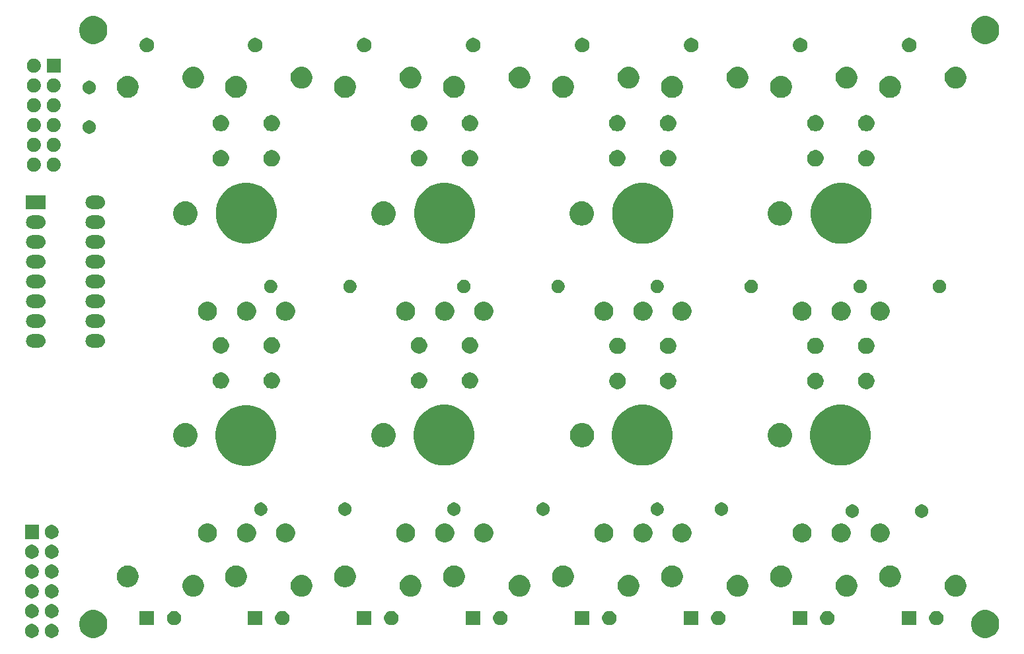
<source format=gbr>
G04 #@! TF.GenerationSoftware,KiCad,Pcbnew,5.1.5+dfsg1-2build2*
G04 #@! TF.CreationDate,2022-10-18T14:32:14+02:00*
G04 #@! TF.ProjectId,controllerBoard,636f6e74-726f-46c6-9c65-72426f617264,rev?*
G04 #@! TF.SameCoordinates,Original*
G04 #@! TF.FileFunction,Soldermask,Top*
G04 #@! TF.FilePolarity,Negative*
%FSLAX46Y46*%
G04 Gerber Fmt 4.6, Leading zero omitted, Abs format (unit mm)*
G04 Created by KiCad (PCBNEW 5.1.5+dfsg1-2build2) date 2022-10-18 14:32:14*
%MOMM*%
%LPD*%
G04 APERTURE LIST*
%ADD10C,0.100000*%
G04 APERTURE END LIST*
D10*
G36*
X168927331Y-95550211D02*
G01*
X169255092Y-95685974D01*
X169550070Y-95883072D01*
X169800928Y-96133930D01*
X169998026Y-96428908D01*
X170133789Y-96756669D01*
X170203000Y-97104616D01*
X170203000Y-97459384D01*
X170133789Y-97807331D01*
X169998026Y-98135092D01*
X169800928Y-98430070D01*
X169550070Y-98680928D01*
X169255092Y-98878026D01*
X168927331Y-99013789D01*
X168579384Y-99083000D01*
X168224616Y-99083000D01*
X167876669Y-99013789D01*
X167548908Y-98878026D01*
X167253930Y-98680928D01*
X167003072Y-98430070D01*
X166805974Y-98135092D01*
X166670211Y-97807331D01*
X166601000Y-97459384D01*
X166601000Y-97104616D01*
X166670211Y-96756669D01*
X166805974Y-96428908D01*
X167003072Y-96133930D01*
X167253930Y-95883072D01*
X167548908Y-95685974D01*
X167876669Y-95550211D01*
X168224616Y-95481000D01*
X168579384Y-95481000D01*
X168927331Y-95550211D01*
G37*
G36*
X54627331Y-95550211D02*
G01*
X54955092Y-95685974D01*
X55250070Y-95883072D01*
X55500928Y-96133930D01*
X55698026Y-96428908D01*
X55833789Y-96756669D01*
X55903000Y-97104616D01*
X55903000Y-97459384D01*
X55833789Y-97807331D01*
X55698026Y-98135092D01*
X55500928Y-98430070D01*
X55250070Y-98680928D01*
X54955092Y-98878026D01*
X54627331Y-99013789D01*
X54279384Y-99083000D01*
X53924616Y-99083000D01*
X53576669Y-99013789D01*
X53248908Y-98878026D01*
X52953930Y-98680928D01*
X52703072Y-98430070D01*
X52505974Y-98135092D01*
X52370211Y-97807331D01*
X52301000Y-97459384D01*
X52301000Y-97104616D01*
X52370211Y-96756669D01*
X52505974Y-96428908D01*
X52703072Y-96133930D01*
X52953930Y-95883072D01*
X53248908Y-95685974D01*
X53576669Y-95550211D01*
X53924616Y-95481000D01*
X54279384Y-95481000D01*
X54627331Y-95550211D01*
G37*
G36*
X48881512Y-97274927D02*
G01*
X49030812Y-97304624D01*
X49194784Y-97372544D01*
X49342354Y-97471147D01*
X49467853Y-97596646D01*
X49566456Y-97744216D01*
X49634376Y-97908188D01*
X49669000Y-98082259D01*
X49669000Y-98259741D01*
X49634376Y-98433812D01*
X49566456Y-98597784D01*
X49467853Y-98745354D01*
X49342354Y-98870853D01*
X49194784Y-98969456D01*
X49030812Y-99037376D01*
X48881512Y-99067073D01*
X48856742Y-99072000D01*
X48679258Y-99072000D01*
X48654488Y-99067073D01*
X48505188Y-99037376D01*
X48341216Y-98969456D01*
X48193646Y-98870853D01*
X48068147Y-98745354D01*
X47969544Y-98597784D01*
X47901624Y-98433812D01*
X47867000Y-98259741D01*
X47867000Y-98082259D01*
X47901624Y-97908188D01*
X47969544Y-97744216D01*
X48068147Y-97596646D01*
X48193646Y-97471147D01*
X48341216Y-97372544D01*
X48505188Y-97304624D01*
X48654488Y-97274927D01*
X48679258Y-97270000D01*
X48856742Y-97270000D01*
X48881512Y-97274927D01*
G37*
G36*
X46341512Y-97274927D02*
G01*
X46490812Y-97304624D01*
X46654784Y-97372544D01*
X46802354Y-97471147D01*
X46927853Y-97596646D01*
X47026456Y-97744216D01*
X47094376Y-97908188D01*
X47129000Y-98082259D01*
X47129000Y-98259741D01*
X47094376Y-98433812D01*
X47026456Y-98597784D01*
X46927853Y-98745354D01*
X46802354Y-98870853D01*
X46654784Y-98969456D01*
X46490812Y-99037376D01*
X46341512Y-99067073D01*
X46316742Y-99072000D01*
X46139258Y-99072000D01*
X46114488Y-99067073D01*
X45965188Y-99037376D01*
X45801216Y-98969456D01*
X45653646Y-98870853D01*
X45528147Y-98745354D01*
X45429544Y-98597784D01*
X45361624Y-98433812D01*
X45327000Y-98259741D01*
X45327000Y-98082259D01*
X45361624Y-97908188D01*
X45429544Y-97744216D01*
X45528147Y-97596646D01*
X45653646Y-97471147D01*
X45801216Y-97372544D01*
X45965188Y-97304624D01*
X46114488Y-97274927D01*
X46139258Y-97270000D01*
X46316742Y-97270000D01*
X46341512Y-97274927D01*
G37*
G36*
X92580104Y-95629585D02*
G01*
X92748626Y-95699389D01*
X92900291Y-95800728D01*
X93029272Y-95929709D01*
X93130611Y-96081374D01*
X93200415Y-96249896D01*
X93236000Y-96428797D01*
X93236000Y-96611203D01*
X93200415Y-96790104D01*
X93130611Y-96958626D01*
X93029272Y-97110291D01*
X92900291Y-97239272D01*
X92748626Y-97340611D01*
X92580104Y-97410415D01*
X92401203Y-97446000D01*
X92218797Y-97446000D01*
X92039896Y-97410415D01*
X91871374Y-97340611D01*
X91719709Y-97239272D01*
X91590728Y-97110291D01*
X91489389Y-96958626D01*
X91419585Y-96790104D01*
X91384000Y-96611203D01*
X91384000Y-96428797D01*
X91419585Y-96249896D01*
X91489389Y-96081374D01*
X91590728Y-95929709D01*
X91719709Y-95800728D01*
X91871374Y-95699389D01*
X92039896Y-95629585D01*
X92218797Y-95594000D01*
X92401203Y-95594000D01*
X92580104Y-95629585D01*
G37*
G36*
X64730104Y-95629585D02*
G01*
X64898626Y-95699389D01*
X65050291Y-95800728D01*
X65179272Y-95929709D01*
X65280611Y-96081374D01*
X65350415Y-96249896D01*
X65386000Y-96428797D01*
X65386000Y-96611203D01*
X65350415Y-96790104D01*
X65280611Y-96958626D01*
X65179272Y-97110291D01*
X65050291Y-97239272D01*
X64898626Y-97340611D01*
X64730104Y-97410415D01*
X64551203Y-97446000D01*
X64368797Y-97446000D01*
X64189896Y-97410415D01*
X64021374Y-97340611D01*
X63869709Y-97239272D01*
X63740728Y-97110291D01*
X63639389Y-96958626D01*
X63569585Y-96790104D01*
X63534000Y-96611203D01*
X63534000Y-96428797D01*
X63569585Y-96249896D01*
X63639389Y-96081374D01*
X63740728Y-95929709D01*
X63869709Y-95800728D01*
X64021374Y-95699389D01*
X64189896Y-95629585D01*
X64368797Y-95594000D01*
X64551203Y-95594000D01*
X64730104Y-95629585D01*
G37*
G36*
X61886000Y-97446000D02*
G01*
X60034000Y-97446000D01*
X60034000Y-95594000D01*
X61886000Y-95594000D01*
X61886000Y-97446000D01*
G37*
G36*
X134490104Y-95629585D02*
G01*
X134658626Y-95699389D01*
X134810291Y-95800728D01*
X134939272Y-95929709D01*
X135040611Y-96081374D01*
X135110415Y-96249896D01*
X135146000Y-96428797D01*
X135146000Y-96611203D01*
X135110415Y-96790104D01*
X135040611Y-96958626D01*
X134939272Y-97110291D01*
X134810291Y-97239272D01*
X134658626Y-97340611D01*
X134490104Y-97410415D01*
X134311203Y-97446000D01*
X134128797Y-97446000D01*
X133949896Y-97410415D01*
X133781374Y-97340611D01*
X133629709Y-97239272D01*
X133500728Y-97110291D01*
X133399389Y-96958626D01*
X133329585Y-96790104D01*
X133294000Y-96611203D01*
X133294000Y-96428797D01*
X133329585Y-96249896D01*
X133399389Y-96081374D01*
X133500728Y-95929709D01*
X133629709Y-95800728D01*
X133781374Y-95699389D01*
X133949896Y-95629585D01*
X134128797Y-95594000D01*
X134311203Y-95594000D01*
X134490104Y-95629585D01*
G37*
G36*
X131646000Y-97446000D02*
G01*
X129794000Y-97446000D01*
X129794000Y-95594000D01*
X131646000Y-95594000D01*
X131646000Y-97446000D01*
G37*
G36*
X148460104Y-95629585D02*
G01*
X148628626Y-95699389D01*
X148780291Y-95800728D01*
X148909272Y-95929709D01*
X149010611Y-96081374D01*
X149080415Y-96249896D01*
X149116000Y-96428797D01*
X149116000Y-96611203D01*
X149080415Y-96790104D01*
X149010611Y-96958626D01*
X148909272Y-97110291D01*
X148780291Y-97239272D01*
X148628626Y-97340611D01*
X148460104Y-97410415D01*
X148281203Y-97446000D01*
X148098797Y-97446000D01*
X147919896Y-97410415D01*
X147751374Y-97340611D01*
X147599709Y-97239272D01*
X147470728Y-97110291D01*
X147369389Y-96958626D01*
X147299585Y-96790104D01*
X147264000Y-96611203D01*
X147264000Y-96428797D01*
X147299585Y-96249896D01*
X147369389Y-96081374D01*
X147470728Y-95929709D01*
X147599709Y-95800728D01*
X147751374Y-95699389D01*
X147919896Y-95629585D01*
X148098797Y-95594000D01*
X148281203Y-95594000D01*
X148460104Y-95629585D01*
G37*
G36*
X89736000Y-97446000D02*
G01*
X87884000Y-97446000D01*
X87884000Y-95594000D01*
X89736000Y-95594000D01*
X89736000Y-97446000D01*
G37*
G36*
X78610104Y-95629585D02*
G01*
X78778626Y-95699389D01*
X78930291Y-95800728D01*
X79059272Y-95929709D01*
X79160611Y-96081374D01*
X79230415Y-96249896D01*
X79266000Y-96428797D01*
X79266000Y-96611203D01*
X79230415Y-96790104D01*
X79160611Y-96958626D01*
X79059272Y-97110291D01*
X78930291Y-97239272D01*
X78778626Y-97340611D01*
X78610104Y-97410415D01*
X78431203Y-97446000D01*
X78248797Y-97446000D01*
X78069896Y-97410415D01*
X77901374Y-97340611D01*
X77749709Y-97239272D01*
X77620728Y-97110291D01*
X77519389Y-96958626D01*
X77449585Y-96790104D01*
X77414000Y-96611203D01*
X77414000Y-96428797D01*
X77449585Y-96249896D01*
X77519389Y-96081374D01*
X77620728Y-95929709D01*
X77749709Y-95800728D01*
X77901374Y-95699389D01*
X78069896Y-95629585D01*
X78248797Y-95594000D01*
X78431203Y-95594000D01*
X78610104Y-95629585D01*
G37*
G36*
X75766000Y-97446000D02*
G01*
X73914000Y-97446000D01*
X73914000Y-95594000D01*
X75766000Y-95594000D01*
X75766000Y-97446000D01*
G37*
G36*
X106550104Y-95629585D02*
G01*
X106718626Y-95699389D01*
X106870291Y-95800728D01*
X106999272Y-95929709D01*
X107100611Y-96081374D01*
X107170415Y-96249896D01*
X107206000Y-96428797D01*
X107206000Y-96611203D01*
X107170415Y-96790104D01*
X107100611Y-96958626D01*
X106999272Y-97110291D01*
X106870291Y-97239272D01*
X106718626Y-97340611D01*
X106550104Y-97410415D01*
X106371203Y-97446000D01*
X106188797Y-97446000D01*
X106009896Y-97410415D01*
X105841374Y-97340611D01*
X105689709Y-97239272D01*
X105560728Y-97110291D01*
X105459389Y-96958626D01*
X105389585Y-96790104D01*
X105354000Y-96611203D01*
X105354000Y-96428797D01*
X105389585Y-96249896D01*
X105459389Y-96081374D01*
X105560728Y-95929709D01*
X105689709Y-95800728D01*
X105841374Y-95699389D01*
X106009896Y-95629585D01*
X106188797Y-95594000D01*
X106371203Y-95594000D01*
X106550104Y-95629585D01*
G37*
G36*
X103706000Y-97446000D02*
G01*
X101854000Y-97446000D01*
X101854000Y-95594000D01*
X103706000Y-95594000D01*
X103706000Y-97446000D01*
G37*
G36*
X120520104Y-95629585D02*
G01*
X120688626Y-95699389D01*
X120840291Y-95800728D01*
X120969272Y-95929709D01*
X121070611Y-96081374D01*
X121140415Y-96249896D01*
X121176000Y-96428797D01*
X121176000Y-96611203D01*
X121140415Y-96790104D01*
X121070611Y-96958626D01*
X120969272Y-97110291D01*
X120840291Y-97239272D01*
X120688626Y-97340611D01*
X120520104Y-97410415D01*
X120341203Y-97446000D01*
X120158797Y-97446000D01*
X119979896Y-97410415D01*
X119811374Y-97340611D01*
X119659709Y-97239272D01*
X119530728Y-97110291D01*
X119429389Y-96958626D01*
X119359585Y-96790104D01*
X119324000Y-96611203D01*
X119324000Y-96428797D01*
X119359585Y-96249896D01*
X119429389Y-96081374D01*
X119530728Y-95929709D01*
X119659709Y-95800728D01*
X119811374Y-95699389D01*
X119979896Y-95629585D01*
X120158797Y-95594000D01*
X120341203Y-95594000D01*
X120520104Y-95629585D01*
G37*
G36*
X117676000Y-97446000D02*
G01*
X115824000Y-97446000D01*
X115824000Y-95594000D01*
X117676000Y-95594000D01*
X117676000Y-97446000D01*
G37*
G36*
X162430104Y-95629585D02*
G01*
X162598626Y-95699389D01*
X162750291Y-95800728D01*
X162879272Y-95929709D01*
X162980611Y-96081374D01*
X163050415Y-96249896D01*
X163086000Y-96428797D01*
X163086000Y-96611203D01*
X163050415Y-96790104D01*
X162980611Y-96958626D01*
X162879272Y-97110291D01*
X162750291Y-97239272D01*
X162598626Y-97340611D01*
X162430104Y-97410415D01*
X162251203Y-97446000D01*
X162068797Y-97446000D01*
X161889896Y-97410415D01*
X161721374Y-97340611D01*
X161569709Y-97239272D01*
X161440728Y-97110291D01*
X161339389Y-96958626D01*
X161269585Y-96790104D01*
X161234000Y-96611203D01*
X161234000Y-96428797D01*
X161269585Y-96249896D01*
X161339389Y-96081374D01*
X161440728Y-95929709D01*
X161569709Y-95800728D01*
X161721374Y-95699389D01*
X161889896Y-95629585D01*
X162068797Y-95594000D01*
X162251203Y-95594000D01*
X162430104Y-95629585D01*
G37*
G36*
X145616000Y-97446000D02*
G01*
X143764000Y-97446000D01*
X143764000Y-95594000D01*
X145616000Y-95594000D01*
X145616000Y-97446000D01*
G37*
G36*
X159586000Y-97446000D02*
G01*
X157734000Y-97446000D01*
X157734000Y-95594000D01*
X159586000Y-95594000D01*
X159586000Y-97446000D01*
G37*
G36*
X46341512Y-94734927D02*
G01*
X46490812Y-94764624D01*
X46654784Y-94832544D01*
X46802354Y-94931147D01*
X46927853Y-95056646D01*
X47026456Y-95204216D01*
X47094376Y-95368188D01*
X47129000Y-95542259D01*
X47129000Y-95719741D01*
X47094376Y-95893812D01*
X47026456Y-96057784D01*
X46927853Y-96205354D01*
X46802354Y-96330853D01*
X46654784Y-96429456D01*
X46490812Y-96497376D01*
X46341512Y-96527073D01*
X46316742Y-96532000D01*
X46139258Y-96532000D01*
X46114488Y-96527073D01*
X45965188Y-96497376D01*
X45801216Y-96429456D01*
X45653646Y-96330853D01*
X45528147Y-96205354D01*
X45429544Y-96057784D01*
X45361624Y-95893812D01*
X45327000Y-95719741D01*
X45327000Y-95542259D01*
X45361624Y-95368188D01*
X45429544Y-95204216D01*
X45528147Y-95056646D01*
X45653646Y-94931147D01*
X45801216Y-94832544D01*
X45965188Y-94764624D01*
X46114488Y-94734927D01*
X46139258Y-94730000D01*
X46316742Y-94730000D01*
X46341512Y-94734927D01*
G37*
G36*
X48881512Y-94734927D02*
G01*
X49030812Y-94764624D01*
X49194784Y-94832544D01*
X49342354Y-94931147D01*
X49467853Y-95056646D01*
X49566456Y-95204216D01*
X49634376Y-95368188D01*
X49669000Y-95542259D01*
X49669000Y-95719741D01*
X49634376Y-95893812D01*
X49566456Y-96057784D01*
X49467853Y-96205354D01*
X49342354Y-96330853D01*
X49194784Y-96429456D01*
X49030812Y-96497376D01*
X48881512Y-96527073D01*
X48856742Y-96532000D01*
X48679258Y-96532000D01*
X48654488Y-96527073D01*
X48505188Y-96497376D01*
X48341216Y-96429456D01*
X48193646Y-96330853D01*
X48068147Y-96205354D01*
X47969544Y-96057784D01*
X47901624Y-95893812D01*
X47867000Y-95719741D01*
X47867000Y-95542259D01*
X47901624Y-95368188D01*
X47969544Y-95204216D01*
X48068147Y-95056646D01*
X48193646Y-94931147D01*
X48341216Y-94832544D01*
X48505188Y-94764624D01*
X48654488Y-94734927D01*
X48679258Y-94730000D01*
X48856742Y-94730000D01*
X48881512Y-94734927D01*
G37*
G36*
X46341512Y-92194927D02*
G01*
X46490812Y-92224624D01*
X46654784Y-92292544D01*
X46802354Y-92391147D01*
X46927853Y-92516646D01*
X47026456Y-92664216D01*
X47094376Y-92828188D01*
X47129000Y-93002259D01*
X47129000Y-93179741D01*
X47094376Y-93353812D01*
X47026456Y-93517784D01*
X46927853Y-93665354D01*
X46802354Y-93790853D01*
X46654784Y-93889456D01*
X46490812Y-93957376D01*
X46341512Y-93987073D01*
X46316742Y-93992000D01*
X46139258Y-93992000D01*
X46114488Y-93987073D01*
X45965188Y-93957376D01*
X45801216Y-93889456D01*
X45653646Y-93790853D01*
X45528147Y-93665354D01*
X45429544Y-93517784D01*
X45361624Y-93353812D01*
X45327000Y-93179741D01*
X45327000Y-93002259D01*
X45361624Y-92828188D01*
X45429544Y-92664216D01*
X45528147Y-92516646D01*
X45653646Y-92391147D01*
X45801216Y-92292544D01*
X45965188Y-92224624D01*
X46114488Y-92194927D01*
X46139258Y-92190000D01*
X46316742Y-92190000D01*
X46341512Y-92194927D01*
G37*
G36*
X48881512Y-92194927D02*
G01*
X49030812Y-92224624D01*
X49194784Y-92292544D01*
X49342354Y-92391147D01*
X49467853Y-92516646D01*
X49566456Y-92664216D01*
X49634376Y-92828188D01*
X49669000Y-93002259D01*
X49669000Y-93179741D01*
X49634376Y-93353812D01*
X49566456Y-93517784D01*
X49467853Y-93665354D01*
X49342354Y-93790853D01*
X49194784Y-93889456D01*
X49030812Y-93957376D01*
X48881512Y-93987073D01*
X48856742Y-93992000D01*
X48679258Y-93992000D01*
X48654488Y-93987073D01*
X48505188Y-93957376D01*
X48341216Y-93889456D01*
X48193646Y-93790853D01*
X48068147Y-93665354D01*
X47969544Y-93517784D01*
X47901624Y-93353812D01*
X47867000Y-93179741D01*
X47867000Y-93002259D01*
X47901624Y-92828188D01*
X47969544Y-92664216D01*
X48068147Y-92516646D01*
X48193646Y-92391147D01*
X48341216Y-92292544D01*
X48505188Y-92224624D01*
X48654488Y-92194927D01*
X48679258Y-92190000D01*
X48856742Y-92190000D01*
X48881512Y-92194927D01*
G37*
G36*
X150958433Y-91004893D02*
G01*
X151048657Y-91022839D01*
X151154267Y-91066585D01*
X151303621Y-91128449D01*
X151303622Y-91128450D01*
X151533086Y-91281772D01*
X151728228Y-91476914D01*
X151796209Y-91578656D01*
X151881551Y-91706379D01*
X151987161Y-91961344D01*
X152041000Y-92232012D01*
X152041000Y-92507988D01*
X151987161Y-92778656D01*
X151881551Y-93033621D01*
X151881550Y-93033622D01*
X151728228Y-93263086D01*
X151533086Y-93458228D01*
X151379763Y-93560675D01*
X151303621Y-93611551D01*
X151173729Y-93665354D01*
X151048657Y-93717161D01*
X150958433Y-93735107D01*
X150777988Y-93771000D01*
X150502012Y-93771000D01*
X150321567Y-93735107D01*
X150231343Y-93717161D01*
X150106271Y-93665354D01*
X149976379Y-93611551D01*
X149900237Y-93560675D01*
X149746914Y-93458228D01*
X149551772Y-93263086D01*
X149398450Y-93033622D01*
X149398449Y-93033621D01*
X149292839Y-92778656D01*
X149239000Y-92507988D01*
X149239000Y-92232012D01*
X149292839Y-91961344D01*
X149398449Y-91706379D01*
X149483791Y-91578656D01*
X149551772Y-91476914D01*
X149746914Y-91281772D01*
X149976378Y-91128450D01*
X149976379Y-91128449D01*
X150125733Y-91066585D01*
X150231343Y-91022839D01*
X150321567Y-91004893D01*
X150502012Y-90969000D01*
X150777988Y-90969000D01*
X150958433Y-91004893D01*
G37*
G36*
X67228433Y-91004893D02*
G01*
X67318657Y-91022839D01*
X67424267Y-91066585D01*
X67573621Y-91128449D01*
X67573622Y-91128450D01*
X67803086Y-91281772D01*
X67998228Y-91476914D01*
X68066209Y-91578656D01*
X68151551Y-91706379D01*
X68257161Y-91961344D01*
X68311000Y-92232012D01*
X68311000Y-92507988D01*
X68257161Y-92778656D01*
X68151551Y-93033621D01*
X68151550Y-93033622D01*
X67998228Y-93263086D01*
X67803086Y-93458228D01*
X67649763Y-93560675D01*
X67573621Y-93611551D01*
X67443729Y-93665354D01*
X67318657Y-93717161D01*
X67228433Y-93735107D01*
X67047988Y-93771000D01*
X66772012Y-93771000D01*
X66591567Y-93735107D01*
X66501343Y-93717161D01*
X66376271Y-93665354D01*
X66246379Y-93611551D01*
X66170237Y-93560675D01*
X66016914Y-93458228D01*
X65821772Y-93263086D01*
X65668450Y-93033622D01*
X65668449Y-93033621D01*
X65562839Y-92778656D01*
X65509000Y-92507988D01*
X65509000Y-92232012D01*
X65562839Y-91961344D01*
X65668449Y-91706379D01*
X65753791Y-91578656D01*
X65821772Y-91476914D01*
X66016914Y-91281772D01*
X66246378Y-91128450D01*
X66246379Y-91128449D01*
X66395733Y-91066585D01*
X66501343Y-91022839D01*
X66591567Y-91004893D01*
X66772012Y-90969000D01*
X67047988Y-90969000D01*
X67228433Y-91004893D01*
G37*
G36*
X95078433Y-91004893D02*
G01*
X95168657Y-91022839D01*
X95274267Y-91066585D01*
X95423621Y-91128449D01*
X95423622Y-91128450D01*
X95653086Y-91281772D01*
X95848228Y-91476914D01*
X95916209Y-91578656D01*
X96001551Y-91706379D01*
X96107161Y-91961344D01*
X96161000Y-92232012D01*
X96161000Y-92507988D01*
X96107161Y-92778656D01*
X96001551Y-93033621D01*
X96001550Y-93033622D01*
X95848228Y-93263086D01*
X95653086Y-93458228D01*
X95499763Y-93560675D01*
X95423621Y-93611551D01*
X95293729Y-93665354D01*
X95168657Y-93717161D01*
X95078433Y-93735107D01*
X94897988Y-93771000D01*
X94622012Y-93771000D01*
X94441567Y-93735107D01*
X94351343Y-93717161D01*
X94226271Y-93665354D01*
X94096379Y-93611551D01*
X94020237Y-93560675D01*
X93866914Y-93458228D01*
X93671772Y-93263086D01*
X93518450Y-93033622D01*
X93518449Y-93033621D01*
X93412839Y-92778656D01*
X93359000Y-92507988D01*
X93359000Y-92232012D01*
X93412839Y-91961344D01*
X93518449Y-91706379D01*
X93603791Y-91578656D01*
X93671772Y-91476914D01*
X93866914Y-91281772D01*
X94096378Y-91128450D01*
X94096379Y-91128449D01*
X94245733Y-91066585D01*
X94351343Y-91022839D01*
X94441567Y-91004893D01*
X94622012Y-90969000D01*
X94897988Y-90969000D01*
X95078433Y-91004893D01*
G37*
G36*
X81108433Y-91004893D02*
G01*
X81198657Y-91022839D01*
X81304267Y-91066585D01*
X81453621Y-91128449D01*
X81453622Y-91128450D01*
X81683086Y-91281772D01*
X81878228Y-91476914D01*
X81946209Y-91578656D01*
X82031551Y-91706379D01*
X82137161Y-91961344D01*
X82191000Y-92232012D01*
X82191000Y-92507988D01*
X82137161Y-92778656D01*
X82031551Y-93033621D01*
X82031550Y-93033622D01*
X81878228Y-93263086D01*
X81683086Y-93458228D01*
X81529763Y-93560675D01*
X81453621Y-93611551D01*
X81323729Y-93665354D01*
X81198657Y-93717161D01*
X81108433Y-93735107D01*
X80927988Y-93771000D01*
X80652012Y-93771000D01*
X80471567Y-93735107D01*
X80381343Y-93717161D01*
X80256271Y-93665354D01*
X80126379Y-93611551D01*
X80050237Y-93560675D01*
X79896914Y-93458228D01*
X79701772Y-93263086D01*
X79548450Y-93033622D01*
X79548449Y-93033621D01*
X79442839Y-92778656D01*
X79389000Y-92507988D01*
X79389000Y-92232012D01*
X79442839Y-91961344D01*
X79548449Y-91706379D01*
X79633791Y-91578656D01*
X79701772Y-91476914D01*
X79896914Y-91281772D01*
X80126378Y-91128450D01*
X80126379Y-91128449D01*
X80275733Y-91066585D01*
X80381343Y-91022839D01*
X80471567Y-91004893D01*
X80652012Y-90969000D01*
X80927988Y-90969000D01*
X81108433Y-91004893D01*
G37*
G36*
X123018433Y-91004893D02*
G01*
X123108657Y-91022839D01*
X123214267Y-91066585D01*
X123363621Y-91128449D01*
X123363622Y-91128450D01*
X123593086Y-91281772D01*
X123788228Y-91476914D01*
X123856209Y-91578656D01*
X123941551Y-91706379D01*
X124047161Y-91961344D01*
X124101000Y-92232012D01*
X124101000Y-92507988D01*
X124047161Y-92778656D01*
X123941551Y-93033621D01*
X123941550Y-93033622D01*
X123788228Y-93263086D01*
X123593086Y-93458228D01*
X123439763Y-93560675D01*
X123363621Y-93611551D01*
X123233729Y-93665354D01*
X123108657Y-93717161D01*
X123018433Y-93735107D01*
X122837988Y-93771000D01*
X122562012Y-93771000D01*
X122381567Y-93735107D01*
X122291343Y-93717161D01*
X122166271Y-93665354D01*
X122036379Y-93611551D01*
X121960237Y-93560675D01*
X121806914Y-93458228D01*
X121611772Y-93263086D01*
X121458450Y-93033622D01*
X121458449Y-93033621D01*
X121352839Y-92778656D01*
X121299000Y-92507988D01*
X121299000Y-92232012D01*
X121352839Y-91961344D01*
X121458449Y-91706379D01*
X121543791Y-91578656D01*
X121611772Y-91476914D01*
X121806914Y-91281772D01*
X122036378Y-91128450D01*
X122036379Y-91128449D01*
X122185733Y-91066585D01*
X122291343Y-91022839D01*
X122381567Y-91004893D01*
X122562012Y-90969000D01*
X122837988Y-90969000D01*
X123018433Y-91004893D01*
G37*
G36*
X109048433Y-91004893D02*
G01*
X109138657Y-91022839D01*
X109244267Y-91066585D01*
X109393621Y-91128449D01*
X109393622Y-91128450D01*
X109623086Y-91281772D01*
X109818228Y-91476914D01*
X109886209Y-91578656D01*
X109971551Y-91706379D01*
X110077161Y-91961344D01*
X110131000Y-92232012D01*
X110131000Y-92507988D01*
X110077161Y-92778656D01*
X109971551Y-93033621D01*
X109971550Y-93033622D01*
X109818228Y-93263086D01*
X109623086Y-93458228D01*
X109469763Y-93560675D01*
X109393621Y-93611551D01*
X109263729Y-93665354D01*
X109138657Y-93717161D01*
X109048433Y-93735107D01*
X108867988Y-93771000D01*
X108592012Y-93771000D01*
X108411567Y-93735107D01*
X108321343Y-93717161D01*
X108196271Y-93665354D01*
X108066379Y-93611551D01*
X107990237Y-93560675D01*
X107836914Y-93458228D01*
X107641772Y-93263086D01*
X107488450Y-93033622D01*
X107488449Y-93033621D01*
X107382839Y-92778656D01*
X107329000Y-92507988D01*
X107329000Y-92232012D01*
X107382839Y-91961344D01*
X107488449Y-91706379D01*
X107573791Y-91578656D01*
X107641772Y-91476914D01*
X107836914Y-91281772D01*
X108066378Y-91128450D01*
X108066379Y-91128449D01*
X108215733Y-91066585D01*
X108321343Y-91022839D01*
X108411567Y-91004893D01*
X108592012Y-90969000D01*
X108867988Y-90969000D01*
X109048433Y-91004893D01*
G37*
G36*
X164928433Y-91004893D02*
G01*
X165018657Y-91022839D01*
X165124267Y-91066585D01*
X165273621Y-91128449D01*
X165273622Y-91128450D01*
X165503086Y-91281772D01*
X165698228Y-91476914D01*
X165766209Y-91578656D01*
X165851551Y-91706379D01*
X165957161Y-91961344D01*
X166011000Y-92232012D01*
X166011000Y-92507988D01*
X165957161Y-92778656D01*
X165851551Y-93033621D01*
X165851550Y-93033622D01*
X165698228Y-93263086D01*
X165503086Y-93458228D01*
X165349763Y-93560675D01*
X165273621Y-93611551D01*
X165143729Y-93665354D01*
X165018657Y-93717161D01*
X164928433Y-93735107D01*
X164747988Y-93771000D01*
X164472012Y-93771000D01*
X164291567Y-93735107D01*
X164201343Y-93717161D01*
X164076271Y-93665354D01*
X163946379Y-93611551D01*
X163870237Y-93560675D01*
X163716914Y-93458228D01*
X163521772Y-93263086D01*
X163368450Y-93033622D01*
X163368449Y-93033621D01*
X163262839Y-92778656D01*
X163209000Y-92507988D01*
X163209000Y-92232012D01*
X163262839Y-91961344D01*
X163368449Y-91706379D01*
X163453791Y-91578656D01*
X163521772Y-91476914D01*
X163716914Y-91281772D01*
X163946378Y-91128450D01*
X163946379Y-91128449D01*
X164095733Y-91066585D01*
X164201343Y-91022839D01*
X164291567Y-91004893D01*
X164472012Y-90969000D01*
X164747988Y-90969000D01*
X164928433Y-91004893D01*
G37*
G36*
X136988433Y-91004893D02*
G01*
X137078657Y-91022839D01*
X137184267Y-91066585D01*
X137333621Y-91128449D01*
X137333622Y-91128450D01*
X137563086Y-91281772D01*
X137758228Y-91476914D01*
X137826209Y-91578656D01*
X137911551Y-91706379D01*
X138017161Y-91961344D01*
X138071000Y-92232012D01*
X138071000Y-92507988D01*
X138017161Y-92778656D01*
X137911551Y-93033621D01*
X137911550Y-93033622D01*
X137758228Y-93263086D01*
X137563086Y-93458228D01*
X137409763Y-93560675D01*
X137333621Y-93611551D01*
X137203729Y-93665354D01*
X137078657Y-93717161D01*
X136988433Y-93735107D01*
X136807988Y-93771000D01*
X136532012Y-93771000D01*
X136351567Y-93735107D01*
X136261343Y-93717161D01*
X136136271Y-93665354D01*
X136006379Y-93611551D01*
X135930237Y-93560675D01*
X135776914Y-93458228D01*
X135581772Y-93263086D01*
X135428450Y-93033622D01*
X135428449Y-93033621D01*
X135322839Y-92778656D01*
X135269000Y-92507988D01*
X135269000Y-92232012D01*
X135322839Y-91961344D01*
X135428449Y-91706379D01*
X135513791Y-91578656D01*
X135581772Y-91476914D01*
X135776914Y-91281772D01*
X136006378Y-91128450D01*
X136006379Y-91128449D01*
X136155733Y-91066585D01*
X136261343Y-91022839D01*
X136351567Y-91004893D01*
X136532012Y-90969000D01*
X136807988Y-90969000D01*
X136988433Y-91004893D01*
G37*
G36*
X142558433Y-89804893D02*
G01*
X142648657Y-89822839D01*
X142716998Y-89851147D01*
X142903621Y-89928449D01*
X142903622Y-89928450D01*
X143133086Y-90081772D01*
X143328228Y-90276914D01*
X143430675Y-90430237D01*
X143481551Y-90506379D01*
X143536791Y-90639741D01*
X143587161Y-90761343D01*
X143605107Y-90851567D01*
X143641000Y-91032012D01*
X143641000Y-91307988D01*
X143587161Y-91578656D01*
X143481551Y-91833621D01*
X143481550Y-91833622D01*
X143328228Y-92063086D01*
X143133086Y-92258228D01*
X142979763Y-92360675D01*
X142903621Y-92411551D01*
X142754267Y-92473415D01*
X142648657Y-92517161D01*
X142558433Y-92535107D01*
X142377988Y-92571000D01*
X142102012Y-92571000D01*
X141921567Y-92535107D01*
X141831343Y-92517161D01*
X141725733Y-92473415D01*
X141576379Y-92411551D01*
X141500237Y-92360675D01*
X141346914Y-92258228D01*
X141151772Y-92063086D01*
X140998450Y-91833622D01*
X140998449Y-91833621D01*
X140892839Y-91578656D01*
X140839000Y-91307988D01*
X140839000Y-91032012D01*
X140874893Y-90851567D01*
X140892839Y-90761343D01*
X140943209Y-90639741D01*
X140998449Y-90506379D01*
X141049325Y-90430237D01*
X141151772Y-90276914D01*
X141346914Y-90081772D01*
X141576378Y-89928450D01*
X141576379Y-89928449D01*
X141763002Y-89851147D01*
X141831343Y-89822839D01*
X141921567Y-89804893D01*
X142102012Y-89769000D01*
X142377988Y-89769000D01*
X142558433Y-89804893D01*
G37*
G36*
X128588433Y-89804893D02*
G01*
X128678657Y-89822839D01*
X128746998Y-89851147D01*
X128933621Y-89928449D01*
X128933622Y-89928450D01*
X129163086Y-90081772D01*
X129358228Y-90276914D01*
X129460675Y-90430237D01*
X129511551Y-90506379D01*
X129566791Y-90639741D01*
X129617161Y-90761343D01*
X129635107Y-90851567D01*
X129671000Y-91032012D01*
X129671000Y-91307988D01*
X129617161Y-91578656D01*
X129511551Y-91833621D01*
X129511550Y-91833622D01*
X129358228Y-92063086D01*
X129163086Y-92258228D01*
X129009763Y-92360675D01*
X128933621Y-92411551D01*
X128784267Y-92473415D01*
X128678657Y-92517161D01*
X128588433Y-92535107D01*
X128407988Y-92571000D01*
X128132012Y-92571000D01*
X127951567Y-92535107D01*
X127861343Y-92517161D01*
X127755733Y-92473415D01*
X127606379Y-92411551D01*
X127530237Y-92360675D01*
X127376914Y-92258228D01*
X127181772Y-92063086D01*
X127028450Y-91833622D01*
X127028449Y-91833621D01*
X126922839Y-91578656D01*
X126869000Y-91307988D01*
X126869000Y-91032012D01*
X126904893Y-90851567D01*
X126922839Y-90761343D01*
X126973209Y-90639741D01*
X127028449Y-90506379D01*
X127079325Y-90430237D01*
X127181772Y-90276914D01*
X127376914Y-90081772D01*
X127606378Y-89928450D01*
X127606379Y-89928449D01*
X127793002Y-89851147D01*
X127861343Y-89822839D01*
X127951567Y-89804893D01*
X128132012Y-89769000D01*
X128407988Y-89769000D01*
X128588433Y-89804893D01*
G37*
G36*
X58828433Y-89804893D02*
G01*
X58918657Y-89822839D01*
X58986998Y-89851147D01*
X59173621Y-89928449D01*
X59173622Y-89928450D01*
X59403086Y-90081772D01*
X59598228Y-90276914D01*
X59700675Y-90430237D01*
X59751551Y-90506379D01*
X59806791Y-90639741D01*
X59857161Y-90761343D01*
X59875107Y-90851567D01*
X59911000Y-91032012D01*
X59911000Y-91307988D01*
X59857161Y-91578656D01*
X59751551Y-91833621D01*
X59751550Y-91833622D01*
X59598228Y-92063086D01*
X59403086Y-92258228D01*
X59249763Y-92360675D01*
X59173621Y-92411551D01*
X59024267Y-92473415D01*
X58918657Y-92517161D01*
X58828433Y-92535107D01*
X58647988Y-92571000D01*
X58372012Y-92571000D01*
X58191567Y-92535107D01*
X58101343Y-92517161D01*
X57995733Y-92473415D01*
X57846379Y-92411551D01*
X57770237Y-92360675D01*
X57616914Y-92258228D01*
X57421772Y-92063086D01*
X57268450Y-91833622D01*
X57268449Y-91833621D01*
X57162839Y-91578656D01*
X57109000Y-91307988D01*
X57109000Y-91032012D01*
X57144893Y-90851567D01*
X57162839Y-90761343D01*
X57213209Y-90639741D01*
X57268449Y-90506379D01*
X57319325Y-90430237D01*
X57421772Y-90276914D01*
X57616914Y-90081772D01*
X57846378Y-89928450D01*
X57846379Y-89928449D01*
X58033002Y-89851147D01*
X58101343Y-89822839D01*
X58191567Y-89804893D01*
X58372012Y-89769000D01*
X58647988Y-89769000D01*
X58828433Y-89804893D01*
G37*
G36*
X114618433Y-89804893D02*
G01*
X114708657Y-89822839D01*
X114776998Y-89851147D01*
X114963621Y-89928449D01*
X114963622Y-89928450D01*
X115193086Y-90081772D01*
X115388228Y-90276914D01*
X115490675Y-90430237D01*
X115541551Y-90506379D01*
X115596791Y-90639741D01*
X115647161Y-90761343D01*
X115665107Y-90851567D01*
X115701000Y-91032012D01*
X115701000Y-91307988D01*
X115647161Y-91578656D01*
X115541551Y-91833621D01*
X115541550Y-91833622D01*
X115388228Y-92063086D01*
X115193086Y-92258228D01*
X115039763Y-92360675D01*
X114963621Y-92411551D01*
X114814267Y-92473415D01*
X114708657Y-92517161D01*
X114618433Y-92535107D01*
X114437988Y-92571000D01*
X114162012Y-92571000D01*
X113981567Y-92535107D01*
X113891343Y-92517161D01*
X113785733Y-92473415D01*
X113636379Y-92411551D01*
X113560237Y-92360675D01*
X113406914Y-92258228D01*
X113211772Y-92063086D01*
X113058450Y-91833622D01*
X113058449Y-91833621D01*
X112952839Y-91578656D01*
X112899000Y-91307988D01*
X112899000Y-91032012D01*
X112934893Y-90851567D01*
X112952839Y-90761343D01*
X113003209Y-90639741D01*
X113058449Y-90506379D01*
X113109325Y-90430237D01*
X113211772Y-90276914D01*
X113406914Y-90081772D01*
X113636378Y-89928450D01*
X113636379Y-89928449D01*
X113823002Y-89851147D01*
X113891343Y-89822839D01*
X113981567Y-89804893D01*
X114162012Y-89769000D01*
X114437988Y-89769000D01*
X114618433Y-89804893D01*
G37*
G36*
X72708433Y-89804893D02*
G01*
X72798657Y-89822839D01*
X72866998Y-89851147D01*
X73053621Y-89928449D01*
X73053622Y-89928450D01*
X73283086Y-90081772D01*
X73478228Y-90276914D01*
X73580675Y-90430237D01*
X73631551Y-90506379D01*
X73686791Y-90639741D01*
X73737161Y-90761343D01*
X73755107Y-90851567D01*
X73791000Y-91032012D01*
X73791000Y-91307988D01*
X73737161Y-91578656D01*
X73631551Y-91833621D01*
X73631550Y-91833622D01*
X73478228Y-92063086D01*
X73283086Y-92258228D01*
X73129763Y-92360675D01*
X73053621Y-92411551D01*
X72904267Y-92473415D01*
X72798657Y-92517161D01*
X72708433Y-92535107D01*
X72527988Y-92571000D01*
X72252012Y-92571000D01*
X72071567Y-92535107D01*
X71981343Y-92517161D01*
X71875733Y-92473415D01*
X71726379Y-92411551D01*
X71650237Y-92360675D01*
X71496914Y-92258228D01*
X71301772Y-92063086D01*
X71148450Y-91833622D01*
X71148449Y-91833621D01*
X71042839Y-91578656D01*
X70989000Y-91307988D01*
X70989000Y-91032012D01*
X71024893Y-90851567D01*
X71042839Y-90761343D01*
X71093209Y-90639741D01*
X71148449Y-90506379D01*
X71199325Y-90430237D01*
X71301772Y-90276914D01*
X71496914Y-90081772D01*
X71726378Y-89928450D01*
X71726379Y-89928449D01*
X71913002Y-89851147D01*
X71981343Y-89822839D01*
X72071567Y-89804893D01*
X72252012Y-89769000D01*
X72527988Y-89769000D01*
X72708433Y-89804893D01*
G37*
G36*
X156528433Y-89804893D02*
G01*
X156618657Y-89822839D01*
X156686998Y-89851147D01*
X156873621Y-89928449D01*
X156873622Y-89928450D01*
X157103086Y-90081772D01*
X157298228Y-90276914D01*
X157400675Y-90430237D01*
X157451551Y-90506379D01*
X157506791Y-90639741D01*
X157557161Y-90761343D01*
X157575107Y-90851567D01*
X157611000Y-91032012D01*
X157611000Y-91307988D01*
X157557161Y-91578656D01*
X157451551Y-91833621D01*
X157451550Y-91833622D01*
X157298228Y-92063086D01*
X157103086Y-92258228D01*
X156949763Y-92360675D01*
X156873621Y-92411551D01*
X156724267Y-92473415D01*
X156618657Y-92517161D01*
X156528433Y-92535107D01*
X156347988Y-92571000D01*
X156072012Y-92571000D01*
X155891567Y-92535107D01*
X155801343Y-92517161D01*
X155695733Y-92473415D01*
X155546379Y-92411551D01*
X155470237Y-92360675D01*
X155316914Y-92258228D01*
X155121772Y-92063086D01*
X154968450Y-91833622D01*
X154968449Y-91833621D01*
X154862839Y-91578656D01*
X154809000Y-91307988D01*
X154809000Y-91032012D01*
X154844893Y-90851567D01*
X154862839Y-90761343D01*
X154913209Y-90639741D01*
X154968449Y-90506379D01*
X155019325Y-90430237D01*
X155121772Y-90276914D01*
X155316914Y-90081772D01*
X155546378Y-89928450D01*
X155546379Y-89928449D01*
X155733002Y-89851147D01*
X155801343Y-89822839D01*
X155891567Y-89804893D01*
X156072012Y-89769000D01*
X156347988Y-89769000D01*
X156528433Y-89804893D01*
G37*
G36*
X86678433Y-89804893D02*
G01*
X86768657Y-89822839D01*
X86836998Y-89851147D01*
X87023621Y-89928449D01*
X87023622Y-89928450D01*
X87253086Y-90081772D01*
X87448228Y-90276914D01*
X87550675Y-90430237D01*
X87601551Y-90506379D01*
X87656791Y-90639741D01*
X87707161Y-90761343D01*
X87725107Y-90851567D01*
X87761000Y-91032012D01*
X87761000Y-91307988D01*
X87707161Y-91578656D01*
X87601551Y-91833621D01*
X87601550Y-91833622D01*
X87448228Y-92063086D01*
X87253086Y-92258228D01*
X87099763Y-92360675D01*
X87023621Y-92411551D01*
X86874267Y-92473415D01*
X86768657Y-92517161D01*
X86678433Y-92535107D01*
X86497988Y-92571000D01*
X86222012Y-92571000D01*
X86041567Y-92535107D01*
X85951343Y-92517161D01*
X85845733Y-92473415D01*
X85696379Y-92411551D01*
X85620237Y-92360675D01*
X85466914Y-92258228D01*
X85271772Y-92063086D01*
X85118450Y-91833622D01*
X85118449Y-91833621D01*
X85012839Y-91578656D01*
X84959000Y-91307988D01*
X84959000Y-91032012D01*
X84994893Y-90851567D01*
X85012839Y-90761343D01*
X85063209Y-90639741D01*
X85118449Y-90506379D01*
X85169325Y-90430237D01*
X85271772Y-90276914D01*
X85466914Y-90081772D01*
X85696378Y-89928450D01*
X85696379Y-89928449D01*
X85883002Y-89851147D01*
X85951343Y-89822839D01*
X86041567Y-89804893D01*
X86222012Y-89769000D01*
X86497988Y-89769000D01*
X86678433Y-89804893D01*
G37*
G36*
X100648433Y-89804893D02*
G01*
X100738657Y-89822839D01*
X100806998Y-89851147D01*
X100993621Y-89928449D01*
X100993622Y-89928450D01*
X101223086Y-90081772D01*
X101418228Y-90276914D01*
X101520675Y-90430237D01*
X101571551Y-90506379D01*
X101626791Y-90639741D01*
X101677161Y-90761343D01*
X101695107Y-90851567D01*
X101731000Y-91032012D01*
X101731000Y-91307988D01*
X101677161Y-91578656D01*
X101571551Y-91833621D01*
X101571550Y-91833622D01*
X101418228Y-92063086D01*
X101223086Y-92258228D01*
X101069763Y-92360675D01*
X100993621Y-92411551D01*
X100844267Y-92473415D01*
X100738657Y-92517161D01*
X100648433Y-92535107D01*
X100467988Y-92571000D01*
X100192012Y-92571000D01*
X100011567Y-92535107D01*
X99921343Y-92517161D01*
X99815733Y-92473415D01*
X99666379Y-92411551D01*
X99590237Y-92360675D01*
X99436914Y-92258228D01*
X99241772Y-92063086D01*
X99088450Y-91833622D01*
X99088449Y-91833621D01*
X98982839Y-91578656D01*
X98929000Y-91307988D01*
X98929000Y-91032012D01*
X98964893Y-90851567D01*
X98982839Y-90761343D01*
X99033209Y-90639741D01*
X99088449Y-90506379D01*
X99139325Y-90430237D01*
X99241772Y-90276914D01*
X99436914Y-90081772D01*
X99666378Y-89928450D01*
X99666379Y-89928449D01*
X99853002Y-89851147D01*
X99921343Y-89822839D01*
X100011567Y-89804893D01*
X100192012Y-89769000D01*
X100467988Y-89769000D01*
X100648433Y-89804893D01*
G37*
G36*
X48881512Y-89654927D02*
G01*
X49030812Y-89684624D01*
X49194784Y-89752544D01*
X49342354Y-89851147D01*
X49467853Y-89976646D01*
X49566456Y-90124216D01*
X49634376Y-90288188D01*
X49669000Y-90462259D01*
X49669000Y-90639741D01*
X49634376Y-90813812D01*
X49566456Y-90977784D01*
X49467853Y-91125354D01*
X49342354Y-91250853D01*
X49194784Y-91349456D01*
X49030812Y-91417376D01*
X48881512Y-91447073D01*
X48856742Y-91452000D01*
X48679258Y-91452000D01*
X48654488Y-91447073D01*
X48505188Y-91417376D01*
X48341216Y-91349456D01*
X48193646Y-91250853D01*
X48068147Y-91125354D01*
X47969544Y-90977784D01*
X47901624Y-90813812D01*
X47867000Y-90639741D01*
X47867000Y-90462259D01*
X47901624Y-90288188D01*
X47969544Y-90124216D01*
X48068147Y-89976646D01*
X48193646Y-89851147D01*
X48341216Y-89752544D01*
X48505188Y-89684624D01*
X48654488Y-89654927D01*
X48679258Y-89650000D01*
X48856742Y-89650000D01*
X48881512Y-89654927D01*
G37*
G36*
X46341512Y-89654927D02*
G01*
X46490812Y-89684624D01*
X46654784Y-89752544D01*
X46802354Y-89851147D01*
X46927853Y-89976646D01*
X47026456Y-90124216D01*
X47094376Y-90288188D01*
X47129000Y-90462259D01*
X47129000Y-90639741D01*
X47094376Y-90813812D01*
X47026456Y-90977784D01*
X46927853Y-91125354D01*
X46802354Y-91250853D01*
X46654784Y-91349456D01*
X46490812Y-91417376D01*
X46341512Y-91447073D01*
X46316742Y-91452000D01*
X46139258Y-91452000D01*
X46114488Y-91447073D01*
X45965188Y-91417376D01*
X45801216Y-91349456D01*
X45653646Y-91250853D01*
X45528147Y-91125354D01*
X45429544Y-90977784D01*
X45361624Y-90813812D01*
X45327000Y-90639741D01*
X45327000Y-90462259D01*
X45361624Y-90288188D01*
X45429544Y-90124216D01*
X45528147Y-89976646D01*
X45653646Y-89851147D01*
X45801216Y-89752544D01*
X45965188Y-89684624D01*
X46114488Y-89654927D01*
X46139258Y-89650000D01*
X46316742Y-89650000D01*
X46341512Y-89654927D01*
G37*
G36*
X46341512Y-87114927D02*
G01*
X46490812Y-87144624D01*
X46654784Y-87212544D01*
X46802354Y-87311147D01*
X46927853Y-87436646D01*
X47026456Y-87584216D01*
X47094376Y-87748188D01*
X47129000Y-87922259D01*
X47129000Y-88099741D01*
X47094376Y-88273812D01*
X47026456Y-88437784D01*
X46927853Y-88585354D01*
X46802354Y-88710853D01*
X46654784Y-88809456D01*
X46490812Y-88877376D01*
X46341512Y-88907073D01*
X46316742Y-88912000D01*
X46139258Y-88912000D01*
X46114488Y-88907073D01*
X45965188Y-88877376D01*
X45801216Y-88809456D01*
X45653646Y-88710853D01*
X45528147Y-88585354D01*
X45429544Y-88437784D01*
X45361624Y-88273812D01*
X45327000Y-88099741D01*
X45327000Y-87922259D01*
X45361624Y-87748188D01*
X45429544Y-87584216D01*
X45528147Y-87436646D01*
X45653646Y-87311147D01*
X45801216Y-87212544D01*
X45965188Y-87144624D01*
X46114488Y-87114927D01*
X46139258Y-87110000D01*
X46316742Y-87110000D01*
X46341512Y-87114927D01*
G37*
G36*
X48881512Y-87114927D02*
G01*
X49030812Y-87144624D01*
X49194784Y-87212544D01*
X49342354Y-87311147D01*
X49467853Y-87436646D01*
X49566456Y-87584216D01*
X49634376Y-87748188D01*
X49669000Y-87922259D01*
X49669000Y-88099741D01*
X49634376Y-88273812D01*
X49566456Y-88437784D01*
X49467853Y-88585354D01*
X49342354Y-88710853D01*
X49194784Y-88809456D01*
X49030812Y-88877376D01*
X48881512Y-88907073D01*
X48856742Y-88912000D01*
X48679258Y-88912000D01*
X48654488Y-88907073D01*
X48505188Y-88877376D01*
X48341216Y-88809456D01*
X48193646Y-88710853D01*
X48068147Y-88585354D01*
X47969544Y-88437784D01*
X47901624Y-88273812D01*
X47867000Y-88099741D01*
X47867000Y-87922259D01*
X47901624Y-87748188D01*
X47969544Y-87584216D01*
X48068147Y-87436646D01*
X48193646Y-87311147D01*
X48341216Y-87212544D01*
X48505188Y-87144624D01*
X48654488Y-87114927D01*
X48679258Y-87110000D01*
X48856742Y-87110000D01*
X48881512Y-87114927D01*
G37*
G36*
X124778205Y-84400461D02*
G01*
X124896153Y-84423922D01*
X124988194Y-84462047D01*
X125118359Y-84515963D01*
X125318342Y-84649587D01*
X125488413Y-84819658D01*
X125622037Y-85019641D01*
X125714078Y-85241848D01*
X125761000Y-85477741D01*
X125761000Y-85718259D01*
X125714078Y-85954152D01*
X125622037Y-86176359D01*
X125488413Y-86376342D01*
X125318342Y-86546413D01*
X125118359Y-86680037D01*
X124988194Y-86733953D01*
X124896153Y-86772078D01*
X124660259Y-86819000D01*
X124419741Y-86819000D01*
X124183847Y-86772078D01*
X124091806Y-86733953D01*
X123961641Y-86680037D01*
X123761658Y-86546413D01*
X123591587Y-86376342D01*
X123457963Y-86176359D01*
X123365922Y-85954152D01*
X123319000Y-85718259D01*
X123319000Y-85477741D01*
X123365922Y-85241848D01*
X123457963Y-85019641D01*
X123591587Y-84819658D01*
X123761658Y-84649587D01*
X123961641Y-84515963D01*
X124091806Y-84462047D01*
X124183847Y-84423922D01*
X124419741Y-84377000D01*
X124660259Y-84377000D01*
X124778205Y-84400461D01*
G37*
G36*
X78978205Y-84400461D02*
G01*
X79096153Y-84423922D01*
X79188194Y-84462047D01*
X79318359Y-84515963D01*
X79518342Y-84649587D01*
X79688413Y-84819658D01*
X79822037Y-85019641D01*
X79914078Y-85241848D01*
X79961000Y-85477741D01*
X79961000Y-85718259D01*
X79914078Y-85954152D01*
X79822037Y-86176359D01*
X79688413Y-86376342D01*
X79518342Y-86546413D01*
X79318359Y-86680037D01*
X79188194Y-86733953D01*
X79096153Y-86772078D01*
X78860259Y-86819000D01*
X78619741Y-86819000D01*
X78383847Y-86772078D01*
X78291806Y-86733953D01*
X78161641Y-86680037D01*
X77961658Y-86546413D01*
X77791587Y-86376342D01*
X77657963Y-86176359D01*
X77565922Y-85954152D01*
X77519000Y-85718259D01*
X77519000Y-85477741D01*
X77565922Y-85241848D01*
X77657963Y-85019641D01*
X77791587Y-84819658D01*
X77961658Y-84649587D01*
X78161641Y-84515963D01*
X78291806Y-84462047D01*
X78383847Y-84423922D01*
X78501795Y-84400461D01*
X78619741Y-84377000D01*
X78860259Y-84377000D01*
X78978205Y-84400461D01*
G37*
G36*
X68978205Y-84400461D02*
G01*
X69096153Y-84423922D01*
X69188194Y-84462047D01*
X69318359Y-84515963D01*
X69518342Y-84649587D01*
X69688413Y-84819658D01*
X69822037Y-85019641D01*
X69914078Y-85241848D01*
X69961000Y-85477741D01*
X69961000Y-85718259D01*
X69914078Y-85954152D01*
X69822037Y-86176359D01*
X69688413Y-86376342D01*
X69518342Y-86546413D01*
X69318359Y-86680037D01*
X69188194Y-86733953D01*
X69096153Y-86772078D01*
X68860259Y-86819000D01*
X68619741Y-86819000D01*
X68383847Y-86772078D01*
X68291806Y-86733953D01*
X68161641Y-86680037D01*
X67961658Y-86546413D01*
X67791587Y-86376342D01*
X67657963Y-86176359D01*
X67565922Y-85954152D01*
X67519000Y-85718259D01*
X67519000Y-85477741D01*
X67565922Y-85241848D01*
X67657963Y-85019641D01*
X67791587Y-84819658D01*
X67961658Y-84649587D01*
X68161641Y-84515963D01*
X68291806Y-84462047D01*
X68383847Y-84423922D01*
X68501795Y-84400461D01*
X68619741Y-84377000D01*
X68860259Y-84377000D01*
X68978205Y-84400461D01*
G37*
G36*
X73978205Y-84400461D02*
G01*
X74096153Y-84423922D01*
X74188194Y-84462047D01*
X74318359Y-84515963D01*
X74518342Y-84649587D01*
X74688413Y-84819658D01*
X74822037Y-85019641D01*
X74914078Y-85241848D01*
X74961000Y-85477741D01*
X74961000Y-85718259D01*
X74914078Y-85954152D01*
X74822037Y-86176359D01*
X74688413Y-86376342D01*
X74518342Y-86546413D01*
X74318359Y-86680037D01*
X74188194Y-86733953D01*
X74096153Y-86772078D01*
X73860259Y-86819000D01*
X73619741Y-86819000D01*
X73383847Y-86772078D01*
X73291806Y-86733953D01*
X73161641Y-86680037D01*
X72961658Y-86546413D01*
X72791587Y-86376342D01*
X72657963Y-86176359D01*
X72565922Y-85954152D01*
X72519000Y-85718259D01*
X72519000Y-85477741D01*
X72565922Y-85241848D01*
X72657963Y-85019641D01*
X72791587Y-84819658D01*
X72961658Y-84649587D01*
X73161641Y-84515963D01*
X73291806Y-84462047D01*
X73383847Y-84423922D01*
X73501795Y-84400461D01*
X73619741Y-84377000D01*
X73860259Y-84377000D01*
X73978205Y-84400461D01*
G37*
G36*
X94378205Y-84400461D02*
G01*
X94496153Y-84423922D01*
X94588194Y-84462047D01*
X94718359Y-84515963D01*
X94918342Y-84649587D01*
X95088413Y-84819658D01*
X95222037Y-85019641D01*
X95314078Y-85241848D01*
X95361000Y-85477741D01*
X95361000Y-85718259D01*
X95314078Y-85954152D01*
X95222037Y-86176359D01*
X95088413Y-86376342D01*
X94918342Y-86546413D01*
X94718359Y-86680037D01*
X94588194Y-86733953D01*
X94496153Y-86772078D01*
X94260259Y-86819000D01*
X94019741Y-86819000D01*
X93783847Y-86772078D01*
X93691806Y-86733953D01*
X93561641Y-86680037D01*
X93361658Y-86546413D01*
X93191587Y-86376342D01*
X93057963Y-86176359D01*
X92965922Y-85954152D01*
X92919000Y-85718259D01*
X92919000Y-85477741D01*
X92965922Y-85241848D01*
X93057963Y-85019641D01*
X93191587Y-84819658D01*
X93361658Y-84649587D01*
X93561641Y-84515963D01*
X93691806Y-84462047D01*
X93783847Y-84423922D01*
X93901795Y-84400461D01*
X94019741Y-84377000D01*
X94260259Y-84377000D01*
X94378205Y-84400461D01*
G37*
G36*
X119778205Y-84400461D02*
G01*
X119896153Y-84423922D01*
X119988194Y-84462047D01*
X120118359Y-84515963D01*
X120318342Y-84649587D01*
X120488413Y-84819658D01*
X120622037Y-85019641D01*
X120714078Y-85241848D01*
X120761000Y-85477741D01*
X120761000Y-85718259D01*
X120714078Y-85954152D01*
X120622037Y-86176359D01*
X120488413Y-86376342D01*
X120318342Y-86546413D01*
X120118359Y-86680037D01*
X119988194Y-86733953D01*
X119896153Y-86772078D01*
X119660259Y-86819000D01*
X119419741Y-86819000D01*
X119183847Y-86772078D01*
X119091806Y-86733953D01*
X118961641Y-86680037D01*
X118761658Y-86546413D01*
X118591587Y-86376342D01*
X118457963Y-86176359D01*
X118365922Y-85954152D01*
X118319000Y-85718259D01*
X118319000Y-85477741D01*
X118365922Y-85241848D01*
X118457963Y-85019641D01*
X118591587Y-84819658D01*
X118761658Y-84649587D01*
X118961641Y-84515963D01*
X119091806Y-84462047D01*
X119183847Y-84423922D01*
X119419741Y-84377000D01*
X119660259Y-84377000D01*
X119778205Y-84400461D01*
G37*
G36*
X129778205Y-84400461D02*
G01*
X129896153Y-84423922D01*
X129988194Y-84462047D01*
X130118359Y-84515963D01*
X130318342Y-84649587D01*
X130488413Y-84819658D01*
X130622037Y-85019641D01*
X130714078Y-85241848D01*
X130761000Y-85477741D01*
X130761000Y-85718259D01*
X130714078Y-85954152D01*
X130622037Y-86176359D01*
X130488413Y-86376342D01*
X130318342Y-86546413D01*
X130118359Y-86680037D01*
X129988194Y-86733953D01*
X129896153Y-86772078D01*
X129660259Y-86819000D01*
X129419741Y-86819000D01*
X129183847Y-86772078D01*
X129091806Y-86733953D01*
X128961641Y-86680037D01*
X128761658Y-86546413D01*
X128591587Y-86376342D01*
X128457963Y-86176359D01*
X128365922Y-85954152D01*
X128319000Y-85718259D01*
X128319000Y-85477741D01*
X128365922Y-85241848D01*
X128457963Y-85019641D01*
X128591587Y-84819658D01*
X128761658Y-84649587D01*
X128961641Y-84515963D01*
X129091806Y-84462047D01*
X129183847Y-84423922D01*
X129419741Y-84377000D01*
X129660259Y-84377000D01*
X129778205Y-84400461D01*
G37*
G36*
X104378205Y-84400461D02*
G01*
X104496153Y-84423922D01*
X104588194Y-84462047D01*
X104718359Y-84515963D01*
X104918342Y-84649587D01*
X105088413Y-84819658D01*
X105222037Y-85019641D01*
X105314078Y-85241848D01*
X105361000Y-85477741D01*
X105361000Y-85718259D01*
X105314078Y-85954152D01*
X105222037Y-86176359D01*
X105088413Y-86376342D01*
X104918342Y-86546413D01*
X104718359Y-86680037D01*
X104588194Y-86733953D01*
X104496153Y-86772078D01*
X104260259Y-86819000D01*
X104019741Y-86819000D01*
X103783847Y-86772078D01*
X103691806Y-86733953D01*
X103561641Y-86680037D01*
X103361658Y-86546413D01*
X103191587Y-86376342D01*
X103057963Y-86176359D01*
X102965922Y-85954152D01*
X102919000Y-85718259D01*
X102919000Y-85477741D01*
X102965922Y-85241848D01*
X103057963Y-85019641D01*
X103191587Y-84819658D01*
X103361658Y-84649587D01*
X103561641Y-84515963D01*
X103691806Y-84462047D01*
X103783847Y-84423922D01*
X103901795Y-84400461D01*
X104019741Y-84377000D01*
X104260259Y-84377000D01*
X104378205Y-84400461D01*
G37*
G36*
X145178205Y-84400461D02*
G01*
X145296153Y-84423922D01*
X145388194Y-84462047D01*
X145518359Y-84515963D01*
X145718342Y-84649587D01*
X145888413Y-84819658D01*
X146022037Y-85019641D01*
X146114078Y-85241848D01*
X146161000Y-85477741D01*
X146161000Y-85718259D01*
X146114078Y-85954152D01*
X146022037Y-86176359D01*
X145888413Y-86376342D01*
X145718342Y-86546413D01*
X145518359Y-86680037D01*
X145388194Y-86733953D01*
X145296153Y-86772078D01*
X145060259Y-86819000D01*
X144819741Y-86819000D01*
X144583847Y-86772078D01*
X144491806Y-86733953D01*
X144361641Y-86680037D01*
X144161658Y-86546413D01*
X143991587Y-86376342D01*
X143857963Y-86176359D01*
X143765922Y-85954152D01*
X143719000Y-85718259D01*
X143719000Y-85477741D01*
X143765922Y-85241848D01*
X143857963Y-85019641D01*
X143991587Y-84819658D01*
X144161658Y-84649587D01*
X144361641Y-84515963D01*
X144491806Y-84462047D01*
X144583847Y-84423922D01*
X144819741Y-84377000D01*
X145060259Y-84377000D01*
X145178205Y-84400461D01*
G37*
G36*
X150178205Y-84400461D02*
G01*
X150296153Y-84423922D01*
X150388194Y-84462047D01*
X150518359Y-84515963D01*
X150718342Y-84649587D01*
X150888413Y-84819658D01*
X151022037Y-85019641D01*
X151114078Y-85241848D01*
X151161000Y-85477741D01*
X151161000Y-85718259D01*
X151114078Y-85954152D01*
X151022037Y-86176359D01*
X150888413Y-86376342D01*
X150718342Y-86546413D01*
X150518359Y-86680037D01*
X150388194Y-86733953D01*
X150296153Y-86772078D01*
X150060259Y-86819000D01*
X149819741Y-86819000D01*
X149583847Y-86772078D01*
X149491806Y-86733953D01*
X149361641Y-86680037D01*
X149161658Y-86546413D01*
X148991587Y-86376342D01*
X148857963Y-86176359D01*
X148765922Y-85954152D01*
X148719000Y-85718259D01*
X148719000Y-85477741D01*
X148765922Y-85241848D01*
X148857963Y-85019641D01*
X148991587Y-84819658D01*
X149161658Y-84649587D01*
X149361641Y-84515963D01*
X149491806Y-84462047D01*
X149583847Y-84423922D01*
X149819741Y-84377000D01*
X150060259Y-84377000D01*
X150178205Y-84400461D01*
G37*
G36*
X155178205Y-84400461D02*
G01*
X155296153Y-84423922D01*
X155388194Y-84462047D01*
X155518359Y-84515963D01*
X155718342Y-84649587D01*
X155888413Y-84819658D01*
X156022037Y-85019641D01*
X156114078Y-85241848D01*
X156161000Y-85477741D01*
X156161000Y-85718259D01*
X156114078Y-85954152D01*
X156022037Y-86176359D01*
X155888413Y-86376342D01*
X155718342Y-86546413D01*
X155518359Y-86680037D01*
X155388194Y-86733953D01*
X155296153Y-86772078D01*
X155060259Y-86819000D01*
X154819741Y-86819000D01*
X154583847Y-86772078D01*
X154491806Y-86733953D01*
X154361641Y-86680037D01*
X154161658Y-86546413D01*
X153991587Y-86376342D01*
X153857963Y-86176359D01*
X153765922Y-85954152D01*
X153719000Y-85718259D01*
X153719000Y-85477741D01*
X153765922Y-85241848D01*
X153857963Y-85019641D01*
X153991587Y-84819658D01*
X154161658Y-84649587D01*
X154361641Y-84515963D01*
X154491806Y-84462047D01*
X154583847Y-84423922D01*
X154819741Y-84377000D01*
X155060259Y-84377000D01*
X155178205Y-84400461D01*
G37*
G36*
X99378205Y-84400461D02*
G01*
X99496153Y-84423922D01*
X99588194Y-84462047D01*
X99718359Y-84515963D01*
X99918342Y-84649587D01*
X100088413Y-84819658D01*
X100222037Y-85019641D01*
X100314078Y-85241848D01*
X100361000Y-85477741D01*
X100361000Y-85718259D01*
X100314078Y-85954152D01*
X100222037Y-86176359D01*
X100088413Y-86376342D01*
X99918342Y-86546413D01*
X99718359Y-86680037D01*
X99588194Y-86733953D01*
X99496153Y-86772078D01*
X99260259Y-86819000D01*
X99019741Y-86819000D01*
X98783847Y-86772078D01*
X98691806Y-86733953D01*
X98561641Y-86680037D01*
X98361658Y-86546413D01*
X98191587Y-86376342D01*
X98057963Y-86176359D01*
X97965922Y-85954152D01*
X97919000Y-85718259D01*
X97919000Y-85477741D01*
X97965922Y-85241848D01*
X98057963Y-85019641D01*
X98191587Y-84819658D01*
X98361658Y-84649587D01*
X98561641Y-84515963D01*
X98691806Y-84462047D01*
X98783847Y-84423922D01*
X98901795Y-84400461D01*
X99019741Y-84377000D01*
X99260259Y-84377000D01*
X99378205Y-84400461D01*
G37*
G36*
X47129000Y-86372000D02*
G01*
X45327000Y-86372000D01*
X45327000Y-84570000D01*
X47129000Y-84570000D01*
X47129000Y-86372000D01*
G37*
G36*
X48881512Y-84574927D02*
G01*
X49030812Y-84604624D01*
X49194784Y-84672544D01*
X49342354Y-84771147D01*
X49467853Y-84896646D01*
X49566456Y-85044216D01*
X49634376Y-85208188D01*
X49669000Y-85382259D01*
X49669000Y-85559741D01*
X49634376Y-85733812D01*
X49566456Y-85897784D01*
X49467853Y-86045354D01*
X49342354Y-86170853D01*
X49194784Y-86269456D01*
X49030812Y-86337376D01*
X48881512Y-86367073D01*
X48856742Y-86372000D01*
X48679258Y-86372000D01*
X48654488Y-86367073D01*
X48505188Y-86337376D01*
X48341216Y-86269456D01*
X48193646Y-86170853D01*
X48068147Y-86045354D01*
X47969544Y-85897784D01*
X47901624Y-85733812D01*
X47867000Y-85559741D01*
X47867000Y-85382259D01*
X47901624Y-85208188D01*
X47969544Y-85044216D01*
X48068147Y-84896646D01*
X48193646Y-84771147D01*
X48341216Y-84672544D01*
X48505188Y-84604624D01*
X48654488Y-84574927D01*
X48679258Y-84570000D01*
X48856742Y-84570000D01*
X48881512Y-84574927D01*
G37*
G36*
X160522228Y-81985703D02*
G01*
X160677100Y-82049853D01*
X160816481Y-82142985D01*
X160935015Y-82261519D01*
X161028147Y-82400900D01*
X161092297Y-82555772D01*
X161125000Y-82720184D01*
X161125000Y-82887816D01*
X161092297Y-83052228D01*
X161028147Y-83207100D01*
X160935015Y-83346481D01*
X160816481Y-83465015D01*
X160677100Y-83558147D01*
X160522228Y-83622297D01*
X160357816Y-83655000D01*
X160190184Y-83655000D01*
X160025772Y-83622297D01*
X159870900Y-83558147D01*
X159731519Y-83465015D01*
X159612985Y-83346481D01*
X159519853Y-83207100D01*
X159455703Y-83052228D01*
X159423000Y-82887816D01*
X159423000Y-82720184D01*
X159455703Y-82555772D01*
X159519853Y-82400900D01*
X159612985Y-82261519D01*
X159731519Y-82142985D01*
X159870900Y-82049853D01*
X160025772Y-81985703D01*
X160190184Y-81953000D01*
X160357816Y-81953000D01*
X160522228Y-81985703D01*
G37*
G36*
X151632228Y-81985703D02*
G01*
X151787100Y-82049853D01*
X151926481Y-82142985D01*
X152045015Y-82261519D01*
X152138147Y-82400900D01*
X152202297Y-82555772D01*
X152235000Y-82720184D01*
X152235000Y-82887816D01*
X152202297Y-83052228D01*
X152138147Y-83207100D01*
X152045015Y-83346481D01*
X151926481Y-83465015D01*
X151787100Y-83558147D01*
X151632228Y-83622297D01*
X151467816Y-83655000D01*
X151300184Y-83655000D01*
X151135772Y-83622297D01*
X150980900Y-83558147D01*
X150841519Y-83465015D01*
X150722985Y-83346481D01*
X150629853Y-83207100D01*
X150565703Y-83052228D01*
X150533000Y-82887816D01*
X150533000Y-82720184D01*
X150565703Y-82555772D01*
X150629853Y-82400900D01*
X150722985Y-82261519D01*
X150841519Y-82142985D01*
X150980900Y-82049853D01*
X151135772Y-81985703D01*
X151300184Y-81953000D01*
X151467816Y-81953000D01*
X151632228Y-81985703D01*
G37*
G36*
X100578228Y-81731703D02*
G01*
X100733100Y-81795853D01*
X100872481Y-81888985D01*
X100991015Y-82007519D01*
X101084147Y-82146900D01*
X101148297Y-82301772D01*
X101181000Y-82466184D01*
X101181000Y-82633816D01*
X101148297Y-82798228D01*
X101084147Y-82953100D01*
X100991015Y-83092481D01*
X100872481Y-83211015D01*
X100733100Y-83304147D01*
X100578228Y-83368297D01*
X100413816Y-83401000D01*
X100246184Y-83401000D01*
X100081772Y-83368297D01*
X99926900Y-83304147D01*
X99787519Y-83211015D01*
X99668985Y-83092481D01*
X99575853Y-82953100D01*
X99511703Y-82798228D01*
X99479000Y-82633816D01*
X99479000Y-82466184D01*
X99511703Y-82301772D01*
X99575853Y-82146900D01*
X99668985Y-82007519D01*
X99787519Y-81888985D01*
X99926900Y-81795853D01*
X100081772Y-81731703D01*
X100246184Y-81699000D01*
X100413816Y-81699000D01*
X100578228Y-81731703D01*
G37*
G36*
X75813228Y-81731703D02*
G01*
X75968100Y-81795853D01*
X76107481Y-81888985D01*
X76226015Y-82007519D01*
X76319147Y-82146900D01*
X76383297Y-82301772D01*
X76416000Y-82466184D01*
X76416000Y-82633816D01*
X76383297Y-82798228D01*
X76319147Y-82953100D01*
X76226015Y-83092481D01*
X76107481Y-83211015D01*
X75968100Y-83304147D01*
X75813228Y-83368297D01*
X75648816Y-83401000D01*
X75481184Y-83401000D01*
X75316772Y-83368297D01*
X75161900Y-83304147D01*
X75022519Y-83211015D01*
X74903985Y-83092481D01*
X74810853Y-82953100D01*
X74746703Y-82798228D01*
X74714000Y-82633816D01*
X74714000Y-82466184D01*
X74746703Y-82301772D01*
X74810853Y-82146900D01*
X74903985Y-82007519D01*
X75022519Y-81888985D01*
X75161900Y-81795853D01*
X75316772Y-81731703D01*
X75481184Y-81699000D01*
X75648816Y-81699000D01*
X75813228Y-81731703D01*
G37*
G36*
X86608228Y-81731703D02*
G01*
X86763100Y-81795853D01*
X86902481Y-81888985D01*
X87021015Y-82007519D01*
X87114147Y-82146900D01*
X87178297Y-82301772D01*
X87211000Y-82466184D01*
X87211000Y-82633816D01*
X87178297Y-82798228D01*
X87114147Y-82953100D01*
X87021015Y-83092481D01*
X86902481Y-83211015D01*
X86763100Y-83304147D01*
X86608228Y-83368297D01*
X86443816Y-83401000D01*
X86276184Y-83401000D01*
X86111772Y-83368297D01*
X85956900Y-83304147D01*
X85817519Y-83211015D01*
X85698985Y-83092481D01*
X85605853Y-82953100D01*
X85541703Y-82798228D01*
X85509000Y-82633816D01*
X85509000Y-82466184D01*
X85541703Y-82301772D01*
X85605853Y-82146900D01*
X85698985Y-82007519D01*
X85817519Y-81888985D01*
X85956900Y-81795853D01*
X86111772Y-81731703D01*
X86276184Y-81699000D01*
X86443816Y-81699000D01*
X86608228Y-81731703D01*
G37*
G36*
X112008228Y-81731703D02*
G01*
X112163100Y-81795853D01*
X112302481Y-81888985D01*
X112421015Y-82007519D01*
X112514147Y-82146900D01*
X112578297Y-82301772D01*
X112611000Y-82466184D01*
X112611000Y-82633816D01*
X112578297Y-82798228D01*
X112514147Y-82953100D01*
X112421015Y-83092481D01*
X112302481Y-83211015D01*
X112163100Y-83304147D01*
X112008228Y-83368297D01*
X111843816Y-83401000D01*
X111676184Y-83401000D01*
X111511772Y-83368297D01*
X111356900Y-83304147D01*
X111217519Y-83211015D01*
X111098985Y-83092481D01*
X111005853Y-82953100D01*
X110941703Y-82798228D01*
X110909000Y-82633816D01*
X110909000Y-82466184D01*
X110941703Y-82301772D01*
X111005853Y-82146900D01*
X111098985Y-82007519D01*
X111217519Y-81888985D01*
X111356900Y-81795853D01*
X111511772Y-81731703D01*
X111676184Y-81699000D01*
X111843816Y-81699000D01*
X112008228Y-81731703D01*
G37*
G36*
X126613228Y-81731703D02*
G01*
X126768100Y-81795853D01*
X126907481Y-81888985D01*
X127026015Y-82007519D01*
X127119147Y-82146900D01*
X127183297Y-82301772D01*
X127216000Y-82466184D01*
X127216000Y-82633816D01*
X127183297Y-82798228D01*
X127119147Y-82953100D01*
X127026015Y-83092481D01*
X126907481Y-83211015D01*
X126768100Y-83304147D01*
X126613228Y-83368297D01*
X126448816Y-83401000D01*
X126281184Y-83401000D01*
X126116772Y-83368297D01*
X125961900Y-83304147D01*
X125822519Y-83211015D01*
X125703985Y-83092481D01*
X125610853Y-82953100D01*
X125546703Y-82798228D01*
X125514000Y-82633816D01*
X125514000Y-82466184D01*
X125546703Y-82301772D01*
X125610853Y-82146900D01*
X125703985Y-82007519D01*
X125822519Y-81888985D01*
X125961900Y-81795853D01*
X126116772Y-81731703D01*
X126281184Y-81699000D01*
X126448816Y-81699000D01*
X126613228Y-81731703D01*
G37*
G36*
X134868228Y-81731703D02*
G01*
X135023100Y-81795853D01*
X135162481Y-81888985D01*
X135281015Y-82007519D01*
X135374147Y-82146900D01*
X135438297Y-82301772D01*
X135471000Y-82466184D01*
X135471000Y-82633816D01*
X135438297Y-82798228D01*
X135374147Y-82953100D01*
X135281015Y-83092481D01*
X135162481Y-83211015D01*
X135023100Y-83304147D01*
X134868228Y-83368297D01*
X134703816Y-83401000D01*
X134536184Y-83401000D01*
X134371772Y-83368297D01*
X134216900Y-83304147D01*
X134077519Y-83211015D01*
X133958985Y-83092481D01*
X133865853Y-82953100D01*
X133801703Y-82798228D01*
X133769000Y-82633816D01*
X133769000Y-82466184D01*
X133801703Y-82301772D01*
X133865853Y-82146900D01*
X133958985Y-82007519D01*
X134077519Y-81888985D01*
X134216900Y-81795853D01*
X134371772Y-81731703D01*
X134536184Y-81699000D01*
X134703816Y-81699000D01*
X134868228Y-81731703D01*
G37*
G36*
X74797879Y-69350113D02*
G01*
X75507815Y-69644178D01*
X76146742Y-70071095D01*
X76690105Y-70614458D01*
X77117022Y-71253385D01*
X77411087Y-71963321D01*
X77561000Y-72716984D01*
X77561000Y-73485416D01*
X77411087Y-74239079D01*
X77117022Y-74949015D01*
X76690105Y-75587942D01*
X76146742Y-76131305D01*
X75507815Y-76558222D01*
X74797879Y-76852287D01*
X74044216Y-77002200D01*
X73275784Y-77002200D01*
X72522121Y-76852287D01*
X71812185Y-76558222D01*
X71173258Y-76131305D01*
X70629895Y-75587942D01*
X70202978Y-74949015D01*
X69908913Y-74239079D01*
X69759000Y-73485416D01*
X69759000Y-72716984D01*
X69908913Y-71963321D01*
X70202978Y-71253385D01*
X70629895Y-70614458D01*
X71173258Y-70071095D01*
X71812185Y-69644178D01*
X72522121Y-69350113D01*
X73275784Y-69200200D01*
X74044216Y-69200200D01*
X74797879Y-69350113D01*
G37*
G36*
X150997879Y-69299313D02*
G01*
X151707815Y-69593378D01*
X152346742Y-70020295D01*
X152890105Y-70563658D01*
X153317022Y-71202585D01*
X153611087Y-71912521D01*
X153761000Y-72666184D01*
X153761000Y-73434616D01*
X153611087Y-74188279D01*
X153317022Y-74898215D01*
X152890105Y-75537142D01*
X152346742Y-76080505D01*
X151707815Y-76507422D01*
X150997879Y-76801487D01*
X150244216Y-76951400D01*
X149475784Y-76951400D01*
X148722121Y-76801487D01*
X148012185Y-76507422D01*
X147373258Y-76080505D01*
X146829895Y-75537142D01*
X146402978Y-74898215D01*
X146108913Y-74188279D01*
X145959000Y-73434616D01*
X145959000Y-72666184D01*
X146108913Y-71912521D01*
X146402978Y-71202585D01*
X146829895Y-70563658D01*
X147373258Y-70020295D01*
X148012185Y-69593378D01*
X148722121Y-69299313D01*
X149475784Y-69149400D01*
X150244216Y-69149400D01*
X150997879Y-69299313D01*
G37*
G36*
X100197879Y-69299313D02*
G01*
X100907815Y-69593378D01*
X101546742Y-70020295D01*
X102090105Y-70563658D01*
X102517022Y-71202585D01*
X102811087Y-71912521D01*
X102961000Y-72666184D01*
X102961000Y-73434616D01*
X102811087Y-74188279D01*
X102517022Y-74898215D01*
X102090105Y-75537142D01*
X101546742Y-76080505D01*
X100907815Y-76507422D01*
X100197879Y-76801487D01*
X99444216Y-76951400D01*
X98675784Y-76951400D01*
X97922121Y-76801487D01*
X97212185Y-76507422D01*
X96573258Y-76080505D01*
X96029895Y-75537142D01*
X95602978Y-74898215D01*
X95308913Y-74188279D01*
X95159000Y-73434616D01*
X95159000Y-72666184D01*
X95308913Y-71912521D01*
X95602978Y-71202585D01*
X96029895Y-70563658D01*
X96573258Y-70020295D01*
X97212185Y-69593378D01*
X97922121Y-69299313D01*
X98675784Y-69149400D01*
X99444216Y-69149400D01*
X100197879Y-69299313D01*
G37*
G36*
X125597879Y-69299313D02*
G01*
X126307815Y-69593378D01*
X126946742Y-70020295D01*
X127490105Y-70563658D01*
X127917022Y-71202585D01*
X128211087Y-71912521D01*
X128361000Y-72666184D01*
X128361000Y-73434616D01*
X128211087Y-74188279D01*
X127917022Y-74898215D01*
X127490105Y-75537142D01*
X126946742Y-76080505D01*
X126307815Y-76507422D01*
X125597879Y-76801487D01*
X124844216Y-76951400D01*
X124075784Y-76951400D01*
X123322121Y-76801487D01*
X122612185Y-76507422D01*
X121973258Y-76080505D01*
X121429895Y-75537142D01*
X121002978Y-74898215D01*
X120708913Y-74188279D01*
X120559000Y-73434616D01*
X120559000Y-72666184D01*
X120708913Y-71912521D01*
X121002978Y-71202585D01*
X121429895Y-70563658D01*
X121973258Y-70020295D01*
X122612185Y-69593378D01*
X123322121Y-69299313D01*
X124075784Y-69149400D01*
X124844216Y-69149400D01*
X125597879Y-69299313D01*
G37*
G36*
X66190185Y-71529202D02*
G01*
X66340010Y-71559004D01*
X66622274Y-71675921D01*
X66876305Y-71845659D01*
X67092341Y-72061695D01*
X67262079Y-72315726D01*
X67378996Y-72597990D01*
X67438600Y-72897640D01*
X67438600Y-73203160D01*
X67378996Y-73502810D01*
X67262079Y-73785074D01*
X67092341Y-74039105D01*
X66876305Y-74255141D01*
X66622274Y-74424879D01*
X66340010Y-74541796D01*
X66190185Y-74571598D01*
X66040361Y-74601400D01*
X65734839Y-74601400D01*
X65585015Y-74571598D01*
X65435190Y-74541796D01*
X65152926Y-74424879D01*
X64898895Y-74255141D01*
X64682859Y-74039105D01*
X64513121Y-73785074D01*
X64396204Y-73502810D01*
X64336600Y-73203160D01*
X64336600Y-72897640D01*
X64396204Y-72597990D01*
X64513121Y-72315726D01*
X64682859Y-72061695D01*
X64898895Y-71845659D01*
X65152926Y-71675921D01*
X65435190Y-71559004D01*
X65585015Y-71529202D01*
X65734839Y-71499400D01*
X66040361Y-71499400D01*
X66190185Y-71529202D01*
G37*
G36*
X142390185Y-71529202D02*
G01*
X142540010Y-71559004D01*
X142822274Y-71675921D01*
X143076305Y-71845659D01*
X143292341Y-72061695D01*
X143462079Y-72315726D01*
X143578996Y-72597990D01*
X143638600Y-72897640D01*
X143638600Y-73203160D01*
X143578996Y-73502810D01*
X143462079Y-73785074D01*
X143292341Y-74039105D01*
X143076305Y-74255141D01*
X142822274Y-74424879D01*
X142540010Y-74541796D01*
X142390185Y-74571598D01*
X142240361Y-74601400D01*
X141934839Y-74601400D01*
X141785015Y-74571598D01*
X141635190Y-74541796D01*
X141352926Y-74424879D01*
X141098895Y-74255141D01*
X140882859Y-74039105D01*
X140713121Y-73785074D01*
X140596204Y-73502810D01*
X140536600Y-73203160D01*
X140536600Y-72897640D01*
X140596204Y-72597990D01*
X140713121Y-72315726D01*
X140882859Y-72061695D01*
X141098895Y-71845659D01*
X141352926Y-71675921D01*
X141635190Y-71559004D01*
X141785015Y-71529202D01*
X141934839Y-71499400D01*
X142240361Y-71499400D01*
X142390185Y-71529202D01*
G37*
G36*
X91590185Y-71529202D02*
G01*
X91740010Y-71559004D01*
X92022274Y-71675921D01*
X92276305Y-71845659D01*
X92492341Y-72061695D01*
X92662079Y-72315726D01*
X92778996Y-72597990D01*
X92838600Y-72897640D01*
X92838600Y-73203160D01*
X92778996Y-73502810D01*
X92662079Y-73785074D01*
X92492341Y-74039105D01*
X92276305Y-74255141D01*
X92022274Y-74424879D01*
X91740010Y-74541796D01*
X91590185Y-74571598D01*
X91440361Y-74601400D01*
X91134839Y-74601400D01*
X90985015Y-74571598D01*
X90835190Y-74541796D01*
X90552926Y-74424879D01*
X90298895Y-74255141D01*
X90082859Y-74039105D01*
X89913121Y-73785074D01*
X89796204Y-73502810D01*
X89736600Y-73203160D01*
X89736600Y-72897640D01*
X89796204Y-72597990D01*
X89913121Y-72315726D01*
X90082859Y-72061695D01*
X90298895Y-71845659D01*
X90552926Y-71675921D01*
X90835190Y-71559004D01*
X90985015Y-71529202D01*
X91134839Y-71499400D01*
X91440361Y-71499400D01*
X91590185Y-71529202D01*
G37*
G36*
X117040985Y-71529202D02*
G01*
X117190810Y-71559004D01*
X117473074Y-71675921D01*
X117727105Y-71845659D01*
X117943141Y-72061695D01*
X118112879Y-72315726D01*
X118229796Y-72597990D01*
X118289400Y-72897640D01*
X118289400Y-73203160D01*
X118229796Y-73502810D01*
X118112879Y-73785074D01*
X117943141Y-74039105D01*
X117727105Y-74255141D01*
X117473074Y-74424879D01*
X117190810Y-74541796D01*
X117040985Y-74571598D01*
X116891161Y-74601400D01*
X116585639Y-74601400D01*
X116435815Y-74571598D01*
X116285990Y-74541796D01*
X116003726Y-74424879D01*
X115749695Y-74255141D01*
X115533659Y-74039105D01*
X115363921Y-73785074D01*
X115247004Y-73502810D01*
X115187400Y-73203160D01*
X115187400Y-72897640D01*
X115247004Y-72597990D01*
X115363921Y-72315726D01*
X115533659Y-72061695D01*
X115749695Y-71845659D01*
X116003726Y-71675921D01*
X116285990Y-71559004D01*
X116435815Y-71529202D01*
X116585639Y-71499400D01*
X116891161Y-71499400D01*
X117040985Y-71529202D01*
G37*
G36*
X128091564Y-65084389D02*
G01*
X128282833Y-65163615D01*
X128282835Y-65163616D01*
X128454973Y-65278635D01*
X128601365Y-65425027D01*
X128716385Y-65597167D01*
X128795611Y-65788436D01*
X128836000Y-65991484D01*
X128836000Y-66198516D01*
X128795611Y-66401564D01*
X128739166Y-66537835D01*
X128716384Y-66592835D01*
X128601365Y-66764973D01*
X128454973Y-66911365D01*
X128282835Y-67026384D01*
X128282834Y-67026385D01*
X128282833Y-67026385D01*
X128091564Y-67105611D01*
X127888516Y-67146000D01*
X127681484Y-67146000D01*
X127478436Y-67105611D01*
X127287167Y-67026385D01*
X127287166Y-67026385D01*
X127287165Y-67026384D01*
X127115027Y-66911365D01*
X126968635Y-66764973D01*
X126853616Y-66592835D01*
X126830834Y-66537835D01*
X126774389Y-66401564D01*
X126734000Y-66198516D01*
X126734000Y-65991484D01*
X126774389Y-65788436D01*
X126853615Y-65597167D01*
X126968635Y-65425027D01*
X127115027Y-65278635D01*
X127287165Y-65163616D01*
X127287167Y-65163615D01*
X127478436Y-65084389D01*
X127681484Y-65044000D01*
X127888516Y-65044000D01*
X128091564Y-65084389D01*
G37*
G36*
X153468564Y-65084389D02*
G01*
X153659833Y-65163615D01*
X153659835Y-65163616D01*
X153831973Y-65278635D01*
X153978365Y-65425027D01*
X154093385Y-65597167D01*
X154172611Y-65788436D01*
X154213000Y-65991484D01*
X154213000Y-66198516D01*
X154172611Y-66401564D01*
X154116166Y-66537835D01*
X154093384Y-66592835D01*
X153978365Y-66764973D01*
X153831973Y-66911365D01*
X153659835Y-67026384D01*
X153659834Y-67026385D01*
X153659833Y-67026385D01*
X153468564Y-67105611D01*
X153265516Y-67146000D01*
X153058484Y-67146000D01*
X152855436Y-67105611D01*
X152664167Y-67026385D01*
X152664166Y-67026385D01*
X152664165Y-67026384D01*
X152492027Y-66911365D01*
X152345635Y-66764973D01*
X152230616Y-66592835D01*
X152207834Y-66537835D01*
X152151389Y-66401564D01*
X152111000Y-66198516D01*
X152111000Y-65991484D01*
X152151389Y-65788436D01*
X152230615Y-65597167D01*
X152345635Y-65425027D01*
X152492027Y-65278635D01*
X152664165Y-65163616D01*
X152664167Y-65163615D01*
X152855436Y-65084389D01*
X153058484Y-65044000D01*
X153265516Y-65044000D01*
X153468564Y-65084389D01*
G37*
G36*
X146968564Y-65084389D02*
G01*
X147159833Y-65163615D01*
X147159835Y-65163616D01*
X147331973Y-65278635D01*
X147478365Y-65425027D01*
X147593385Y-65597167D01*
X147672611Y-65788436D01*
X147713000Y-65991484D01*
X147713000Y-66198516D01*
X147672611Y-66401564D01*
X147616166Y-66537835D01*
X147593384Y-66592835D01*
X147478365Y-66764973D01*
X147331973Y-66911365D01*
X147159835Y-67026384D01*
X147159834Y-67026385D01*
X147159833Y-67026385D01*
X146968564Y-67105611D01*
X146765516Y-67146000D01*
X146558484Y-67146000D01*
X146355436Y-67105611D01*
X146164167Y-67026385D01*
X146164166Y-67026385D01*
X146164165Y-67026384D01*
X145992027Y-66911365D01*
X145845635Y-66764973D01*
X145730616Y-66592835D01*
X145707834Y-66537835D01*
X145651389Y-66401564D01*
X145611000Y-66198516D01*
X145611000Y-65991484D01*
X145651389Y-65788436D01*
X145730615Y-65597167D01*
X145845635Y-65425027D01*
X145992027Y-65278635D01*
X146164165Y-65163616D01*
X146164167Y-65163615D01*
X146355436Y-65084389D01*
X146558484Y-65044000D01*
X146765516Y-65044000D01*
X146968564Y-65084389D01*
G37*
G36*
X121591564Y-65084389D02*
G01*
X121782833Y-65163615D01*
X121782835Y-65163616D01*
X121954973Y-65278635D01*
X122101365Y-65425027D01*
X122216385Y-65597167D01*
X122295611Y-65788436D01*
X122336000Y-65991484D01*
X122336000Y-66198516D01*
X122295611Y-66401564D01*
X122239166Y-66537835D01*
X122216384Y-66592835D01*
X122101365Y-66764973D01*
X121954973Y-66911365D01*
X121782835Y-67026384D01*
X121782834Y-67026385D01*
X121782833Y-67026385D01*
X121591564Y-67105611D01*
X121388516Y-67146000D01*
X121181484Y-67146000D01*
X120978436Y-67105611D01*
X120787167Y-67026385D01*
X120787166Y-67026385D01*
X120787165Y-67026384D01*
X120615027Y-66911365D01*
X120468635Y-66764973D01*
X120353616Y-66592835D01*
X120330834Y-66537835D01*
X120274389Y-66401564D01*
X120234000Y-66198516D01*
X120234000Y-65991484D01*
X120274389Y-65788436D01*
X120353615Y-65597167D01*
X120468635Y-65425027D01*
X120615027Y-65278635D01*
X120787165Y-65163616D01*
X120787167Y-65163615D01*
X120978436Y-65084389D01*
X121181484Y-65044000D01*
X121388516Y-65044000D01*
X121591564Y-65084389D01*
G37*
G36*
X77268564Y-65029389D02*
G01*
X77459833Y-65108615D01*
X77459835Y-65108616D01*
X77542147Y-65163615D01*
X77631973Y-65223635D01*
X77778365Y-65370027D01*
X77893385Y-65542167D01*
X77972611Y-65733436D01*
X78013000Y-65936484D01*
X78013000Y-66143516D01*
X77972611Y-66346564D01*
X77893385Y-66537833D01*
X77893384Y-66537835D01*
X77778365Y-66709973D01*
X77631973Y-66856365D01*
X77459835Y-66971384D01*
X77459834Y-66971385D01*
X77459833Y-66971385D01*
X77268564Y-67050611D01*
X77065516Y-67091000D01*
X76858484Y-67091000D01*
X76655436Y-67050611D01*
X76464167Y-66971385D01*
X76464166Y-66971385D01*
X76464165Y-66971384D01*
X76292027Y-66856365D01*
X76145635Y-66709973D01*
X76030616Y-66537835D01*
X76030615Y-66537833D01*
X75951389Y-66346564D01*
X75911000Y-66143516D01*
X75911000Y-65936484D01*
X75951389Y-65733436D01*
X76030615Y-65542167D01*
X76145635Y-65370027D01*
X76292027Y-65223635D01*
X76381853Y-65163615D01*
X76464165Y-65108616D01*
X76464167Y-65108615D01*
X76655436Y-65029389D01*
X76858484Y-64989000D01*
X77065516Y-64989000D01*
X77268564Y-65029389D01*
G37*
G36*
X70768564Y-65029389D02*
G01*
X70959833Y-65108615D01*
X70959835Y-65108616D01*
X71042147Y-65163615D01*
X71131973Y-65223635D01*
X71278365Y-65370027D01*
X71393385Y-65542167D01*
X71472611Y-65733436D01*
X71513000Y-65936484D01*
X71513000Y-66143516D01*
X71472611Y-66346564D01*
X71393385Y-66537833D01*
X71393384Y-66537835D01*
X71278365Y-66709973D01*
X71131973Y-66856365D01*
X70959835Y-66971384D01*
X70959834Y-66971385D01*
X70959833Y-66971385D01*
X70768564Y-67050611D01*
X70565516Y-67091000D01*
X70358484Y-67091000D01*
X70155436Y-67050611D01*
X69964167Y-66971385D01*
X69964166Y-66971385D01*
X69964165Y-66971384D01*
X69792027Y-66856365D01*
X69645635Y-66709973D01*
X69530616Y-66537835D01*
X69530615Y-66537833D01*
X69451389Y-66346564D01*
X69411000Y-66143516D01*
X69411000Y-65936484D01*
X69451389Y-65733436D01*
X69530615Y-65542167D01*
X69645635Y-65370027D01*
X69792027Y-65223635D01*
X69881853Y-65163615D01*
X69964165Y-65108616D01*
X69964167Y-65108615D01*
X70155436Y-65029389D01*
X70358484Y-64989000D01*
X70565516Y-64989000D01*
X70768564Y-65029389D01*
G37*
G36*
X96168564Y-65029389D02*
G01*
X96359833Y-65108615D01*
X96359835Y-65108616D01*
X96442147Y-65163615D01*
X96531973Y-65223635D01*
X96678365Y-65370027D01*
X96793385Y-65542167D01*
X96872611Y-65733436D01*
X96913000Y-65936484D01*
X96913000Y-66143516D01*
X96872611Y-66346564D01*
X96793385Y-66537833D01*
X96793384Y-66537835D01*
X96678365Y-66709973D01*
X96531973Y-66856365D01*
X96359835Y-66971384D01*
X96359834Y-66971385D01*
X96359833Y-66971385D01*
X96168564Y-67050611D01*
X95965516Y-67091000D01*
X95758484Y-67091000D01*
X95555436Y-67050611D01*
X95364167Y-66971385D01*
X95364166Y-66971385D01*
X95364165Y-66971384D01*
X95192027Y-66856365D01*
X95045635Y-66709973D01*
X94930616Y-66537835D01*
X94930615Y-66537833D01*
X94851389Y-66346564D01*
X94811000Y-66143516D01*
X94811000Y-65936484D01*
X94851389Y-65733436D01*
X94930615Y-65542167D01*
X95045635Y-65370027D01*
X95192027Y-65223635D01*
X95281853Y-65163615D01*
X95364165Y-65108616D01*
X95364167Y-65108615D01*
X95555436Y-65029389D01*
X95758484Y-64989000D01*
X95965516Y-64989000D01*
X96168564Y-65029389D01*
G37*
G36*
X102668564Y-65029389D02*
G01*
X102859833Y-65108615D01*
X102859835Y-65108616D01*
X102942147Y-65163615D01*
X103031973Y-65223635D01*
X103178365Y-65370027D01*
X103293385Y-65542167D01*
X103372611Y-65733436D01*
X103413000Y-65936484D01*
X103413000Y-66143516D01*
X103372611Y-66346564D01*
X103293385Y-66537833D01*
X103293384Y-66537835D01*
X103178365Y-66709973D01*
X103031973Y-66856365D01*
X102859835Y-66971384D01*
X102859834Y-66971385D01*
X102859833Y-66971385D01*
X102668564Y-67050611D01*
X102465516Y-67091000D01*
X102258484Y-67091000D01*
X102055436Y-67050611D01*
X101864167Y-66971385D01*
X101864166Y-66971385D01*
X101864165Y-66971384D01*
X101692027Y-66856365D01*
X101545635Y-66709973D01*
X101430616Y-66537835D01*
X101430615Y-66537833D01*
X101351389Y-66346564D01*
X101311000Y-66143516D01*
X101311000Y-65936484D01*
X101351389Y-65733436D01*
X101430615Y-65542167D01*
X101545635Y-65370027D01*
X101692027Y-65223635D01*
X101781853Y-65163615D01*
X101864165Y-65108616D01*
X101864167Y-65108615D01*
X102055436Y-65029389D01*
X102258484Y-64989000D01*
X102465516Y-64989000D01*
X102668564Y-65029389D01*
G37*
G36*
X153468564Y-60584389D02*
G01*
X153659833Y-60663615D01*
X153659835Y-60663616D01*
X153831973Y-60778635D01*
X153978365Y-60925027D01*
X154093385Y-61097167D01*
X154172611Y-61288436D01*
X154213000Y-61491484D01*
X154213000Y-61698516D01*
X154172611Y-61901564D01*
X154116166Y-62037835D01*
X154093384Y-62092835D01*
X153978365Y-62264973D01*
X153831973Y-62411365D01*
X153659835Y-62526384D01*
X153659834Y-62526385D01*
X153659833Y-62526385D01*
X153468564Y-62605611D01*
X153265516Y-62646000D01*
X153058484Y-62646000D01*
X152855436Y-62605611D01*
X152664167Y-62526385D01*
X152664166Y-62526385D01*
X152664165Y-62526384D01*
X152492027Y-62411365D01*
X152345635Y-62264973D01*
X152230616Y-62092835D01*
X152207834Y-62037835D01*
X152151389Y-61901564D01*
X152111000Y-61698516D01*
X152111000Y-61491484D01*
X152151389Y-61288436D01*
X152230615Y-61097167D01*
X152345635Y-60925027D01*
X152492027Y-60778635D01*
X152664165Y-60663616D01*
X152664167Y-60663615D01*
X152855436Y-60584389D01*
X153058484Y-60544000D01*
X153265516Y-60544000D01*
X153468564Y-60584389D01*
G37*
G36*
X146968564Y-60584389D02*
G01*
X147159833Y-60663615D01*
X147159835Y-60663616D01*
X147331973Y-60778635D01*
X147478365Y-60925027D01*
X147593385Y-61097167D01*
X147672611Y-61288436D01*
X147713000Y-61491484D01*
X147713000Y-61698516D01*
X147672611Y-61901564D01*
X147616166Y-62037835D01*
X147593384Y-62092835D01*
X147478365Y-62264973D01*
X147331973Y-62411365D01*
X147159835Y-62526384D01*
X147159834Y-62526385D01*
X147159833Y-62526385D01*
X146968564Y-62605611D01*
X146765516Y-62646000D01*
X146558484Y-62646000D01*
X146355436Y-62605611D01*
X146164167Y-62526385D01*
X146164166Y-62526385D01*
X146164165Y-62526384D01*
X145992027Y-62411365D01*
X145845635Y-62264973D01*
X145730616Y-62092835D01*
X145707834Y-62037835D01*
X145651389Y-61901564D01*
X145611000Y-61698516D01*
X145611000Y-61491484D01*
X145651389Y-61288436D01*
X145730615Y-61097167D01*
X145845635Y-60925027D01*
X145992027Y-60778635D01*
X146164165Y-60663616D01*
X146164167Y-60663615D01*
X146355436Y-60584389D01*
X146558484Y-60544000D01*
X146765516Y-60544000D01*
X146968564Y-60584389D01*
G37*
G36*
X128091564Y-60584389D02*
G01*
X128282833Y-60663615D01*
X128282835Y-60663616D01*
X128454973Y-60778635D01*
X128601365Y-60925027D01*
X128716385Y-61097167D01*
X128795611Y-61288436D01*
X128836000Y-61491484D01*
X128836000Y-61698516D01*
X128795611Y-61901564D01*
X128739166Y-62037835D01*
X128716384Y-62092835D01*
X128601365Y-62264973D01*
X128454973Y-62411365D01*
X128282835Y-62526384D01*
X128282834Y-62526385D01*
X128282833Y-62526385D01*
X128091564Y-62605611D01*
X127888516Y-62646000D01*
X127681484Y-62646000D01*
X127478436Y-62605611D01*
X127287167Y-62526385D01*
X127287166Y-62526385D01*
X127287165Y-62526384D01*
X127115027Y-62411365D01*
X126968635Y-62264973D01*
X126853616Y-62092835D01*
X126830834Y-62037835D01*
X126774389Y-61901564D01*
X126734000Y-61698516D01*
X126734000Y-61491484D01*
X126774389Y-61288436D01*
X126853615Y-61097167D01*
X126968635Y-60925027D01*
X127115027Y-60778635D01*
X127287165Y-60663616D01*
X127287167Y-60663615D01*
X127478436Y-60584389D01*
X127681484Y-60544000D01*
X127888516Y-60544000D01*
X128091564Y-60584389D01*
G37*
G36*
X121591564Y-60584389D02*
G01*
X121782833Y-60663615D01*
X121782835Y-60663616D01*
X121954973Y-60778635D01*
X122101365Y-60925027D01*
X122216385Y-61097167D01*
X122295611Y-61288436D01*
X122336000Y-61491484D01*
X122336000Y-61698516D01*
X122295611Y-61901564D01*
X122239166Y-62037835D01*
X122216384Y-62092835D01*
X122101365Y-62264973D01*
X121954973Y-62411365D01*
X121782835Y-62526384D01*
X121782834Y-62526385D01*
X121782833Y-62526385D01*
X121591564Y-62605611D01*
X121388516Y-62646000D01*
X121181484Y-62646000D01*
X120978436Y-62605611D01*
X120787167Y-62526385D01*
X120787166Y-62526385D01*
X120787165Y-62526384D01*
X120615027Y-62411365D01*
X120468635Y-62264973D01*
X120353616Y-62092835D01*
X120330834Y-62037835D01*
X120274389Y-61901564D01*
X120234000Y-61698516D01*
X120234000Y-61491484D01*
X120274389Y-61288436D01*
X120353615Y-61097167D01*
X120468635Y-60925027D01*
X120615027Y-60778635D01*
X120787165Y-60663616D01*
X120787167Y-60663615D01*
X120978436Y-60584389D01*
X121181484Y-60544000D01*
X121388516Y-60544000D01*
X121591564Y-60584389D01*
G37*
G36*
X70768564Y-60529389D02*
G01*
X70959833Y-60608615D01*
X70959835Y-60608616D01*
X71042147Y-60663615D01*
X71131973Y-60723635D01*
X71278365Y-60870027D01*
X71393385Y-61042167D01*
X71472611Y-61233436D01*
X71513000Y-61436484D01*
X71513000Y-61643516D01*
X71472611Y-61846564D01*
X71393385Y-62037833D01*
X71393384Y-62037835D01*
X71278365Y-62209973D01*
X71131973Y-62356365D01*
X70959835Y-62471384D01*
X70959834Y-62471385D01*
X70959833Y-62471385D01*
X70768564Y-62550611D01*
X70565516Y-62591000D01*
X70358484Y-62591000D01*
X70155436Y-62550611D01*
X69964167Y-62471385D01*
X69964166Y-62471385D01*
X69964165Y-62471384D01*
X69792027Y-62356365D01*
X69645635Y-62209973D01*
X69530616Y-62037835D01*
X69530615Y-62037833D01*
X69451389Y-61846564D01*
X69411000Y-61643516D01*
X69411000Y-61436484D01*
X69451389Y-61233436D01*
X69530615Y-61042167D01*
X69645635Y-60870027D01*
X69792027Y-60723635D01*
X69881853Y-60663615D01*
X69964165Y-60608616D01*
X69964167Y-60608615D01*
X70155436Y-60529389D01*
X70358484Y-60489000D01*
X70565516Y-60489000D01*
X70768564Y-60529389D01*
G37*
G36*
X102668564Y-60529389D02*
G01*
X102859833Y-60608615D01*
X102859835Y-60608616D01*
X102942147Y-60663615D01*
X103031973Y-60723635D01*
X103178365Y-60870027D01*
X103293385Y-61042167D01*
X103372611Y-61233436D01*
X103413000Y-61436484D01*
X103413000Y-61643516D01*
X103372611Y-61846564D01*
X103293385Y-62037833D01*
X103293384Y-62037835D01*
X103178365Y-62209973D01*
X103031973Y-62356365D01*
X102859835Y-62471384D01*
X102859834Y-62471385D01*
X102859833Y-62471385D01*
X102668564Y-62550611D01*
X102465516Y-62591000D01*
X102258484Y-62591000D01*
X102055436Y-62550611D01*
X101864167Y-62471385D01*
X101864166Y-62471385D01*
X101864165Y-62471384D01*
X101692027Y-62356365D01*
X101545635Y-62209973D01*
X101430616Y-62037835D01*
X101430615Y-62037833D01*
X101351389Y-61846564D01*
X101311000Y-61643516D01*
X101311000Y-61436484D01*
X101351389Y-61233436D01*
X101430615Y-61042167D01*
X101545635Y-60870027D01*
X101692027Y-60723635D01*
X101781853Y-60663615D01*
X101864165Y-60608616D01*
X101864167Y-60608615D01*
X102055436Y-60529389D01*
X102258484Y-60489000D01*
X102465516Y-60489000D01*
X102668564Y-60529389D01*
G37*
G36*
X96168564Y-60529389D02*
G01*
X96359833Y-60608615D01*
X96359835Y-60608616D01*
X96442147Y-60663615D01*
X96531973Y-60723635D01*
X96678365Y-60870027D01*
X96793385Y-61042167D01*
X96872611Y-61233436D01*
X96913000Y-61436484D01*
X96913000Y-61643516D01*
X96872611Y-61846564D01*
X96793385Y-62037833D01*
X96793384Y-62037835D01*
X96678365Y-62209973D01*
X96531973Y-62356365D01*
X96359835Y-62471384D01*
X96359834Y-62471385D01*
X96359833Y-62471385D01*
X96168564Y-62550611D01*
X95965516Y-62591000D01*
X95758484Y-62591000D01*
X95555436Y-62550611D01*
X95364167Y-62471385D01*
X95364166Y-62471385D01*
X95364165Y-62471384D01*
X95192027Y-62356365D01*
X95045635Y-62209973D01*
X94930616Y-62037835D01*
X94930615Y-62037833D01*
X94851389Y-61846564D01*
X94811000Y-61643516D01*
X94811000Y-61436484D01*
X94851389Y-61233436D01*
X94930615Y-61042167D01*
X95045635Y-60870027D01*
X95192027Y-60723635D01*
X95281853Y-60663615D01*
X95364165Y-60608616D01*
X95364167Y-60608615D01*
X95555436Y-60529389D01*
X95758484Y-60489000D01*
X95965516Y-60489000D01*
X96168564Y-60529389D01*
G37*
G36*
X77268564Y-60529389D02*
G01*
X77459833Y-60608615D01*
X77459835Y-60608616D01*
X77542147Y-60663615D01*
X77631973Y-60723635D01*
X77778365Y-60870027D01*
X77893385Y-61042167D01*
X77972611Y-61233436D01*
X78013000Y-61436484D01*
X78013000Y-61643516D01*
X77972611Y-61846564D01*
X77893385Y-62037833D01*
X77893384Y-62037835D01*
X77778365Y-62209973D01*
X77631973Y-62356365D01*
X77459835Y-62471384D01*
X77459834Y-62471385D01*
X77459833Y-62471385D01*
X77268564Y-62550611D01*
X77065516Y-62591000D01*
X76858484Y-62591000D01*
X76655436Y-62550611D01*
X76464167Y-62471385D01*
X76464166Y-62471385D01*
X76464165Y-62471384D01*
X76292027Y-62356365D01*
X76145635Y-62209973D01*
X76030616Y-62037835D01*
X76030615Y-62037833D01*
X75951389Y-61846564D01*
X75911000Y-61643516D01*
X75911000Y-61436484D01*
X75951389Y-61233436D01*
X76030615Y-61042167D01*
X76145635Y-60870027D01*
X76292027Y-60723635D01*
X76381853Y-60663615D01*
X76464165Y-60608616D01*
X76464167Y-60608615D01*
X76655436Y-60529389D01*
X76858484Y-60489000D01*
X77065516Y-60489000D01*
X77268564Y-60529389D01*
G37*
G36*
X47302823Y-60121313D02*
G01*
X47463242Y-60169976D01*
X47595906Y-60240886D01*
X47611078Y-60248996D01*
X47740659Y-60355341D01*
X47847004Y-60484922D01*
X47847005Y-60484924D01*
X47926024Y-60632758D01*
X47974687Y-60793177D01*
X47991117Y-60960000D01*
X47974687Y-61126823D01*
X47926024Y-61287242D01*
X47855114Y-61419906D01*
X47847004Y-61435078D01*
X47740659Y-61564659D01*
X47611078Y-61671004D01*
X47611076Y-61671005D01*
X47463242Y-61750024D01*
X47302823Y-61798687D01*
X47177804Y-61811000D01*
X46294196Y-61811000D01*
X46169177Y-61798687D01*
X46008758Y-61750024D01*
X45860924Y-61671005D01*
X45860922Y-61671004D01*
X45731341Y-61564659D01*
X45624996Y-61435078D01*
X45616886Y-61419906D01*
X45545976Y-61287242D01*
X45497313Y-61126823D01*
X45480883Y-60960000D01*
X45497313Y-60793177D01*
X45545976Y-60632758D01*
X45624995Y-60484924D01*
X45624996Y-60484922D01*
X45731341Y-60355341D01*
X45860922Y-60248996D01*
X45876094Y-60240886D01*
X46008758Y-60169976D01*
X46169177Y-60121313D01*
X46294196Y-60109000D01*
X47177804Y-60109000D01*
X47302823Y-60121313D01*
G37*
G36*
X54922823Y-60121313D02*
G01*
X55083242Y-60169976D01*
X55215906Y-60240886D01*
X55231078Y-60248996D01*
X55360659Y-60355341D01*
X55467004Y-60484922D01*
X55467005Y-60484924D01*
X55546024Y-60632758D01*
X55594687Y-60793177D01*
X55611117Y-60960000D01*
X55594687Y-61126823D01*
X55546024Y-61287242D01*
X55475114Y-61419906D01*
X55467004Y-61435078D01*
X55360659Y-61564659D01*
X55231078Y-61671004D01*
X55231076Y-61671005D01*
X55083242Y-61750024D01*
X54922823Y-61798687D01*
X54797804Y-61811000D01*
X53914196Y-61811000D01*
X53789177Y-61798687D01*
X53628758Y-61750024D01*
X53480924Y-61671005D01*
X53480922Y-61671004D01*
X53351341Y-61564659D01*
X53244996Y-61435078D01*
X53236886Y-61419906D01*
X53165976Y-61287242D01*
X53117313Y-61126823D01*
X53100883Y-60960000D01*
X53117313Y-60793177D01*
X53165976Y-60632758D01*
X53244995Y-60484924D01*
X53244996Y-60484922D01*
X53351341Y-60355341D01*
X53480922Y-60248996D01*
X53496094Y-60240886D01*
X53628758Y-60169976D01*
X53789177Y-60121313D01*
X53914196Y-60109000D01*
X54797804Y-60109000D01*
X54922823Y-60121313D01*
G37*
G36*
X47302823Y-57581313D02*
G01*
X47463242Y-57629976D01*
X47595906Y-57700886D01*
X47611078Y-57708996D01*
X47740659Y-57815341D01*
X47847004Y-57944922D01*
X47847005Y-57944924D01*
X47926024Y-58092758D01*
X47926025Y-58092761D01*
X47935083Y-58122620D01*
X47974687Y-58253177D01*
X47991117Y-58420000D01*
X47974687Y-58586823D01*
X47926024Y-58747242D01*
X47855114Y-58879906D01*
X47847004Y-58895078D01*
X47740659Y-59024659D01*
X47611078Y-59131004D01*
X47611076Y-59131005D01*
X47463242Y-59210024D01*
X47302823Y-59258687D01*
X47177804Y-59271000D01*
X46294196Y-59271000D01*
X46169177Y-59258687D01*
X46008758Y-59210024D01*
X45860924Y-59131005D01*
X45860922Y-59131004D01*
X45731341Y-59024659D01*
X45624996Y-58895078D01*
X45616886Y-58879906D01*
X45545976Y-58747242D01*
X45497313Y-58586823D01*
X45480883Y-58420000D01*
X45497313Y-58253177D01*
X45536917Y-58122620D01*
X45545975Y-58092761D01*
X45545976Y-58092758D01*
X45624995Y-57944924D01*
X45624996Y-57944922D01*
X45731341Y-57815341D01*
X45860922Y-57708996D01*
X45876094Y-57700886D01*
X46008758Y-57629976D01*
X46169177Y-57581313D01*
X46294196Y-57569000D01*
X47177804Y-57569000D01*
X47302823Y-57581313D01*
G37*
G36*
X54922823Y-57581313D02*
G01*
X55083242Y-57629976D01*
X55215906Y-57700886D01*
X55231078Y-57708996D01*
X55360659Y-57815341D01*
X55467004Y-57944922D01*
X55467005Y-57944924D01*
X55546024Y-58092758D01*
X55546025Y-58092761D01*
X55555083Y-58122620D01*
X55594687Y-58253177D01*
X55611117Y-58420000D01*
X55594687Y-58586823D01*
X55546024Y-58747242D01*
X55475114Y-58879906D01*
X55467004Y-58895078D01*
X55360659Y-59024659D01*
X55231078Y-59131004D01*
X55231076Y-59131005D01*
X55083242Y-59210024D01*
X54922823Y-59258687D01*
X54797804Y-59271000D01*
X53914196Y-59271000D01*
X53789177Y-59258687D01*
X53628758Y-59210024D01*
X53480924Y-59131005D01*
X53480922Y-59131004D01*
X53351341Y-59024659D01*
X53244996Y-58895078D01*
X53236886Y-58879906D01*
X53165976Y-58747242D01*
X53117313Y-58586823D01*
X53100883Y-58420000D01*
X53117313Y-58253177D01*
X53156917Y-58122620D01*
X53165975Y-58092761D01*
X53165976Y-58092758D01*
X53244995Y-57944924D01*
X53244996Y-57944922D01*
X53351341Y-57815341D01*
X53480922Y-57708996D01*
X53496094Y-57700886D01*
X53628758Y-57629976D01*
X53789177Y-57581313D01*
X53914196Y-57569000D01*
X54797804Y-57569000D01*
X54922823Y-57581313D01*
G37*
G36*
X99378205Y-55952461D02*
G01*
X99496153Y-55975922D01*
X99588194Y-56014047D01*
X99718359Y-56067963D01*
X99918342Y-56201587D01*
X100088413Y-56371658D01*
X100222037Y-56571641D01*
X100314078Y-56793848D01*
X100361000Y-57029741D01*
X100361000Y-57270259D01*
X100314078Y-57506152D01*
X100222037Y-57728359D01*
X100088413Y-57928342D01*
X99918342Y-58098413D01*
X99718359Y-58232037D01*
X99667322Y-58253177D01*
X99496153Y-58324078D01*
X99260259Y-58371000D01*
X99019741Y-58371000D01*
X98783847Y-58324078D01*
X98612678Y-58253177D01*
X98561641Y-58232037D01*
X98361658Y-58098413D01*
X98191587Y-57928342D01*
X98057963Y-57728359D01*
X97965922Y-57506152D01*
X97919000Y-57270259D01*
X97919000Y-57029741D01*
X97965922Y-56793848D01*
X98057963Y-56571641D01*
X98191587Y-56371658D01*
X98361658Y-56201587D01*
X98561641Y-56067963D01*
X98691806Y-56014047D01*
X98783847Y-55975922D01*
X98901795Y-55952461D01*
X99019741Y-55929000D01*
X99260259Y-55929000D01*
X99378205Y-55952461D01*
G37*
G36*
X94378205Y-55952461D02*
G01*
X94496153Y-55975922D01*
X94588194Y-56014047D01*
X94718359Y-56067963D01*
X94918342Y-56201587D01*
X95088413Y-56371658D01*
X95222037Y-56571641D01*
X95314078Y-56793848D01*
X95361000Y-57029741D01*
X95361000Y-57270259D01*
X95314078Y-57506152D01*
X95222037Y-57728359D01*
X95088413Y-57928342D01*
X94918342Y-58098413D01*
X94718359Y-58232037D01*
X94667322Y-58253177D01*
X94496153Y-58324078D01*
X94260259Y-58371000D01*
X94019741Y-58371000D01*
X93783847Y-58324078D01*
X93612678Y-58253177D01*
X93561641Y-58232037D01*
X93361658Y-58098413D01*
X93191587Y-57928342D01*
X93057963Y-57728359D01*
X92965922Y-57506152D01*
X92919000Y-57270259D01*
X92919000Y-57029741D01*
X92965922Y-56793848D01*
X93057963Y-56571641D01*
X93191587Y-56371658D01*
X93361658Y-56201587D01*
X93561641Y-56067963D01*
X93691806Y-56014047D01*
X93783847Y-55975922D01*
X93901795Y-55952461D01*
X94019741Y-55929000D01*
X94260259Y-55929000D01*
X94378205Y-55952461D01*
G37*
G36*
X104378205Y-55952461D02*
G01*
X104496153Y-55975922D01*
X104588194Y-56014047D01*
X104718359Y-56067963D01*
X104918342Y-56201587D01*
X105088413Y-56371658D01*
X105222037Y-56571641D01*
X105314078Y-56793848D01*
X105361000Y-57029741D01*
X105361000Y-57270259D01*
X105314078Y-57506152D01*
X105222037Y-57728359D01*
X105088413Y-57928342D01*
X104918342Y-58098413D01*
X104718359Y-58232037D01*
X104667322Y-58253177D01*
X104496153Y-58324078D01*
X104260259Y-58371000D01*
X104019741Y-58371000D01*
X103783847Y-58324078D01*
X103612678Y-58253177D01*
X103561641Y-58232037D01*
X103361658Y-58098413D01*
X103191587Y-57928342D01*
X103057963Y-57728359D01*
X102965922Y-57506152D01*
X102919000Y-57270259D01*
X102919000Y-57029741D01*
X102965922Y-56793848D01*
X103057963Y-56571641D01*
X103191587Y-56371658D01*
X103361658Y-56201587D01*
X103561641Y-56067963D01*
X103691806Y-56014047D01*
X103783847Y-55975922D01*
X103901795Y-55952461D01*
X104019741Y-55929000D01*
X104260259Y-55929000D01*
X104378205Y-55952461D01*
G37*
G36*
X119778205Y-55952461D02*
G01*
X119896153Y-55975922D01*
X119988194Y-56014047D01*
X120118359Y-56067963D01*
X120318342Y-56201587D01*
X120488413Y-56371658D01*
X120622037Y-56571641D01*
X120714078Y-56793848D01*
X120761000Y-57029741D01*
X120761000Y-57270259D01*
X120714078Y-57506152D01*
X120622037Y-57728359D01*
X120488413Y-57928342D01*
X120318342Y-58098413D01*
X120118359Y-58232037D01*
X120067322Y-58253177D01*
X119896153Y-58324078D01*
X119660259Y-58371000D01*
X119419741Y-58371000D01*
X119183847Y-58324078D01*
X119012678Y-58253177D01*
X118961641Y-58232037D01*
X118761658Y-58098413D01*
X118591587Y-57928342D01*
X118457963Y-57728359D01*
X118365922Y-57506152D01*
X118319000Y-57270259D01*
X118319000Y-57029741D01*
X118365922Y-56793848D01*
X118457963Y-56571641D01*
X118591587Y-56371658D01*
X118761658Y-56201587D01*
X118961641Y-56067963D01*
X119091806Y-56014047D01*
X119183847Y-55975922D01*
X119301795Y-55952461D01*
X119419741Y-55929000D01*
X119660259Y-55929000D01*
X119778205Y-55952461D01*
G37*
G36*
X124778205Y-55952461D02*
G01*
X124896153Y-55975922D01*
X124988194Y-56014047D01*
X125118359Y-56067963D01*
X125318342Y-56201587D01*
X125488413Y-56371658D01*
X125622037Y-56571641D01*
X125714078Y-56793848D01*
X125761000Y-57029741D01*
X125761000Y-57270259D01*
X125714078Y-57506152D01*
X125622037Y-57728359D01*
X125488413Y-57928342D01*
X125318342Y-58098413D01*
X125118359Y-58232037D01*
X125067322Y-58253177D01*
X124896153Y-58324078D01*
X124660259Y-58371000D01*
X124419741Y-58371000D01*
X124183847Y-58324078D01*
X124012678Y-58253177D01*
X123961641Y-58232037D01*
X123761658Y-58098413D01*
X123591587Y-57928342D01*
X123457963Y-57728359D01*
X123365922Y-57506152D01*
X123319000Y-57270259D01*
X123319000Y-57029741D01*
X123365922Y-56793848D01*
X123457963Y-56571641D01*
X123591587Y-56371658D01*
X123761658Y-56201587D01*
X123961641Y-56067963D01*
X124091806Y-56014047D01*
X124183847Y-55975922D01*
X124301795Y-55952461D01*
X124419741Y-55929000D01*
X124660259Y-55929000D01*
X124778205Y-55952461D01*
G37*
G36*
X155178205Y-55952461D02*
G01*
X155296153Y-55975922D01*
X155388194Y-56014047D01*
X155518359Y-56067963D01*
X155718342Y-56201587D01*
X155888413Y-56371658D01*
X156022037Y-56571641D01*
X156114078Y-56793848D01*
X156161000Y-57029741D01*
X156161000Y-57270259D01*
X156114078Y-57506152D01*
X156022037Y-57728359D01*
X155888413Y-57928342D01*
X155718342Y-58098413D01*
X155518359Y-58232037D01*
X155467322Y-58253177D01*
X155296153Y-58324078D01*
X155060259Y-58371000D01*
X154819741Y-58371000D01*
X154583847Y-58324078D01*
X154412678Y-58253177D01*
X154361641Y-58232037D01*
X154161658Y-58098413D01*
X153991587Y-57928342D01*
X153857963Y-57728359D01*
X153765922Y-57506152D01*
X153719000Y-57270259D01*
X153719000Y-57029741D01*
X153765922Y-56793848D01*
X153857963Y-56571641D01*
X153991587Y-56371658D01*
X154161658Y-56201587D01*
X154361641Y-56067963D01*
X154491806Y-56014047D01*
X154583847Y-55975922D01*
X154701795Y-55952461D01*
X154819741Y-55929000D01*
X155060259Y-55929000D01*
X155178205Y-55952461D01*
G37*
G36*
X73978205Y-55952461D02*
G01*
X74096153Y-55975922D01*
X74188194Y-56014047D01*
X74318359Y-56067963D01*
X74518342Y-56201587D01*
X74688413Y-56371658D01*
X74822037Y-56571641D01*
X74914078Y-56793848D01*
X74961000Y-57029741D01*
X74961000Y-57270259D01*
X74914078Y-57506152D01*
X74822037Y-57728359D01*
X74688413Y-57928342D01*
X74518342Y-58098413D01*
X74318359Y-58232037D01*
X74267322Y-58253177D01*
X74096153Y-58324078D01*
X73860259Y-58371000D01*
X73619741Y-58371000D01*
X73383847Y-58324078D01*
X73212678Y-58253177D01*
X73161641Y-58232037D01*
X72961658Y-58098413D01*
X72791587Y-57928342D01*
X72657963Y-57728359D01*
X72565922Y-57506152D01*
X72519000Y-57270259D01*
X72519000Y-57029741D01*
X72565922Y-56793848D01*
X72657963Y-56571641D01*
X72791587Y-56371658D01*
X72961658Y-56201587D01*
X73161641Y-56067963D01*
X73291806Y-56014047D01*
X73383847Y-55975922D01*
X73501795Y-55952461D01*
X73619741Y-55929000D01*
X73860259Y-55929000D01*
X73978205Y-55952461D01*
G37*
G36*
X78978205Y-55952461D02*
G01*
X79096153Y-55975922D01*
X79188194Y-56014047D01*
X79318359Y-56067963D01*
X79518342Y-56201587D01*
X79688413Y-56371658D01*
X79822037Y-56571641D01*
X79914078Y-56793848D01*
X79961000Y-57029741D01*
X79961000Y-57270259D01*
X79914078Y-57506152D01*
X79822037Y-57728359D01*
X79688413Y-57928342D01*
X79518342Y-58098413D01*
X79318359Y-58232037D01*
X79267322Y-58253177D01*
X79096153Y-58324078D01*
X78860259Y-58371000D01*
X78619741Y-58371000D01*
X78383847Y-58324078D01*
X78212678Y-58253177D01*
X78161641Y-58232037D01*
X77961658Y-58098413D01*
X77791587Y-57928342D01*
X77657963Y-57728359D01*
X77565922Y-57506152D01*
X77519000Y-57270259D01*
X77519000Y-57029741D01*
X77565922Y-56793848D01*
X77657963Y-56571641D01*
X77791587Y-56371658D01*
X77961658Y-56201587D01*
X78161641Y-56067963D01*
X78291806Y-56014047D01*
X78383847Y-55975922D01*
X78501795Y-55952461D01*
X78619741Y-55929000D01*
X78860259Y-55929000D01*
X78978205Y-55952461D01*
G37*
G36*
X129778205Y-55952461D02*
G01*
X129896153Y-55975922D01*
X129988194Y-56014047D01*
X130118359Y-56067963D01*
X130318342Y-56201587D01*
X130488413Y-56371658D01*
X130622037Y-56571641D01*
X130714078Y-56793848D01*
X130761000Y-57029741D01*
X130761000Y-57270259D01*
X130714078Y-57506152D01*
X130622037Y-57728359D01*
X130488413Y-57928342D01*
X130318342Y-58098413D01*
X130118359Y-58232037D01*
X130067322Y-58253177D01*
X129896153Y-58324078D01*
X129660259Y-58371000D01*
X129419741Y-58371000D01*
X129183847Y-58324078D01*
X129012678Y-58253177D01*
X128961641Y-58232037D01*
X128761658Y-58098413D01*
X128591587Y-57928342D01*
X128457963Y-57728359D01*
X128365922Y-57506152D01*
X128319000Y-57270259D01*
X128319000Y-57029741D01*
X128365922Y-56793848D01*
X128457963Y-56571641D01*
X128591587Y-56371658D01*
X128761658Y-56201587D01*
X128961641Y-56067963D01*
X129091806Y-56014047D01*
X129183847Y-55975922D01*
X129301795Y-55952461D01*
X129419741Y-55929000D01*
X129660259Y-55929000D01*
X129778205Y-55952461D01*
G37*
G36*
X150178205Y-55952461D02*
G01*
X150296153Y-55975922D01*
X150388194Y-56014047D01*
X150518359Y-56067963D01*
X150718342Y-56201587D01*
X150888413Y-56371658D01*
X151022037Y-56571641D01*
X151114078Y-56793848D01*
X151161000Y-57029741D01*
X151161000Y-57270259D01*
X151114078Y-57506152D01*
X151022037Y-57728359D01*
X150888413Y-57928342D01*
X150718342Y-58098413D01*
X150518359Y-58232037D01*
X150467322Y-58253177D01*
X150296153Y-58324078D01*
X150060259Y-58371000D01*
X149819741Y-58371000D01*
X149583847Y-58324078D01*
X149412678Y-58253177D01*
X149361641Y-58232037D01*
X149161658Y-58098413D01*
X148991587Y-57928342D01*
X148857963Y-57728359D01*
X148765922Y-57506152D01*
X148719000Y-57270259D01*
X148719000Y-57029741D01*
X148765922Y-56793848D01*
X148857963Y-56571641D01*
X148991587Y-56371658D01*
X149161658Y-56201587D01*
X149361641Y-56067963D01*
X149491806Y-56014047D01*
X149583847Y-55975922D01*
X149701795Y-55952461D01*
X149819741Y-55929000D01*
X150060259Y-55929000D01*
X150178205Y-55952461D01*
G37*
G36*
X68978205Y-55952461D02*
G01*
X69096153Y-55975922D01*
X69188194Y-56014047D01*
X69318359Y-56067963D01*
X69518342Y-56201587D01*
X69688413Y-56371658D01*
X69822037Y-56571641D01*
X69914078Y-56793848D01*
X69961000Y-57029741D01*
X69961000Y-57270259D01*
X69914078Y-57506152D01*
X69822037Y-57728359D01*
X69688413Y-57928342D01*
X69518342Y-58098413D01*
X69318359Y-58232037D01*
X69267322Y-58253177D01*
X69096153Y-58324078D01*
X68860259Y-58371000D01*
X68619741Y-58371000D01*
X68383847Y-58324078D01*
X68212678Y-58253177D01*
X68161641Y-58232037D01*
X67961658Y-58098413D01*
X67791587Y-57928342D01*
X67657963Y-57728359D01*
X67565922Y-57506152D01*
X67519000Y-57270259D01*
X67519000Y-57029741D01*
X67565922Y-56793848D01*
X67657963Y-56571641D01*
X67791587Y-56371658D01*
X67961658Y-56201587D01*
X68161641Y-56067963D01*
X68291806Y-56014047D01*
X68383847Y-55975922D01*
X68501795Y-55952461D01*
X68619741Y-55929000D01*
X68860259Y-55929000D01*
X68978205Y-55952461D01*
G37*
G36*
X145178205Y-55952461D02*
G01*
X145296153Y-55975922D01*
X145388194Y-56014047D01*
X145518359Y-56067963D01*
X145718342Y-56201587D01*
X145888413Y-56371658D01*
X146022037Y-56571641D01*
X146114078Y-56793848D01*
X146161000Y-57029741D01*
X146161000Y-57270259D01*
X146114078Y-57506152D01*
X146022037Y-57728359D01*
X145888413Y-57928342D01*
X145718342Y-58098413D01*
X145518359Y-58232037D01*
X145467322Y-58253177D01*
X145296153Y-58324078D01*
X145060259Y-58371000D01*
X144819741Y-58371000D01*
X144583847Y-58324078D01*
X144412678Y-58253177D01*
X144361641Y-58232037D01*
X144161658Y-58098413D01*
X143991587Y-57928342D01*
X143857963Y-57728359D01*
X143765922Y-57506152D01*
X143719000Y-57270259D01*
X143719000Y-57029741D01*
X143765922Y-56793848D01*
X143857963Y-56571641D01*
X143991587Y-56371658D01*
X144161658Y-56201587D01*
X144361641Y-56067963D01*
X144491806Y-56014047D01*
X144583847Y-55975922D01*
X144701795Y-55952461D01*
X144819741Y-55929000D01*
X145060259Y-55929000D01*
X145178205Y-55952461D01*
G37*
G36*
X54922823Y-55041313D02*
G01*
X55083242Y-55089976D01*
X55215906Y-55160886D01*
X55231078Y-55168996D01*
X55360659Y-55275341D01*
X55467004Y-55404922D01*
X55467005Y-55404924D01*
X55546024Y-55552758D01*
X55594687Y-55713177D01*
X55611117Y-55880000D01*
X55594687Y-56046823D01*
X55594686Y-56046825D01*
X55547740Y-56201587D01*
X55546024Y-56207242D01*
X55475114Y-56339906D01*
X55467004Y-56355078D01*
X55360659Y-56484659D01*
X55231078Y-56591004D01*
X55231076Y-56591005D01*
X55083242Y-56670024D01*
X54922823Y-56718687D01*
X54797804Y-56731000D01*
X53914196Y-56731000D01*
X53789177Y-56718687D01*
X53628758Y-56670024D01*
X53480924Y-56591005D01*
X53480922Y-56591004D01*
X53351341Y-56484659D01*
X53244996Y-56355078D01*
X53236886Y-56339906D01*
X53165976Y-56207242D01*
X53164261Y-56201587D01*
X53117314Y-56046825D01*
X53117313Y-56046823D01*
X53100883Y-55880000D01*
X53117313Y-55713177D01*
X53165976Y-55552758D01*
X53244995Y-55404924D01*
X53244996Y-55404922D01*
X53351341Y-55275341D01*
X53480922Y-55168996D01*
X53496094Y-55160886D01*
X53628758Y-55089976D01*
X53789177Y-55041313D01*
X53914196Y-55029000D01*
X54797804Y-55029000D01*
X54922823Y-55041313D01*
G37*
G36*
X47302823Y-55041313D02*
G01*
X47463242Y-55089976D01*
X47595906Y-55160886D01*
X47611078Y-55168996D01*
X47740659Y-55275341D01*
X47847004Y-55404922D01*
X47847005Y-55404924D01*
X47926024Y-55552758D01*
X47974687Y-55713177D01*
X47991117Y-55880000D01*
X47974687Y-56046823D01*
X47974686Y-56046825D01*
X47927740Y-56201587D01*
X47926024Y-56207242D01*
X47855114Y-56339906D01*
X47847004Y-56355078D01*
X47740659Y-56484659D01*
X47611078Y-56591004D01*
X47611076Y-56591005D01*
X47463242Y-56670024D01*
X47302823Y-56718687D01*
X47177804Y-56731000D01*
X46294196Y-56731000D01*
X46169177Y-56718687D01*
X46008758Y-56670024D01*
X45860924Y-56591005D01*
X45860922Y-56591004D01*
X45731341Y-56484659D01*
X45624996Y-56355078D01*
X45616886Y-56339906D01*
X45545976Y-56207242D01*
X45544261Y-56201587D01*
X45497314Y-56046825D01*
X45497313Y-56046823D01*
X45480883Y-55880000D01*
X45497313Y-55713177D01*
X45545976Y-55552758D01*
X45624995Y-55404924D01*
X45624996Y-55404922D01*
X45731341Y-55275341D01*
X45860922Y-55168996D01*
X45876094Y-55160886D01*
X46008758Y-55089976D01*
X46169177Y-55041313D01*
X46294196Y-55029000D01*
X47177804Y-55029000D01*
X47302823Y-55041313D01*
G37*
G36*
X77083228Y-53156703D02*
G01*
X77238100Y-53220853D01*
X77377481Y-53313985D01*
X77496015Y-53432519D01*
X77589147Y-53571900D01*
X77653297Y-53726772D01*
X77686000Y-53891184D01*
X77686000Y-54058816D01*
X77653297Y-54223228D01*
X77589147Y-54378100D01*
X77496015Y-54517481D01*
X77377481Y-54636015D01*
X77238100Y-54729147D01*
X77083228Y-54793297D01*
X76918816Y-54826000D01*
X76751184Y-54826000D01*
X76586772Y-54793297D01*
X76431900Y-54729147D01*
X76292519Y-54636015D01*
X76173985Y-54517481D01*
X76080853Y-54378100D01*
X76016703Y-54223228D01*
X75984000Y-54058816D01*
X75984000Y-53891184D01*
X76016703Y-53726772D01*
X76080853Y-53571900D01*
X76173985Y-53432519D01*
X76292519Y-53313985D01*
X76431900Y-53220853D01*
X76586772Y-53156703D01*
X76751184Y-53124000D01*
X76918816Y-53124000D01*
X77083228Y-53156703D01*
G37*
G36*
X87243228Y-53156703D02*
G01*
X87398100Y-53220853D01*
X87537481Y-53313985D01*
X87656015Y-53432519D01*
X87749147Y-53571900D01*
X87813297Y-53726772D01*
X87846000Y-53891184D01*
X87846000Y-54058816D01*
X87813297Y-54223228D01*
X87749147Y-54378100D01*
X87656015Y-54517481D01*
X87537481Y-54636015D01*
X87398100Y-54729147D01*
X87243228Y-54793297D01*
X87078816Y-54826000D01*
X86911184Y-54826000D01*
X86746772Y-54793297D01*
X86591900Y-54729147D01*
X86452519Y-54636015D01*
X86333985Y-54517481D01*
X86240853Y-54378100D01*
X86176703Y-54223228D01*
X86144000Y-54058816D01*
X86144000Y-53891184D01*
X86176703Y-53726772D01*
X86240853Y-53571900D01*
X86333985Y-53432519D01*
X86452519Y-53313985D01*
X86591900Y-53220853D01*
X86746772Y-53156703D01*
X86911184Y-53124000D01*
X87078816Y-53124000D01*
X87243228Y-53156703D01*
G37*
G36*
X162808228Y-53156703D02*
G01*
X162963100Y-53220853D01*
X163102481Y-53313985D01*
X163221015Y-53432519D01*
X163314147Y-53571900D01*
X163378297Y-53726772D01*
X163411000Y-53891184D01*
X163411000Y-54058816D01*
X163378297Y-54223228D01*
X163314147Y-54378100D01*
X163221015Y-54517481D01*
X163102481Y-54636015D01*
X162963100Y-54729147D01*
X162808228Y-54793297D01*
X162643816Y-54826000D01*
X162476184Y-54826000D01*
X162311772Y-54793297D01*
X162156900Y-54729147D01*
X162017519Y-54636015D01*
X161898985Y-54517481D01*
X161805853Y-54378100D01*
X161741703Y-54223228D01*
X161709000Y-54058816D01*
X161709000Y-53891184D01*
X161741703Y-53726772D01*
X161805853Y-53571900D01*
X161898985Y-53432519D01*
X162017519Y-53313985D01*
X162156900Y-53220853D01*
X162311772Y-53156703D01*
X162476184Y-53124000D01*
X162643816Y-53124000D01*
X162808228Y-53156703D01*
G37*
G36*
X152648228Y-53156703D02*
G01*
X152803100Y-53220853D01*
X152942481Y-53313985D01*
X153061015Y-53432519D01*
X153154147Y-53571900D01*
X153218297Y-53726772D01*
X153251000Y-53891184D01*
X153251000Y-54058816D01*
X153218297Y-54223228D01*
X153154147Y-54378100D01*
X153061015Y-54517481D01*
X152942481Y-54636015D01*
X152803100Y-54729147D01*
X152648228Y-54793297D01*
X152483816Y-54826000D01*
X152316184Y-54826000D01*
X152151772Y-54793297D01*
X151996900Y-54729147D01*
X151857519Y-54636015D01*
X151738985Y-54517481D01*
X151645853Y-54378100D01*
X151581703Y-54223228D01*
X151549000Y-54058816D01*
X151549000Y-53891184D01*
X151581703Y-53726772D01*
X151645853Y-53571900D01*
X151738985Y-53432519D01*
X151857519Y-53313985D01*
X151996900Y-53220853D01*
X152151772Y-53156703D01*
X152316184Y-53124000D01*
X152483816Y-53124000D01*
X152648228Y-53156703D01*
G37*
G36*
X101848228Y-53156703D02*
G01*
X102003100Y-53220853D01*
X102142481Y-53313985D01*
X102261015Y-53432519D01*
X102354147Y-53571900D01*
X102418297Y-53726772D01*
X102451000Y-53891184D01*
X102451000Y-54058816D01*
X102418297Y-54223228D01*
X102354147Y-54378100D01*
X102261015Y-54517481D01*
X102142481Y-54636015D01*
X102003100Y-54729147D01*
X101848228Y-54793297D01*
X101683816Y-54826000D01*
X101516184Y-54826000D01*
X101351772Y-54793297D01*
X101196900Y-54729147D01*
X101057519Y-54636015D01*
X100938985Y-54517481D01*
X100845853Y-54378100D01*
X100781703Y-54223228D01*
X100749000Y-54058816D01*
X100749000Y-53891184D01*
X100781703Y-53726772D01*
X100845853Y-53571900D01*
X100938985Y-53432519D01*
X101057519Y-53313985D01*
X101196900Y-53220853D01*
X101351772Y-53156703D01*
X101516184Y-53124000D01*
X101683816Y-53124000D01*
X101848228Y-53156703D01*
G37*
G36*
X138678228Y-53156703D02*
G01*
X138833100Y-53220853D01*
X138972481Y-53313985D01*
X139091015Y-53432519D01*
X139184147Y-53571900D01*
X139248297Y-53726772D01*
X139281000Y-53891184D01*
X139281000Y-54058816D01*
X139248297Y-54223228D01*
X139184147Y-54378100D01*
X139091015Y-54517481D01*
X138972481Y-54636015D01*
X138833100Y-54729147D01*
X138678228Y-54793297D01*
X138513816Y-54826000D01*
X138346184Y-54826000D01*
X138181772Y-54793297D01*
X138026900Y-54729147D01*
X137887519Y-54636015D01*
X137768985Y-54517481D01*
X137675853Y-54378100D01*
X137611703Y-54223228D01*
X137579000Y-54058816D01*
X137579000Y-53891184D01*
X137611703Y-53726772D01*
X137675853Y-53571900D01*
X137768985Y-53432519D01*
X137887519Y-53313985D01*
X138026900Y-53220853D01*
X138181772Y-53156703D01*
X138346184Y-53124000D01*
X138513816Y-53124000D01*
X138678228Y-53156703D01*
G37*
G36*
X113913228Y-53156703D02*
G01*
X114068100Y-53220853D01*
X114207481Y-53313985D01*
X114326015Y-53432519D01*
X114419147Y-53571900D01*
X114483297Y-53726772D01*
X114516000Y-53891184D01*
X114516000Y-54058816D01*
X114483297Y-54223228D01*
X114419147Y-54378100D01*
X114326015Y-54517481D01*
X114207481Y-54636015D01*
X114068100Y-54729147D01*
X113913228Y-54793297D01*
X113748816Y-54826000D01*
X113581184Y-54826000D01*
X113416772Y-54793297D01*
X113261900Y-54729147D01*
X113122519Y-54636015D01*
X113003985Y-54517481D01*
X112910853Y-54378100D01*
X112846703Y-54223228D01*
X112814000Y-54058816D01*
X112814000Y-53891184D01*
X112846703Y-53726772D01*
X112910853Y-53571900D01*
X113003985Y-53432519D01*
X113122519Y-53313985D01*
X113261900Y-53220853D01*
X113416772Y-53156703D01*
X113581184Y-53124000D01*
X113748816Y-53124000D01*
X113913228Y-53156703D01*
G37*
G36*
X126613228Y-53156703D02*
G01*
X126768100Y-53220853D01*
X126907481Y-53313985D01*
X127026015Y-53432519D01*
X127119147Y-53571900D01*
X127183297Y-53726772D01*
X127216000Y-53891184D01*
X127216000Y-54058816D01*
X127183297Y-54223228D01*
X127119147Y-54378100D01*
X127026015Y-54517481D01*
X126907481Y-54636015D01*
X126768100Y-54729147D01*
X126613228Y-54793297D01*
X126448816Y-54826000D01*
X126281184Y-54826000D01*
X126116772Y-54793297D01*
X125961900Y-54729147D01*
X125822519Y-54636015D01*
X125703985Y-54517481D01*
X125610853Y-54378100D01*
X125546703Y-54223228D01*
X125514000Y-54058816D01*
X125514000Y-53891184D01*
X125546703Y-53726772D01*
X125610853Y-53571900D01*
X125703985Y-53432519D01*
X125822519Y-53313985D01*
X125961900Y-53220853D01*
X126116772Y-53156703D01*
X126281184Y-53124000D01*
X126448816Y-53124000D01*
X126613228Y-53156703D01*
G37*
G36*
X54922823Y-52501313D02*
G01*
X55083242Y-52549976D01*
X55215906Y-52620886D01*
X55231078Y-52628996D01*
X55360659Y-52735341D01*
X55467004Y-52864922D01*
X55467005Y-52864924D01*
X55546024Y-53012758D01*
X55594687Y-53173177D01*
X55611117Y-53340000D01*
X55594687Y-53506823D01*
X55546024Y-53667242D01*
X55475114Y-53799906D01*
X55467004Y-53815078D01*
X55360659Y-53944659D01*
X55231078Y-54051004D01*
X55231076Y-54051005D01*
X55083242Y-54130024D01*
X54922823Y-54178687D01*
X54797804Y-54191000D01*
X53914196Y-54191000D01*
X53789177Y-54178687D01*
X53628758Y-54130024D01*
X53480924Y-54051005D01*
X53480922Y-54051004D01*
X53351341Y-53944659D01*
X53244996Y-53815078D01*
X53236886Y-53799906D01*
X53165976Y-53667242D01*
X53117313Y-53506823D01*
X53100883Y-53340000D01*
X53117313Y-53173177D01*
X53165976Y-53012758D01*
X53244995Y-52864924D01*
X53244996Y-52864922D01*
X53351341Y-52735341D01*
X53480922Y-52628996D01*
X53496094Y-52620886D01*
X53628758Y-52549976D01*
X53789177Y-52501313D01*
X53914196Y-52489000D01*
X54797804Y-52489000D01*
X54922823Y-52501313D01*
G37*
G36*
X47302823Y-52501313D02*
G01*
X47463242Y-52549976D01*
X47595906Y-52620886D01*
X47611078Y-52628996D01*
X47740659Y-52735341D01*
X47847004Y-52864922D01*
X47847005Y-52864924D01*
X47926024Y-53012758D01*
X47974687Y-53173177D01*
X47991117Y-53340000D01*
X47974687Y-53506823D01*
X47926024Y-53667242D01*
X47855114Y-53799906D01*
X47847004Y-53815078D01*
X47740659Y-53944659D01*
X47611078Y-54051004D01*
X47611076Y-54051005D01*
X47463242Y-54130024D01*
X47302823Y-54178687D01*
X47177804Y-54191000D01*
X46294196Y-54191000D01*
X46169177Y-54178687D01*
X46008758Y-54130024D01*
X45860924Y-54051005D01*
X45860922Y-54051004D01*
X45731341Y-53944659D01*
X45624996Y-53815078D01*
X45616886Y-53799906D01*
X45545976Y-53667242D01*
X45497313Y-53506823D01*
X45480883Y-53340000D01*
X45497313Y-53173177D01*
X45545976Y-53012758D01*
X45624995Y-52864924D01*
X45624996Y-52864922D01*
X45731341Y-52735341D01*
X45860922Y-52628996D01*
X45876094Y-52620886D01*
X46008758Y-52549976D01*
X46169177Y-52501313D01*
X46294196Y-52489000D01*
X47177804Y-52489000D01*
X47302823Y-52501313D01*
G37*
G36*
X54922823Y-49961313D02*
G01*
X55083242Y-50009976D01*
X55215906Y-50080886D01*
X55231078Y-50088996D01*
X55360659Y-50195341D01*
X55467004Y-50324922D01*
X55467005Y-50324924D01*
X55546024Y-50472758D01*
X55594687Y-50633177D01*
X55611117Y-50800000D01*
X55594687Y-50966823D01*
X55546024Y-51127242D01*
X55475114Y-51259906D01*
X55467004Y-51275078D01*
X55360659Y-51404659D01*
X55231078Y-51511004D01*
X55231076Y-51511005D01*
X55083242Y-51590024D01*
X54922823Y-51638687D01*
X54797804Y-51651000D01*
X53914196Y-51651000D01*
X53789177Y-51638687D01*
X53628758Y-51590024D01*
X53480924Y-51511005D01*
X53480922Y-51511004D01*
X53351341Y-51404659D01*
X53244996Y-51275078D01*
X53236886Y-51259906D01*
X53165976Y-51127242D01*
X53117313Y-50966823D01*
X53100883Y-50800000D01*
X53117313Y-50633177D01*
X53165976Y-50472758D01*
X53244995Y-50324924D01*
X53244996Y-50324922D01*
X53351341Y-50195341D01*
X53480922Y-50088996D01*
X53496094Y-50080886D01*
X53628758Y-50009976D01*
X53789177Y-49961313D01*
X53914196Y-49949000D01*
X54797804Y-49949000D01*
X54922823Y-49961313D01*
G37*
G36*
X47302823Y-49961313D02*
G01*
X47463242Y-50009976D01*
X47595906Y-50080886D01*
X47611078Y-50088996D01*
X47740659Y-50195341D01*
X47847004Y-50324922D01*
X47847005Y-50324924D01*
X47926024Y-50472758D01*
X47974687Y-50633177D01*
X47991117Y-50800000D01*
X47974687Y-50966823D01*
X47926024Y-51127242D01*
X47855114Y-51259906D01*
X47847004Y-51275078D01*
X47740659Y-51404659D01*
X47611078Y-51511004D01*
X47611076Y-51511005D01*
X47463242Y-51590024D01*
X47302823Y-51638687D01*
X47177804Y-51651000D01*
X46294196Y-51651000D01*
X46169177Y-51638687D01*
X46008758Y-51590024D01*
X45860924Y-51511005D01*
X45860922Y-51511004D01*
X45731341Y-51404659D01*
X45624996Y-51275078D01*
X45616886Y-51259906D01*
X45545976Y-51127242D01*
X45497313Y-50966823D01*
X45480883Y-50800000D01*
X45497313Y-50633177D01*
X45545976Y-50472758D01*
X45624995Y-50324924D01*
X45624996Y-50324922D01*
X45731341Y-50195341D01*
X45860922Y-50088996D01*
X45876094Y-50080886D01*
X46008758Y-50009976D01*
X46169177Y-49961313D01*
X46294196Y-49949000D01*
X47177804Y-49949000D01*
X47302823Y-49961313D01*
G37*
G36*
X54922823Y-47421313D02*
G01*
X55083242Y-47469976D01*
X55215906Y-47540886D01*
X55231078Y-47548996D01*
X55360659Y-47655341D01*
X55467004Y-47784922D01*
X55467005Y-47784924D01*
X55546024Y-47932758D01*
X55594687Y-48093177D01*
X55611117Y-48260000D01*
X55594687Y-48426823D01*
X55546024Y-48587242D01*
X55475114Y-48719906D01*
X55467004Y-48735078D01*
X55360659Y-48864659D01*
X55231078Y-48971004D01*
X55231076Y-48971005D01*
X55083242Y-49050024D01*
X54922823Y-49098687D01*
X54797804Y-49111000D01*
X53914196Y-49111000D01*
X53789177Y-49098687D01*
X53628758Y-49050024D01*
X53480924Y-48971005D01*
X53480922Y-48971004D01*
X53351341Y-48864659D01*
X53244996Y-48735078D01*
X53236886Y-48719906D01*
X53165976Y-48587242D01*
X53117313Y-48426823D01*
X53100883Y-48260000D01*
X53117313Y-48093177D01*
X53165976Y-47932758D01*
X53244995Y-47784924D01*
X53244996Y-47784922D01*
X53351341Y-47655341D01*
X53480922Y-47548996D01*
X53496094Y-47540886D01*
X53628758Y-47469976D01*
X53789177Y-47421313D01*
X53914196Y-47409000D01*
X54797804Y-47409000D01*
X54922823Y-47421313D01*
G37*
G36*
X47302823Y-47421313D02*
G01*
X47463242Y-47469976D01*
X47595906Y-47540886D01*
X47611078Y-47548996D01*
X47740659Y-47655341D01*
X47847004Y-47784922D01*
X47847005Y-47784924D01*
X47926024Y-47932758D01*
X47974687Y-48093177D01*
X47991117Y-48260000D01*
X47974687Y-48426823D01*
X47926024Y-48587242D01*
X47855114Y-48719906D01*
X47847004Y-48735078D01*
X47740659Y-48864659D01*
X47611078Y-48971004D01*
X47611076Y-48971005D01*
X47463242Y-49050024D01*
X47302823Y-49098687D01*
X47177804Y-49111000D01*
X46294196Y-49111000D01*
X46169177Y-49098687D01*
X46008758Y-49050024D01*
X45860924Y-48971005D01*
X45860922Y-48971004D01*
X45731341Y-48864659D01*
X45624996Y-48735078D01*
X45616886Y-48719906D01*
X45545976Y-48587242D01*
X45497313Y-48426823D01*
X45480883Y-48260000D01*
X45497313Y-48093177D01*
X45545976Y-47932758D01*
X45624995Y-47784924D01*
X45624996Y-47784922D01*
X45731341Y-47655341D01*
X45860922Y-47548996D01*
X45876094Y-47540886D01*
X46008758Y-47469976D01*
X46169177Y-47421313D01*
X46294196Y-47409000D01*
X47177804Y-47409000D01*
X47302823Y-47421313D01*
G37*
G36*
X125648679Y-40851313D02*
G01*
X126358615Y-41145378D01*
X126997542Y-41572295D01*
X127540905Y-42115658D01*
X127967822Y-42754585D01*
X128261887Y-43464521D01*
X128411800Y-44218184D01*
X128411800Y-44986616D01*
X128261887Y-45740279D01*
X127967822Y-46450215D01*
X127540905Y-47089142D01*
X126997542Y-47632505D01*
X126358615Y-48059422D01*
X125648679Y-48353487D01*
X124895016Y-48503400D01*
X124126584Y-48503400D01*
X123372921Y-48353487D01*
X122662985Y-48059422D01*
X122024058Y-47632505D01*
X121480695Y-47089142D01*
X121053778Y-46450215D01*
X120759713Y-45740279D01*
X120609800Y-44986616D01*
X120609800Y-44218184D01*
X120759713Y-43464521D01*
X121053778Y-42754585D01*
X121480695Y-42115658D01*
X122024058Y-41572295D01*
X122662985Y-41145378D01*
X123372921Y-40851313D01*
X124126584Y-40701400D01*
X124895016Y-40701400D01*
X125648679Y-40851313D01*
G37*
G36*
X151099479Y-40851313D02*
G01*
X151809415Y-41145378D01*
X152448342Y-41572295D01*
X152991705Y-42115658D01*
X153418622Y-42754585D01*
X153712687Y-43464521D01*
X153862600Y-44218184D01*
X153862600Y-44986616D01*
X153712687Y-45740279D01*
X153418622Y-46450215D01*
X152991705Y-47089142D01*
X152448342Y-47632505D01*
X151809415Y-48059422D01*
X151099479Y-48353487D01*
X150345816Y-48503400D01*
X149577384Y-48503400D01*
X148823721Y-48353487D01*
X148113785Y-48059422D01*
X147474858Y-47632505D01*
X146931495Y-47089142D01*
X146504578Y-46450215D01*
X146210513Y-45740279D01*
X146060600Y-44986616D01*
X146060600Y-44218184D01*
X146210513Y-43464521D01*
X146504578Y-42754585D01*
X146931495Y-42115658D01*
X147474858Y-41572295D01*
X148113785Y-41145378D01*
X148823721Y-40851313D01*
X149577384Y-40701400D01*
X150345816Y-40701400D01*
X151099479Y-40851313D01*
G37*
G36*
X100261379Y-40825913D02*
G01*
X100971315Y-41119978D01*
X101610242Y-41546895D01*
X102153605Y-42090258D01*
X102580522Y-42729185D01*
X102874587Y-43439121D01*
X103024500Y-44192784D01*
X103024500Y-44961216D01*
X102874587Y-45714879D01*
X102580522Y-46424815D01*
X102153605Y-47063742D01*
X101610242Y-47607105D01*
X100971315Y-48034022D01*
X100261379Y-48328087D01*
X99507716Y-48478000D01*
X98739284Y-48478000D01*
X97985621Y-48328087D01*
X97275685Y-48034022D01*
X96636758Y-47607105D01*
X96093395Y-47063742D01*
X95666478Y-46424815D01*
X95372413Y-45714879D01*
X95222500Y-44961216D01*
X95222500Y-44192784D01*
X95372413Y-43439121D01*
X95666478Y-42729185D01*
X96093395Y-42090258D01*
X96636758Y-41546895D01*
X97275685Y-41119978D01*
X97985621Y-40825913D01*
X98739284Y-40676000D01*
X99507716Y-40676000D01*
X100261379Y-40825913D01*
G37*
G36*
X74848679Y-40825913D02*
G01*
X75558615Y-41119978D01*
X76197542Y-41546895D01*
X76740905Y-42090258D01*
X77167822Y-42729185D01*
X77461887Y-43439121D01*
X77611800Y-44192784D01*
X77611800Y-44961216D01*
X77461887Y-45714879D01*
X77167822Y-46424815D01*
X76740905Y-47063742D01*
X76197542Y-47607105D01*
X75558615Y-48034022D01*
X74848679Y-48328087D01*
X74095016Y-48478000D01*
X73326584Y-48478000D01*
X72572921Y-48328087D01*
X71862985Y-48034022D01*
X71224058Y-47607105D01*
X70680695Y-47063742D01*
X70253778Y-46424815D01*
X69959713Y-45714879D01*
X69809800Y-44961216D01*
X69809800Y-44192784D01*
X69959713Y-43439121D01*
X70253778Y-42729185D01*
X70680695Y-42090258D01*
X71224058Y-41546895D01*
X71862985Y-41119978D01*
X72572921Y-40825913D01*
X73326584Y-40676000D01*
X74095016Y-40676000D01*
X74848679Y-40825913D01*
G37*
G36*
X47302823Y-44881313D02*
G01*
X47463242Y-44929976D01*
X47569206Y-44986615D01*
X47611078Y-45008996D01*
X47740659Y-45115341D01*
X47847004Y-45244922D01*
X47847005Y-45244924D01*
X47926024Y-45392758D01*
X47974687Y-45553177D01*
X47991117Y-45720000D01*
X47974687Y-45886823D01*
X47926024Y-46047242D01*
X47901140Y-46093796D01*
X47847004Y-46195078D01*
X47740659Y-46324659D01*
X47611078Y-46431004D01*
X47611076Y-46431005D01*
X47463242Y-46510024D01*
X47302823Y-46558687D01*
X47177804Y-46571000D01*
X46294196Y-46571000D01*
X46169177Y-46558687D01*
X46008758Y-46510024D01*
X45860924Y-46431005D01*
X45860922Y-46431004D01*
X45731341Y-46324659D01*
X45624996Y-46195078D01*
X45570860Y-46093796D01*
X45545976Y-46047242D01*
X45497313Y-45886823D01*
X45480883Y-45720000D01*
X45497313Y-45553177D01*
X45545976Y-45392758D01*
X45624995Y-45244924D01*
X45624996Y-45244922D01*
X45731341Y-45115341D01*
X45860922Y-45008996D01*
X45902794Y-44986615D01*
X46008758Y-44929976D01*
X46169177Y-44881313D01*
X46294196Y-44869000D01*
X47177804Y-44869000D01*
X47302823Y-44881313D01*
G37*
G36*
X54922823Y-44881313D02*
G01*
X55083242Y-44929976D01*
X55189206Y-44986615D01*
X55231078Y-45008996D01*
X55360659Y-45115341D01*
X55467004Y-45244922D01*
X55467005Y-45244924D01*
X55546024Y-45392758D01*
X55594687Y-45553177D01*
X55611117Y-45720000D01*
X55594687Y-45886823D01*
X55546024Y-46047242D01*
X55521140Y-46093796D01*
X55467004Y-46195078D01*
X55360659Y-46324659D01*
X55231078Y-46431004D01*
X55231076Y-46431005D01*
X55083242Y-46510024D01*
X54922823Y-46558687D01*
X54797804Y-46571000D01*
X53914196Y-46571000D01*
X53789177Y-46558687D01*
X53628758Y-46510024D01*
X53480924Y-46431005D01*
X53480922Y-46431004D01*
X53351341Y-46324659D01*
X53244996Y-46195078D01*
X53190860Y-46093796D01*
X53165976Y-46047242D01*
X53117313Y-45886823D01*
X53100883Y-45720000D01*
X53117313Y-45553177D01*
X53165976Y-45392758D01*
X53244995Y-45244924D01*
X53244996Y-45244922D01*
X53351341Y-45115341D01*
X53480922Y-45008996D01*
X53522794Y-44986615D01*
X53628758Y-44929976D01*
X53789177Y-44881313D01*
X53914196Y-44869000D01*
X54797804Y-44869000D01*
X54922823Y-44881313D01*
G37*
G36*
X91590185Y-43081202D02*
G01*
X91740010Y-43111004D01*
X92022274Y-43227921D01*
X92276305Y-43397659D01*
X92492341Y-43613695D01*
X92662079Y-43867726D01*
X92778996Y-44149990D01*
X92838600Y-44449640D01*
X92838600Y-44755160D01*
X92778996Y-45054810D01*
X92662079Y-45337074D01*
X92492341Y-45591105D01*
X92276305Y-45807141D01*
X92022274Y-45976879D01*
X91740010Y-46093796D01*
X91590185Y-46123598D01*
X91440361Y-46153400D01*
X91134839Y-46153400D01*
X90985015Y-46123598D01*
X90835190Y-46093796D01*
X90552926Y-45976879D01*
X90298895Y-45807141D01*
X90082859Y-45591105D01*
X89913121Y-45337074D01*
X89796204Y-45054810D01*
X89736600Y-44755160D01*
X89736600Y-44449640D01*
X89796204Y-44149990D01*
X89913121Y-43867726D01*
X90082859Y-43613695D01*
X90298895Y-43397659D01*
X90552926Y-43227921D01*
X90835190Y-43111004D01*
X90985015Y-43081202D01*
X91134839Y-43051400D01*
X91440361Y-43051400D01*
X91590185Y-43081202D01*
G37*
G36*
X66190185Y-43081202D02*
G01*
X66340010Y-43111004D01*
X66622274Y-43227921D01*
X66876305Y-43397659D01*
X67092341Y-43613695D01*
X67262079Y-43867726D01*
X67378996Y-44149990D01*
X67438600Y-44449640D01*
X67438600Y-44755160D01*
X67378996Y-45054810D01*
X67262079Y-45337074D01*
X67092341Y-45591105D01*
X66876305Y-45807141D01*
X66622274Y-45976879D01*
X66340010Y-46093796D01*
X66190185Y-46123598D01*
X66040361Y-46153400D01*
X65734839Y-46153400D01*
X65585015Y-46123598D01*
X65435190Y-46093796D01*
X65152926Y-45976879D01*
X64898895Y-45807141D01*
X64682859Y-45591105D01*
X64513121Y-45337074D01*
X64396204Y-45054810D01*
X64336600Y-44755160D01*
X64336600Y-44449640D01*
X64396204Y-44149990D01*
X64513121Y-43867726D01*
X64682859Y-43613695D01*
X64898895Y-43397659D01*
X65152926Y-43227921D01*
X65435190Y-43111004D01*
X65585015Y-43081202D01*
X65734839Y-43051400D01*
X66040361Y-43051400D01*
X66190185Y-43081202D01*
G37*
G36*
X116990185Y-43081202D02*
G01*
X117140010Y-43111004D01*
X117422274Y-43227921D01*
X117676305Y-43397659D01*
X117892341Y-43613695D01*
X118062079Y-43867726D01*
X118178996Y-44149990D01*
X118238600Y-44449640D01*
X118238600Y-44755160D01*
X118178996Y-45054810D01*
X118062079Y-45337074D01*
X117892341Y-45591105D01*
X117676305Y-45807141D01*
X117422274Y-45976879D01*
X117140010Y-46093796D01*
X116990185Y-46123598D01*
X116840361Y-46153400D01*
X116534839Y-46153400D01*
X116385015Y-46123598D01*
X116235190Y-46093796D01*
X115952926Y-45976879D01*
X115698895Y-45807141D01*
X115482859Y-45591105D01*
X115313121Y-45337074D01*
X115196204Y-45054810D01*
X115136600Y-44755160D01*
X115136600Y-44449640D01*
X115196204Y-44149990D01*
X115313121Y-43867726D01*
X115482859Y-43613695D01*
X115698895Y-43397659D01*
X115952926Y-43227921D01*
X116235190Y-43111004D01*
X116385015Y-43081202D01*
X116534839Y-43051400D01*
X116840361Y-43051400D01*
X116990185Y-43081202D01*
G37*
G36*
X142390185Y-43081202D02*
G01*
X142540010Y-43111004D01*
X142822274Y-43227921D01*
X143076305Y-43397659D01*
X143292341Y-43613695D01*
X143462079Y-43867726D01*
X143578996Y-44149990D01*
X143638600Y-44449640D01*
X143638600Y-44755160D01*
X143578996Y-45054810D01*
X143462079Y-45337074D01*
X143292341Y-45591105D01*
X143076305Y-45807141D01*
X142822274Y-45976879D01*
X142540010Y-46093796D01*
X142390185Y-46123598D01*
X142240361Y-46153400D01*
X141934839Y-46153400D01*
X141785015Y-46123598D01*
X141635190Y-46093796D01*
X141352926Y-45976879D01*
X141098895Y-45807141D01*
X140882859Y-45591105D01*
X140713121Y-45337074D01*
X140596204Y-45054810D01*
X140536600Y-44755160D01*
X140536600Y-44449640D01*
X140596204Y-44149990D01*
X140713121Y-43867726D01*
X140882859Y-43613695D01*
X141098895Y-43397659D01*
X141352926Y-43227921D01*
X141635190Y-43111004D01*
X141785015Y-43081202D01*
X141934839Y-43051400D01*
X142240361Y-43051400D01*
X142390185Y-43081202D01*
G37*
G36*
X54922823Y-42341313D02*
G01*
X55083242Y-42389976D01*
X55215906Y-42460886D01*
X55231078Y-42468996D01*
X55360659Y-42575341D01*
X55467004Y-42704922D01*
X55467005Y-42704924D01*
X55546024Y-42852758D01*
X55594687Y-43013177D01*
X55611117Y-43180000D01*
X55594687Y-43346823D01*
X55546024Y-43507242D01*
X55489124Y-43613695D01*
X55467004Y-43655078D01*
X55360659Y-43784659D01*
X55231078Y-43891004D01*
X55231076Y-43891005D01*
X55083242Y-43970024D01*
X54922823Y-44018687D01*
X54797804Y-44031000D01*
X53914196Y-44031000D01*
X53789177Y-44018687D01*
X53628758Y-43970024D01*
X53480924Y-43891005D01*
X53480922Y-43891004D01*
X53351341Y-43784659D01*
X53244996Y-43655078D01*
X53222876Y-43613695D01*
X53165976Y-43507242D01*
X53117313Y-43346823D01*
X53100883Y-43180000D01*
X53117313Y-43013177D01*
X53165976Y-42852758D01*
X53244995Y-42704924D01*
X53244996Y-42704922D01*
X53351341Y-42575341D01*
X53480922Y-42468996D01*
X53496094Y-42460886D01*
X53628758Y-42389976D01*
X53789177Y-42341313D01*
X53914196Y-42329000D01*
X54797804Y-42329000D01*
X54922823Y-42341313D01*
G37*
G36*
X47987000Y-44031000D02*
G01*
X45485000Y-44031000D01*
X45485000Y-42329000D01*
X47987000Y-42329000D01*
X47987000Y-44031000D01*
G37*
G36*
X46595512Y-37457927D02*
G01*
X46744812Y-37487624D01*
X46908784Y-37555544D01*
X47056354Y-37654147D01*
X47181853Y-37779646D01*
X47280456Y-37927216D01*
X47348376Y-38091188D01*
X47383000Y-38265259D01*
X47383000Y-38442741D01*
X47348376Y-38616812D01*
X47280456Y-38780784D01*
X47181853Y-38928354D01*
X47056354Y-39053853D01*
X46908784Y-39152456D01*
X46744812Y-39220376D01*
X46595512Y-39250073D01*
X46570742Y-39255000D01*
X46393258Y-39255000D01*
X46368488Y-39250073D01*
X46219188Y-39220376D01*
X46055216Y-39152456D01*
X45907646Y-39053853D01*
X45782147Y-38928354D01*
X45683544Y-38780784D01*
X45615624Y-38616812D01*
X45581000Y-38442741D01*
X45581000Y-38265259D01*
X45615624Y-38091188D01*
X45683544Y-37927216D01*
X45782147Y-37779646D01*
X45907646Y-37654147D01*
X46055216Y-37555544D01*
X46219188Y-37487624D01*
X46368488Y-37457927D01*
X46393258Y-37453000D01*
X46570742Y-37453000D01*
X46595512Y-37457927D01*
G37*
G36*
X49135512Y-37457927D02*
G01*
X49284812Y-37487624D01*
X49448784Y-37555544D01*
X49596354Y-37654147D01*
X49721853Y-37779646D01*
X49820456Y-37927216D01*
X49888376Y-38091188D01*
X49923000Y-38265259D01*
X49923000Y-38442741D01*
X49888376Y-38616812D01*
X49820456Y-38780784D01*
X49721853Y-38928354D01*
X49596354Y-39053853D01*
X49448784Y-39152456D01*
X49284812Y-39220376D01*
X49135512Y-39250073D01*
X49110742Y-39255000D01*
X48933258Y-39255000D01*
X48908488Y-39250073D01*
X48759188Y-39220376D01*
X48595216Y-39152456D01*
X48447646Y-39053853D01*
X48322147Y-38928354D01*
X48223544Y-38780784D01*
X48155624Y-38616812D01*
X48121000Y-38442741D01*
X48121000Y-38265259D01*
X48155624Y-38091188D01*
X48223544Y-37927216D01*
X48322147Y-37779646D01*
X48447646Y-37654147D01*
X48595216Y-37555544D01*
X48759188Y-37487624D01*
X48908488Y-37457927D01*
X48933258Y-37453000D01*
X49110742Y-37453000D01*
X49135512Y-37457927D01*
G37*
G36*
X146968564Y-36509389D02*
G01*
X147159833Y-36588615D01*
X147159835Y-36588616D01*
X147195514Y-36612456D01*
X147331973Y-36703635D01*
X147478365Y-36850027D01*
X147593385Y-37022167D01*
X147672611Y-37213436D01*
X147713000Y-37416484D01*
X147713000Y-37623516D01*
X147672611Y-37826564D01*
X147593385Y-38017833D01*
X147593384Y-38017835D01*
X147478365Y-38189973D01*
X147331973Y-38336365D01*
X147159835Y-38451384D01*
X147159834Y-38451385D01*
X147159833Y-38451385D01*
X146968564Y-38530611D01*
X146765516Y-38571000D01*
X146558484Y-38571000D01*
X146355436Y-38530611D01*
X146164167Y-38451385D01*
X146164166Y-38451385D01*
X146164165Y-38451384D01*
X145992027Y-38336365D01*
X145845635Y-38189973D01*
X145730616Y-38017835D01*
X145730615Y-38017833D01*
X145651389Y-37826564D01*
X145611000Y-37623516D01*
X145611000Y-37416484D01*
X145651389Y-37213436D01*
X145730615Y-37022167D01*
X145845635Y-36850027D01*
X145992027Y-36703635D01*
X146128486Y-36612456D01*
X146164165Y-36588616D01*
X146164167Y-36588615D01*
X146355436Y-36509389D01*
X146558484Y-36469000D01*
X146765516Y-36469000D01*
X146968564Y-36509389D01*
G37*
G36*
X153468564Y-36509389D02*
G01*
X153659833Y-36588615D01*
X153659835Y-36588616D01*
X153695514Y-36612456D01*
X153831973Y-36703635D01*
X153978365Y-36850027D01*
X154093385Y-37022167D01*
X154172611Y-37213436D01*
X154213000Y-37416484D01*
X154213000Y-37623516D01*
X154172611Y-37826564D01*
X154093385Y-38017833D01*
X154093384Y-38017835D01*
X153978365Y-38189973D01*
X153831973Y-38336365D01*
X153659835Y-38451384D01*
X153659834Y-38451385D01*
X153659833Y-38451385D01*
X153468564Y-38530611D01*
X153265516Y-38571000D01*
X153058484Y-38571000D01*
X152855436Y-38530611D01*
X152664167Y-38451385D01*
X152664166Y-38451385D01*
X152664165Y-38451384D01*
X152492027Y-38336365D01*
X152345635Y-38189973D01*
X152230616Y-38017835D01*
X152230615Y-38017833D01*
X152151389Y-37826564D01*
X152111000Y-37623516D01*
X152111000Y-37416484D01*
X152151389Y-37213436D01*
X152230615Y-37022167D01*
X152345635Y-36850027D01*
X152492027Y-36703635D01*
X152628486Y-36612456D01*
X152664165Y-36588616D01*
X152664167Y-36588615D01*
X152855436Y-36509389D01*
X153058484Y-36469000D01*
X153265516Y-36469000D01*
X153468564Y-36509389D01*
G37*
G36*
X128068564Y-36509389D02*
G01*
X128259833Y-36588615D01*
X128259835Y-36588616D01*
X128295514Y-36612456D01*
X128431973Y-36703635D01*
X128578365Y-36850027D01*
X128693385Y-37022167D01*
X128772611Y-37213436D01*
X128813000Y-37416484D01*
X128813000Y-37623516D01*
X128772611Y-37826564D01*
X128693385Y-38017833D01*
X128693384Y-38017835D01*
X128578365Y-38189973D01*
X128431973Y-38336365D01*
X128259835Y-38451384D01*
X128259834Y-38451385D01*
X128259833Y-38451385D01*
X128068564Y-38530611D01*
X127865516Y-38571000D01*
X127658484Y-38571000D01*
X127455436Y-38530611D01*
X127264167Y-38451385D01*
X127264166Y-38451385D01*
X127264165Y-38451384D01*
X127092027Y-38336365D01*
X126945635Y-38189973D01*
X126830616Y-38017835D01*
X126830615Y-38017833D01*
X126751389Y-37826564D01*
X126711000Y-37623516D01*
X126711000Y-37416484D01*
X126751389Y-37213436D01*
X126830615Y-37022167D01*
X126945635Y-36850027D01*
X127092027Y-36703635D01*
X127228486Y-36612456D01*
X127264165Y-36588616D01*
X127264167Y-36588615D01*
X127455436Y-36509389D01*
X127658484Y-36469000D01*
X127865516Y-36469000D01*
X128068564Y-36509389D01*
G37*
G36*
X121568564Y-36509389D02*
G01*
X121759833Y-36588615D01*
X121759835Y-36588616D01*
X121795514Y-36612456D01*
X121931973Y-36703635D01*
X122078365Y-36850027D01*
X122193385Y-37022167D01*
X122272611Y-37213436D01*
X122313000Y-37416484D01*
X122313000Y-37623516D01*
X122272611Y-37826564D01*
X122193385Y-38017833D01*
X122193384Y-38017835D01*
X122078365Y-38189973D01*
X121931973Y-38336365D01*
X121759835Y-38451384D01*
X121759834Y-38451385D01*
X121759833Y-38451385D01*
X121568564Y-38530611D01*
X121365516Y-38571000D01*
X121158484Y-38571000D01*
X120955436Y-38530611D01*
X120764167Y-38451385D01*
X120764166Y-38451385D01*
X120764165Y-38451384D01*
X120592027Y-38336365D01*
X120445635Y-38189973D01*
X120330616Y-38017835D01*
X120330615Y-38017833D01*
X120251389Y-37826564D01*
X120211000Y-37623516D01*
X120211000Y-37416484D01*
X120251389Y-37213436D01*
X120330615Y-37022167D01*
X120445635Y-36850027D01*
X120592027Y-36703635D01*
X120728486Y-36612456D01*
X120764165Y-36588616D01*
X120764167Y-36588615D01*
X120955436Y-36509389D01*
X121158484Y-36469000D01*
X121365516Y-36469000D01*
X121568564Y-36509389D01*
G37*
G36*
X102668564Y-36509389D02*
G01*
X102859833Y-36588615D01*
X102859835Y-36588616D01*
X102895514Y-36612456D01*
X103031973Y-36703635D01*
X103178365Y-36850027D01*
X103293385Y-37022167D01*
X103372611Y-37213436D01*
X103413000Y-37416484D01*
X103413000Y-37623516D01*
X103372611Y-37826564D01*
X103293385Y-38017833D01*
X103293384Y-38017835D01*
X103178365Y-38189973D01*
X103031973Y-38336365D01*
X102859835Y-38451384D01*
X102859834Y-38451385D01*
X102859833Y-38451385D01*
X102668564Y-38530611D01*
X102465516Y-38571000D01*
X102258484Y-38571000D01*
X102055436Y-38530611D01*
X101864167Y-38451385D01*
X101864166Y-38451385D01*
X101864165Y-38451384D01*
X101692027Y-38336365D01*
X101545635Y-38189973D01*
X101430616Y-38017835D01*
X101430615Y-38017833D01*
X101351389Y-37826564D01*
X101311000Y-37623516D01*
X101311000Y-37416484D01*
X101351389Y-37213436D01*
X101430615Y-37022167D01*
X101545635Y-36850027D01*
X101692027Y-36703635D01*
X101828486Y-36612456D01*
X101864165Y-36588616D01*
X101864167Y-36588615D01*
X102055436Y-36509389D01*
X102258484Y-36469000D01*
X102465516Y-36469000D01*
X102668564Y-36509389D01*
G37*
G36*
X77268564Y-36509389D02*
G01*
X77459833Y-36588615D01*
X77459835Y-36588616D01*
X77495514Y-36612456D01*
X77631973Y-36703635D01*
X77778365Y-36850027D01*
X77893385Y-37022167D01*
X77972611Y-37213436D01*
X78013000Y-37416484D01*
X78013000Y-37623516D01*
X77972611Y-37826564D01*
X77893385Y-38017833D01*
X77893384Y-38017835D01*
X77778365Y-38189973D01*
X77631973Y-38336365D01*
X77459835Y-38451384D01*
X77459834Y-38451385D01*
X77459833Y-38451385D01*
X77268564Y-38530611D01*
X77065516Y-38571000D01*
X76858484Y-38571000D01*
X76655436Y-38530611D01*
X76464167Y-38451385D01*
X76464166Y-38451385D01*
X76464165Y-38451384D01*
X76292027Y-38336365D01*
X76145635Y-38189973D01*
X76030616Y-38017835D01*
X76030615Y-38017833D01*
X75951389Y-37826564D01*
X75911000Y-37623516D01*
X75911000Y-37416484D01*
X75951389Y-37213436D01*
X76030615Y-37022167D01*
X76145635Y-36850027D01*
X76292027Y-36703635D01*
X76428486Y-36612456D01*
X76464165Y-36588616D01*
X76464167Y-36588615D01*
X76655436Y-36509389D01*
X76858484Y-36469000D01*
X77065516Y-36469000D01*
X77268564Y-36509389D01*
G37*
G36*
X70768564Y-36509389D02*
G01*
X70959833Y-36588615D01*
X70959835Y-36588616D01*
X70995514Y-36612456D01*
X71131973Y-36703635D01*
X71278365Y-36850027D01*
X71393385Y-37022167D01*
X71472611Y-37213436D01*
X71513000Y-37416484D01*
X71513000Y-37623516D01*
X71472611Y-37826564D01*
X71393385Y-38017833D01*
X71393384Y-38017835D01*
X71278365Y-38189973D01*
X71131973Y-38336365D01*
X70959835Y-38451384D01*
X70959834Y-38451385D01*
X70959833Y-38451385D01*
X70768564Y-38530611D01*
X70565516Y-38571000D01*
X70358484Y-38571000D01*
X70155436Y-38530611D01*
X69964167Y-38451385D01*
X69964166Y-38451385D01*
X69964165Y-38451384D01*
X69792027Y-38336365D01*
X69645635Y-38189973D01*
X69530616Y-38017835D01*
X69530615Y-38017833D01*
X69451389Y-37826564D01*
X69411000Y-37623516D01*
X69411000Y-37416484D01*
X69451389Y-37213436D01*
X69530615Y-37022167D01*
X69645635Y-36850027D01*
X69792027Y-36703635D01*
X69928486Y-36612456D01*
X69964165Y-36588616D01*
X69964167Y-36588615D01*
X70155436Y-36509389D01*
X70358484Y-36469000D01*
X70565516Y-36469000D01*
X70768564Y-36509389D01*
G37*
G36*
X96168564Y-36509389D02*
G01*
X96359833Y-36588615D01*
X96359835Y-36588616D01*
X96395514Y-36612456D01*
X96531973Y-36703635D01*
X96678365Y-36850027D01*
X96793385Y-37022167D01*
X96872611Y-37213436D01*
X96913000Y-37416484D01*
X96913000Y-37623516D01*
X96872611Y-37826564D01*
X96793385Y-38017833D01*
X96793384Y-38017835D01*
X96678365Y-38189973D01*
X96531973Y-38336365D01*
X96359835Y-38451384D01*
X96359834Y-38451385D01*
X96359833Y-38451385D01*
X96168564Y-38530611D01*
X95965516Y-38571000D01*
X95758484Y-38571000D01*
X95555436Y-38530611D01*
X95364167Y-38451385D01*
X95364166Y-38451385D01*
X95364165Y-38451384D01*
X95192027Y-38336365D01*
X95045635Y-38189973D01*
X94930616Y-38017835D01*
X94930615Y-38017833D01*
X94851389Y-37826564D01*
X94811000Y-37623516D01*
X94811000Y-37416484D01*
X94851389Y-37213436D01*
X94930615Y-37022167D01*
X95045635Y-36850027D01*
X95192027Y-36703635D01*
X95328486Y-36612456D01*
X95364165Y-36588616D01*
X95364167Y-36588615D01*
X95555436Y-36509389D01*
X95758484Y-36469000D01*
X95965516Y-36469000D01*
X96168564Y-36509389D01*
G37*
G36*
X46595512Y-34917927D02*
G01*
X46744812Y-34947624D01*
X46908784Y-35015544D01*
X47056354Y-35114147D01*
X47181853Y-35239646D01*
X47280456Y-35387216D01*
X47348376Y-35551188D01*
X47383000Y-35725259D01*
X47383000Y-35902741D01*
X47348376Y-36076812D01*
X47280456Y-36240784D01*
X47181853Y-36388354D01*
X47056354Y-36513853D01*
X46908784Y-36612456D01*
X46744812Y-36680376D01*
X46595512Y-36710073D01*
X46570742Y-36715000D01*
X46393258Y-36715000D01*
X46368488Y-36710073D01*
X46219188Y-36680376D01*
X46055216Y-36612456D01*
X45907646Y-36513853D01*
X45782147Y-36388354D01*
X45683544Y-36240784D01*
X45615624Y-36076812D01*
X45581000Y-35902741D01*
X45581000Y-35725259D01*
X45615624Y-35551188D01*
X45683544Y-35387216D01*
X45782147Y-35239646D01*
X45907646Y-35114147D01*
X46055216Y-35015544D01*
X46219188Y-34947624D01*
X46368488Y-34917927D01*
X46393258Y-34913000D01*
X46570742Y-34913000D01*
X46595512Y-34917927D01*
G37*
G36*
X49135512Y-34917927D02*
G01*
X49284812Y-34947624D01*
X49448784Y-35015544D01*
X49596354Y-35114147D01*
X49721853Y-35239646D01*
X49820456Y-35387216D01*
X49888376Y-35551188D01*
X49923000Y-35725259D01*
X49923000Y-35902741D01*
X49888376Y-36076812D01*
X49820456Y-36240784D01*
X49721853Y-36388354D01*
X49596354Y-36513853D01*
X49448784Y-36612456D01*
X49284812Y-36680376D01*
X49135512Y-36710073D01*
X49110742Y-36715000D01*
X48933258Y-36715000D01*
X48908488Y-36710073D01*
X48759188Y-36680376D01*
X48595216Y-36612456D01*
X48447646Y-36513853D01*
X48322147Y-36388354D01*
X48223544Y-36240784D01*
X48155624Y-36076812D01*
X48121000Y-35902741D01*
X48121000Y-35725259D01*
X48155624Y-35551188D01*
X48223544Y-35387216D01*
X48322147Y-35239646D01*
X48447646Y-35114147D01*
X48595216Y-35015544D01*
X48759188Y-34947624D01*
X48908488Y-34917927D01*
X48933258Y-34913000D01*
X49110742Y-34913000D01*
X49135512Y-34917927D01*
G37*
G36*
X53842228Y-32709703D02*
G01*
X53997100Y-32773853D01*
X54136481Y-32866985D01*
X54255015Y-32985519D01*
X54348147Y-33124900D01*
X54412297Y-33279772D01*
X54445000Y-33444184D01*
X54445000Y-33611816D01*
X54412297Y-33776228D01*
X54348147Y-33931100D01*
X54255015Y-34070481D01*
X54136481Y-34189015D01*
X53997100Y-34282147D01*
X53842228Y-34346297D01*
X53677816Y-34379000D01*
X53510184Y-34379000D01*
X53345772Y-34346297D01*
X53190900Y-34282147D01*
X53051519Y-34189015D01*
X52932985Y-34070481D01*
X52839853Y-33931100D01*
X52775703Y-33776228D01*
X52743000Y-33611816D01*
X52743000Y-33444184D01*
X52775703Y-33279772D01*
X52839853Y-33124900D01*
X52932985Y-32985519D01*
X53051519Y-32866985D01*
X53190900Y-32773853D01*
X53345772Y-32709703D01*
X53510184Y-32677000D01*
X53677816Y-32677000D01*
X53842228Y-32709703D01*
G37*
G36*
X46595512Y-32377927D02*
G01*
X46744812Y-32407624D01*
X46908784Y-32475544D01*
X47056354Y-32574147D01*
X47181853Y-32699646D01*
X47280456Y-32847216D01*
X47348376Y-33011188D01*
X47383000Y-33185259D01*
X47383000Y-33362741D01*
X47348376Y-33536812D01*
X47280456Y-33700784D01*
X47181853Y-33848354D01*
X47056354Y-33973853D01*
X46908784Y-34072456D01*
X46744812Y-34140376D01*
X46595512Y-34170073D01*
X46570742Y-34175000D01*
X46393258Y-34175000D01*
X46368488Y-34170073D01*
X46219188Y-34140376D01*
X46055216Y-34072456D01*
X45907646Y-33973853D01*
X45782147Y-33848354D01*
X45683544Y-33700784D01*
X45615624Y-33536812D01*
X45581000Y-33362741D01*
X45581000Y-33185259D01*
X45615624Y-33011188D01*
X45683544Y-32847216D01*
X45782147Y-32699646D01*
X45907646Y-32574147D01*
X46055216Y-32475544D01*
X46219188Y-32407624D01*
X46368488Y-32377927D01*
X46393258Y-32373000D01*
X46570742Y-32373000D01*
X46595512Y-32377927D01*
G37*
G36*
X49135512Y-32377927D02*
G01*
X49284812Y-32407624D01*
X49448784Y-32475544D01*
X49596354Y-32574147D01*
X49721853Y-32699646D01*
X49820456Y-32847216D01*
X49888376Y-33011188D01*
X49923000Y-33185259D01*
X49923000Y-33362741D01*
X49888376Y-33536812D01*
X49820456Y-33700784D01*
X49721853Y-33848354D01*
X49596354Y-33973853D01*
X49448784Y-34072456D01*
X49284812Y-34140376D01*
X49135512Y-34170073D01*
X49110742Y-34175000D01*
X48933258Y-34175000D01*
X48908488Y-34170073D01*
X48759188Y-34140376D01*
X48595216Y-34072456D01*
X48447646Y-33973853D01*
X48322147Y-33848354D01*
X48223544Y-33700784D01*
X48155624Y-33536812D01*
X48121000Y-33362741D01*
X48121000Y-33185259D01*
X48155624Y-33011188D01*
X48223544Y-32847216D01*
X48322147Y-32699646D01*
X48447646Y-32574147D01*
X48595216Y-32475544D01*
X48759188Y-32407624D01*
X48908488Y-32377927D01*
X48933258Y-32373000D01*
X49110742Y-32373000D01*
X49135512Y-32377927D01*
G37*
G36*
X96168564Y-32009389D02*
G01*
X96359833Y-32088615D01*
X96359835Y-32088616D01*
X96531973Y-32203635D01*
X96678365Y-32350027D01*
X96793385Y-32522167D01*
X96872611Y-32713436D01*
X96913000Y-32916484D01*
X96913000Y-33123516D01*
X96872611Y-33326564D01*
X96823891Y-33444184D01*
X96793384Y-33517835D01*
X96678365Y-33689973D01*
X96531973Y-33836365D01*
X96359835Y-33951384D01*
X96359834Y-33951385D01*
X96359833Y-33951385D01*
X96168564Y-34030611D01*
X95965516Y-34071000D01*
X95758484Y-34071000D01*
X95555436Y-34030611D01*
X95364167Y-33951385D01*
X95364166Y-33951385D01*
X95364165Y-33951384D01*
X95192027Y-33836365D01*
X95045635Y-33689973D01*
X94930616Y-33517835D01*
X94900109Y-33444184D01*
X94851389Y-33326564D01*
X94811000Y-33123516D01*
X94811000Y-32916484D01*
X94851389Y-32713436D01*
X94930615Y-32522167D01*
X95045635Y-32350027D01*
X95192027Y-32203635D01*
X95364165Y-32088616D01*
X95364167Y-32088615D01*
X95555436Y-32009389D01*
X95758484Y-31969000D01*
X95965516Y-31969000D01*
X96168564Y-32009389D01*
G37*
G36*
X102668564Y-32009389D02*
G01*
X102859833Y-32088615D01*
X102859835Y-32088616D01*
X103031973Y-32203635D01*
X103178365Y-32350027D01*
X103293385Y-32522167D01*
X103372611Y-32713436D01*
X103413000Y-32916484D01*
X103413000Y-33123516D01*
X103372611Y-33326564D01*
X103323891Y-33444184D01*
X103293384Y-33517835D01*
X103178365Y-33689973D01*
X103031973Y-33836365D01*
X102859835Y-33951384D01*
X102859834Y-33951385D01*
X102859833Y-33951385D01*
X102668564Y-34030611D01*
X102465516Y-34071000D01*
X102258484Y-34071000D01*
X102055436Y-34030611D01*
X101864167Y-33951385D01*
X101864166Y-33951385D01*
X101864165Y-33951384D01*
X101692027Y-33836365D01*
X101545635Y-33689973D01*
X101430616Y-33517835D01*
X101400109Y-33444184D01*
X101351389Y-33326564D01*
X101311000Y-33123516D01*
X101311000Y-32916484D01*
X101351389Y-32713436D01*
X101430615Y-32522167D01*
X101545635Y-32350027D01*
X101692027Y-32203635D01*
X101864165Y-32088616D01*
X101864167Y-32088615D01*
X102055436Y-32009389D01*
X102258484Y-31969000D01*
X102465516Y-31969000D01*
X102668564Y-32009389D01*
G37*
G36*
X77268564Y-32009389D02*
G01*
X77459833Y-32088615D01*
X77459835Y-32088616D01*
X77631973Y-32203635D01*
X77778365Y-32350027D01*
X77893385Y-32522167D01*
X77972611Y-32713436D01*
X78013000Y-32916484D01*
X78013000Y-33123516D01*
X77972611Y-33326564D01*
X77923891Y-33444184D01*
X77893384Y-33517835D01*
X77778365Y-33689973D01*
X77631973Y-33836365D01*
X77459835Y-33951384D01*
X77459834Y-33951385D01*
X77459833Y-33951385D01*
X77268564Y-34030611D01*
X77065516Y-34071000D01*
X76858484Y-34071000D01*
X76655436Y-34030611D01*
X76464167Y-33951385D01*
X76464166Y-33951385D01*
X76464165Y-33951384D01*
X76292027Y-33836365D01*
X76145635Y-33689973D01*
X76030616Y-33517835D01*
X76000109Y-33444184D01*
X75951389Y-33326564D01*
X75911000Y-33123516D01*
X75911000Y-32916484D01*
X75951389Y-32713436D01*
X76030615Y-32522167D01*
X76145635Y-32350027D01*
X76292027Y-32203635D01*
X76464165Y-32088616D01*
X76464167Y-32088615D01*
X76655436Y-32009389D01*
X76858484Y-31969000D01*
X77065516Y-31969000D01*
X77268564Y-32009389D01*
G37*
G36*
X70768564Y-32009389D02*
G01*
X70959833Y-32088615D01*
X70959835Y-32088616D01*
X71131973Y-32203635D01*
X71278365Y-32350027D01*
X71393385Y-32522167D01*
X71472611Y-32713436D01*
X71513000Y-32916484D01*
X71513000Y-33123516D01*
X71472611Y-33326564D01*
X71423891Y-33444184D01*
X71393384Y-33517835D01*
X71278365Y-33689973D01*
X71131973Y-33836365D01*
X70959835Y-33951384D01*
X70959834Y-33951385D01*
X70959833Y-33951385D01*
X70768564Y-34030611D01*
X70565516Y-34071000D01*
X70358484Y-34071000D01*
X70155436Y-34030611D01*
X69964167Y-33951385D01*
X69964166Y-33951385D01*
X69964165Y-33951384D01*
X69792027Y-33836365D01*
X69645635Y-33689973D01*
X69530616Y-33517835D01*
X69500109Y-33444184D01*
X69451389Y-33326564D01*
X69411000Y-33123516D01*
X69411000Y-32916484D01*
X69451389Y-32713436D01*
X69530615Y-32522167D01*
X69645635Y-32350027D01*
X69792027Y-32203635D01*
X69964165Y-32088616D01*
X69964167Y-32088615D01*
X70155436Y-32009389D01*
X70358484Y-31969000D01*
X70565516Y-31969000D01*
X70768564Y-32009389D01*
G37*
G36*
X121568564Y-32009389D02*
G01*
X121759833Y-32088615D01*
X121759835Y-32088616D01*
X121931973Y-32203635D01*
X122078365Y-32350027D01*
X122193385Y-32522167D01*
X122272611Y-32713436D01*
X122313000Y-32916484D01*
X122313000Y-33123516D01*
X122272611Y-33326564D01*
X122223891Y-33444184D01*
X122193384Y-33517835D01*
X122078365Y-33689973D01*
X121931973Y-33836365D01*
X121759835Y-33951384D01*
X121759834Y-33951385D01*
X121759833Y-33951385D01*
X121568564Y-34030611D01*
X121365516Y-34071000D01*
X121158484Y-34071000D01*
X120955436Y-34030611D01*
X120764167Y-33951385D01*
X120764166Y-33951385D01*
X120764165Y-33951384D01*
X120592027Y-33836365D01*
X120445635Y-33689973D01*
X120330616Y-33517835D01*
X120300109Y-33444184D01*
X120251389Y-33326564D01*
X120211000Y-33123516D01*
X120211000Y-32916484D01*
X120251389Y-32713436D01*
X120330615Y-32522167D01*
X120445635Y-32350027D01*
X120592027Y-32203635D01*
X120764165Y-32088616D01*
X120764167Y-32088615D01*
X120955436Y-32009389D01*
X121158484Y-31969000D01*
X121365516Y-31969000D01*
X121568564Y-32009389D01*
G37*
G36*
X128068564Y-32009389D02*
G01*
X128259833Y-32088615D01*
X128259835Y-32088616D01*
X128431973Y-32203635D01*
X128578365Y-32350027D01*
X128693385Y-32522167D01*
X128772611Y-32713436D01*
X128813000Y-32916484D01*
X128813000Y-33123516D01*
X128772611Y-33326564D01*
X128723891Y-33444184D01*
X128693384Y-33517835D01*
X128578365Y-33689973D01*
X128431973Y-33836365D01*
X128259835Y-33951384D01*
X128259834Y-33951385D01*
X128259833Y-33951385D01*
X128068564Y-34030611D01*
X127865516Y-34071000D01*
X127658484Y-34071000D01*
X127455436Y-34030611D01*
X127264167Y-33951385D01*
X127264166Y-33951385D01*
X127264165Y-33951384D01*
X127092027Y-33836365D01*
X126945635Y-33689973D01*
X126830616Y-33517835D01*
X126800109Y-33444184D01*
X126751389Y-33326564D01*
X126711000Y-33123516D01*
X126711000Y-32916484D01*
X126751389Y-32713436D01*
X126830615Y-32522167D01*
X126945635Y-32350027D01*
X127092027Y-32203635D01*
X127264165Y-32088616D01*
X127264167Y-32088615D01*
X127455436Y-32009389D01*
X127658484Y-31969000D01*
X127865516Y-31969000D01*
X128068564Y-32009389D01*
G37*
G36*
X146968564Y-32009389D02*
G01*
X147159833Y-32088615D01*
X147159835Y-32088616D01*
X147331973Y-32203635D01*
X147478365Y-32350027D01*
X147593385Y-32522167D01*
X147672611Y-32713436D01*
X147713000Y-32916484D01*
X147713000Y-33123516D01*
X147672611Y-33326564D01*
X147623891Y-33444184D01*
X147593384Y-33517835D01*
X147478365Y-33689973D01*
X147331973Y-33836365D01*
X147159835Y-33951384D01*
X147159834Y-33951385D01*
X147159833Y-33951385D01*
X146968564Y-34030611D01*
X146765516Y-34071000D01*
X146558484Y-34071000D01*
X146355436Y-34030611D01*
X146164167Y-33951385D01*
X146164166Y-33951385D01*
X146164165Y-33951384D01*
X145992027Y-33836365D01*
X145845635Y-33689973D01*
X145730616Y-33517835D01*
X145700109Y-33444184D01*
X145651389Y-33326564D01*
X145611000Y-33123516D01*
X145611000Y-32916484D01*
X145651389Y-32713436D01*
X145730615Y-32522167D01*
X145845635Y-32350027D01*
X145992027Y-32203635D01*
X146164165Y-32088616D01*
X146164167Y-32088615D01*
X146355436Y-32009389D01*
X146558484Y-31969000D01*
X146765516Y-31969000D01*
X146968564Y-32009389D01*
G37*
G36*
X153468564Y-32009389D02*
G01*
X153659833Y-32088615D01*
X153659835Y-32088616D01*
X153831973Y-32203635D01*
X153978365Y-32350027D01*
X154093385Y-32522167D01*
X154172611Y-32713436D01*
X154213000Y-32916484D01*
X154213000Y-33123516D01*
X154172611Y-33326564D01*
X154123891Y-33444184D01*
X154093384Y-33517835D01*
X153978365Y-33689973D01*
X153831973Y-33836365D01*
X153659835Y-33951384D01*
X153659834Y-33951385D01*
X153659833Y-33951385D01*
X153468564Y-34030611D01*
X153265516Y-34071000D01*
X153058484Y-34071000D01*
X152855436Y-34030611D01*
X152664167Y-33951385D01*
X152664166Y-33951385D01*
X152664165Y-33951384D01*
X152492027Y-33836365D01*
X152345635Y-33689973D01*
X152230616Y-33517835D01*
X152200109Y-33444184D01*
X152151389Y-33326564D01*
X152111000Y-33123516D01*
X152111000Y-32916484D01*
X152151389Y-32713436D01*
X152230615Y-32522167D01*
X152345635Y-32350027D01*
X152492027Y-32203635D01*
X152664165Y-32088616D01*
X152664167Y-32088615D01*
X152855436Y-32009389D01*
X153058484Y-31969000D01*
X153265516Y-31969000D01*
X153468564Y-32009389D01*
G37*
G36*
X49135512Y-29837927D02*
G01*
X49284812Y-29867624D01*
X49448784Y-29935544D01*
X49596354Y-30034147D01*
X49721853Y-30159646D01*
X49820456Y-30307216D01*
X49888376Y-30471188D01*
X49923000Y-30645259D01*
X49923000Y-30822741D01*
X49888376Y-30996812D01*
X49820456Y-31160784D01*
X49721853Y-31308354D01*
X49596354Y-31433853D01*
X49448784Y-31532456D01*
X49284812Y-31600376D01*
X49135512Y-31630073D01*
X49110742Y-31635000D01*
X48933258Y-31635000D01*
X48908488Y-31630073D01*
X48759188Y-31600376D01*
X48595216Y-31532456D01*
X48447646Y-31433853D01*
X48322147Y-31308354D01*
X48223544Y-31160784D01*
X48155624Y-30996812D01*
X48121000Y-30822741D01*
X48121000Y-30645259D01*
X48155624Y-30471188D01*
X48223544Y-30307216D01*
X48322147Y-30159646D01*
X48447646Y-30034147D01*
X48595216Y-29935544D01*
X48759188Y-29867624D01*
X48908488Y-29837927D01*
X48933258Y-29833000D01*
X49110742Y-29833000D01*
X49135512Y-29837927D01*
G37*
G36*
X46595512Y-29837927D02*
G01*
X46744812Y-29867624D01*
X46908784Y-29935544D01*
X47056354Y-30034147D01*
X47181853Y-30159646D01*
X47280456Y-30307216D01*
X47348376Y-30471188D01*
X47383000Y-30645259D01*
X47383000Y-30822741D01*
X47348376Y-30996812D01*
X47280456Y-31160784D01*
X47181853Y-31308354D01*
X47056354Y-31433853D01*
X46908784Y-31532456D01*
X46744812Y-31600376D01*
X46595512Y-31630073D01*
X46570742Y-31635000D01*
X46393258Y-31635000D01*
X46368488Y-31630073D01*
X46219188Y-31600376D01*
X46055216Y-31532456D01*
X45907646Y-31433853D01*
X45782147Y-31308354D01*
X45683544Y-31160784D01*
X45615624Y-30996812D01*
X45581000Y-30822741D01*
X45581000Y-30645259D01*
X45615624Y-30471188D01*
X45683544Y-30307216D01*
X45782147Y-30159646D01*
X45907646Y-30034147D01*
X46055216Y-29935544D01*
X46219188Y-29867624D01*
X46368488Y-29837927D01*
X46393258Y-29833000D01*
X46570742Y-29833000D01*
X46595512Y-29837927D01*
G37*
G36*
X86678433Y-27004893D02*
G01*
X86768657Y-27022839D01*
X86874267Y-27066585D01*
X87023621Y-27128449D01*
X87023622Y-27128450D01*
X87253086Y-27281772D01*
X87448228Y-27476914D01*
X87459743Y-27494148D01*
X87601551Y-27706379D01*
X87626751Y-27767218D01*
X87694671Y-27931189D01*
X87707161Y-27961344D01*
X87761000Y-28232012D01*
X87761000Y-28507988D01*
X87725107Y-28688433D01*
X87709211Y-28768353D01*
X87707161Y-28778656D01*
X87601551Y-29033621D01*
X87583674Y-29060376D01*
X87448228Y-29263086D01*
X87253086Y-29458228D01*
X87099763Y-29560675D01*
X87023621Y-29611551D01*
X86874267Y-29673415D01*
X86768657Y-29717161D01*
X86678433Y-29735107D01*
X86497988Y-29771000D01*
X86222012Y-29771000D01*
X86041567Y-29735107D01*
X85951343Y-29717161D01*
X85845733Y-29673415D01*
X85696379Y-29611551D01*
X85620237Y-29560675D01*
X85466914Y-29458228D01*
X85271772Y-29263086D01*
X85136326Y-29060376D01*
X85118449Y-29033621D01*
X85012839Y-28778656D01*
X85010790Y-28768353D01*
X84994893Y-28688433D01*
X84959000Y-28507988D01*
X84959000Y-28232012D01*
X85012839Y-27961344D01*
X85025330Y-27931189D01*
X85093249Y-27767218D01*
X85118449Y-27706379D01*
X85260257Y-27494148D01*
X85271772Y-27476914D01*
X85466914Y-27281772D01*
X85696378Y-27128450D01*
X85696379Y-27128449D01*
X85845733Y-27066585D01*
X85951343Y-27022839D01*
X86041567Y-27004893D01*
X86222012Y-26969000D01*
X86497988Y-26969000D01*
X86678433Y-27004893D01*
G37*
G36*
X100648433Y-27004893D02*
G01*
X100738657Y-27022839D01*
X100844267Y-27066585D01*
X100993621Y-27128449D01*
X100993622Y-27128450D01*
X101223086Y-27281772D01*
X101418228Y-27476914D01*
X101429743Y-27494148D01*
X101571551Y-27706379D01*
X101596751Y-27767218D01*
X101664671Y-27931189D01*
X101677161Y-27961344D01*
X101731000Y-28232012D01*
X101731000Y-28507988D01*
X101695107Y-28688433D01*
X101679211Y-28768353D01*
X101677161Y-28778656D01*
X101571551Y-29033621D01*
X101553674Y-29060376D01*
X101418228Y-29263086D01*
X101223086Y-29458228D01*
X101069763Y-29560675D01*
X100993621Y-29611551D01*
X100844267Y-29673415D01*
X100738657Y-29717161D01*
X100648433Y-29735107D01*
X100467988Y-29771000D01*
X100192012Y-29771000D01*
X100011567Y-29735107D01*
X99921343Y-29717161D01*
X99815733Y-29673415D01*
X99666379Y-29611551D01*
X99590237Y-29560675D01*
X99436914Y-29458228D01*
X99241772Y-29263086D01*
X99106326Y-29060376D01*
X99088449Y-29033621D01*
X98982839Y-28778656D01*
X98980790Y-28768353D01*
X98964893Y-28688433D01*
X98929000Y-28507988D01*
X98929000Y-28232012D01*
X98982839Y-27961344D01*
X98995330Y-27931189D01*
X99063249Y-27767218D01*
X99088449Y-27706379D01*
X99230257Y-27494148D01*
X99241772Y-27476914D01*
X99436914Y-27281772D01*
X99666378Y-27128450D01*
X99666379Y-27128449D01*
X99815733Y-27066585D01*
X99921343Y-27022839D01*
X100011567Y-27004893D01*
X100192012Y-26969000D01*
X100467988Y-26969000D01*
X100648433Y-27004893D01*
G37*
G36*
X114618433Y-27004893D02*
G01*
X114708657Y-27022839D01*
X114814267Y-27066585D01*
X114963621Y-27128449D01*
X114963622Y-27128450D01*
X115193086Y-27281772D01*
X115388228Y-27476914D01*
X115399743Y-27494148D01*
X115541551Y-27706379D01*
X115566751Y-27767218D01*
X115634671Y-27931189D01*
X115647161Y-27961344D01*
X115701000Y-28232012D01*
X115701000Y-28507988D01*
X115665107Y-28688433D01*
X115649211Y-28768353D01*
X115647161Y-28778656D01*
X115541551Y-29033621D01*
X115523674Y-29060376D01*
X115388228Y-29263086D01*
X115193086Y-29458228D01*
X115039763Y-29560675D01*
X114963621Y-29611551D01*
X114814267Y-29673415D01*
X114708657Y-29717161D01*
X114618433Y-29735107D01*
X114437988Y-29771000D01*
X114162012Y-29771000D01*
X113981567Y-29735107D01*
X113891343Y-29717161D01*
X113785733Y-29673415D01*
X113636379Y-29611551D01*
X113560237Y-29560675D01*
X113406914Y-29458228D01*
X113211772Y-29263086D01*
X113076326Y-29060376D01*
X113058449Y-29033621D01*
X112952839Y-28778656D01*
X112950790Y-28768353D01*
X112934893Y-28688433D01*
X112899000Y-28507988D01*
X112899000Y-28232012D01*
X112952839Y-27961344D01*
X112965330Y-27931189D01*
X113033249Y-27767218D01*
X113058449Y-27706379D01*
X113200257Y-27494148D01*
X113211772Y-27476914D01*
X113406914Y-27281772D01*
X113636378Y-27128450D01*
X113636379Y-27128449D01*
X113785733Y-27066585D01*
X113891343Y-27022839D01*
X113981567Y-27004893D01*
X114162012Y-26969000D01*
X114437988Y-26969000D01*
X114618433Y-27004893D01*
G37*
G36*
X128588433Y-27004893D02*
G01*
X128678657Y-27022839D01*
X128784267Y-27066585D01*
X128933621Y-27128449D01*
X128933622Y-27128450D01*
X129163086Y-27281772D01*
X129358228Y-27476914D01*
X129369743Y-27494148D01*
X129511551Y-27706379D01*
X129536751Y-27767218D01*
X129604671Y-27931189D01*
X129617161Y-27961344D01*
X129671000Y-28232012D01*
X129671000Y-28507988D01*
X129635107Y-28688433D01*
X129619211Y-28768353D01*
X129617161Y-28778656D01*
X129511551Y-29033621D01*
X129493674Y-29060376D01*
X129358228Y-29263086D01*
X129163086Y-29458228D01*
X129009763Y-29560675D01*
X128933621Y-29611551D01*
X128784267Y-29673415D01*
X128678657Y-29717161D01*
X128588433Y-29735107D01*
X128407988Y-29771000D01*
X128132012Y-29771000D01*
X127951567Y-29735107D01*
X127861343Y-29717161D01*
X127755733Y-29673415D01*
X127606379Y-29611551D01*
X127530237Y-29560675D01*
X127376914Y-29458228D01*
X127181772Y-29263086D01*
X127046326Y-29060376D01*
X127028449Y-29033621D01*
X126922839Y-28778656D01*
X126920790Y-28768353D01*
X126904893Y-28688433D01*
X126869000Y-28507988D01*
X126869000Y-28232012D01*
X126922839Y-27961344D01*
X126935330Y-27931189D01*
X127003249Y-27767218D01*
X127028449Y-27706379D01*
X127170257Y-27494148D01*
X127181772Y-27476914D01*
X127376914Y-27281772D01*
X127606378Y-27128450D01*
X127606379Y-27128449D01*
X127755733Y-27066585D01*
X127861343Y-27022839D01*
X127951567Y-27004893D01*
X128132012Y-26969000D01*
X128407988Y-26969000D01*
X128588433Y-27004893D01*
G37*
G36*
X142558433Y-27004893D02*
G01*
X142648657Y-27022839D01*
X142754267Y-27066585D01*
X142903621Y-27128449D01*
X142903622Y-27128450D01*
X143133086Y-27281772D01*
X143328228Y-27476914D01*
X143339743Y-27494148D01*
X143481551Y-27706379D01*
X143506751Y-27767218D01*
X143574671Y-27931189D01*
X143587161Y-27961344D01*
X143641000Y-28232012D01*
X143641000Y-28507988D01*
X143605107Y-28688433D01*
X143589211Y-28768353D01*
X143587161Y-28778656D01*
X143481551Y-29033621D01*
X143463674Y-29060376D01*
X143328228Y-29263086D01*
X143133086Y-29458228D01*
X142979763Y-29560675D01*
X142903621Y-29611551D01*
X142754267Y-29673415D01*
X142648657Y-29717161D01*
X142558433Y-29735107D01*
X142377988Y-29771000D01*
X142102012Y-29771000D01*
X141921567Y-29735107D01*
X141831343Y-29717161D01*
X141725733Y-29673415D01*
X141576379Y-29611551D01*
X141500237Y-29560675D01*
X141346914Y-29458228D01*
X141151772Y-29263086D01*
X141016326Y-29060376D01*
X140998449Y-29033621D01*
X140892839Y-28778656D01*
X140890790Y-28768353D01*
X140874893Y-28688433D01*
X140839000Y-28507988D01*
X140839000Y-28232012D01*
X140892839Y-27961344D01*
X140905330Y-27931189D01*
X140973249Y-27767218D01*
X140998449Y-27706379D01*
X141140257Y-27494148D01*
X141151772Y-27476914D01*
X141346914Y-27281772D01*
X141576378Y-27128450D01*
X141576379Y-27128449D01*
X141725733Y-27066585D01*
X141831343Y-27022839D01*
X141921567Y-27004893D01*
X142102012Y-26969000D01*
X142377988Y-26969000D01*
X142558433Y-27004893D01*
G37*
G36*
X156528433Y-27004893D02*
G01*
X156618657Y-27022839D01*
X156724267Y-27066585D01*
X156873621Y-27128449D01*
X156873622Y-27128450D01*
X157103086Y-27281772D01*
X157298228Y-27476914D01*
X157309743Y-27494148D01*
X157451551Y-27706379D01*
X157476751Y-27767218D01*
X157544671Y-27931189D01*
X157557161Y-27961344D01*
X157611000Y-28232012D01*
X157611000Y-28507988D01*
X157575107Y-28688433D01*
X157559211Y-28768353D01*
X157557161Y-28778656D01*
X157451551Y-29033621D01*
X157433674Y-29060376D01*
X157298228Y-29263086D01*
X157103086Y-29458228D01*
X156949763Y-29560675D01*
X156873621Y-29611551D01*
X156724267Y-29673415D01*
X156618657Y-29717161D01*
X156528433Y-29735107D01*
X156347988Y-29771000D01*
X156072012Y-29771000D01*
X155891567Y-29735107D01*
X155801343Y-29717161D01*
X155695733Y-29673415D01*
X155546379Y-29611551D01*
X155470237Y-29560675D01*
X155316914Y-29458228D01*
X155121772Y-29263086D01*
X154986326Y-29060376D01*
X154968449Y-29033621D01*
X154862839Y-28778656D01*
X154860790Y-28768353D01*
X154844893Y-28688433D01*
X154809000Y-28507988D01*
X154809000Y-28232012D01*
X154862839Y-27961344D01*
X154875330Y-27931189D01*
X154943249Y-27767218D01*
X154968449Y-27706379D01*
X155110257Y-27494148D01*
X155121772Y-27476914D01*
X155316914Y-27281772D01*
X155546378Y-27128450D01*
X155546379Y-27128449D01*
X155695733Y-27066585D01*
X155801343Y-27022839D01*
X155891567Y-27004893D01*
X156072012Y-26969000D01*
X156347988Y-26969000D01*
X156528433Y-27004893D01*
G37*
G36*
X72708433Y-27004893D02*
G01*
X72798657Y-27022839D01*
X72904267Y-27066585D01*
X73053621Y-27128449D01*
X73053622Y-27128450D01*
X73283086Y-27281772D01*
X73478228Y-27476914D01*
X73489743Y-27494148D01*
X73631551Y-27706379D01*
X73656751Y-27767218D01*
X73724671Y-27931189D01*
X73737161Y-27961344D01*
X73791000Y-28232012D01*
X73791000Y-28507988D01*
X73755107Y-28688433D01*
X73739211Y-28768353D01*
X73737161Y-28778656D01*
X73631551Y-29033621D01*
X73613674Y-29060376D01*
X73478228Y-29263086D01*
X73283086Y-29458228D01*
X73129763Y-29560675D01*
X73053621Y-29611551D01*
X72904267Y-29673415D01*
X72798657Y-29717161D01*
X72708433Y-29735107D01*
X72527988Y-29771000D01*
X72252012Y-29771000D01*
X72071567Y-29735107D01*
X71981343Y-29717161D01*
X71875733Y-29673415D01*
X71726379Y-29611551D01*
X71650237Y-29560675D01*
X71496914Y-29458228D01*
X71301772Y-29263086D01*
X71166326Y-29060376D01*
X71148449Y-29033621D01*
X71042839Y-28778656D01*
X71040790Y-28768353D01*
X71024893Y-28688433D01*
X70989000Y-28507988D01*
X70989000Y-28232012D01*
X71042839Y-27961344D01*
X71055330Y-27931189D01*
X71123249Y-27767218D01*
X71148449Y-27706379D01*
X71290257Y-27494148D01*
X71301772Y-27476914D01*
X71496914Y-27281772D01*
X71726378Y-27128450D01*
X71726379Y-27128449D01*
X71875733Y-27066585D01*
X71981343Y-27022839D01*
X72071567Y-27004893D01*
X72252012Y-26969000D01*
X72527988Y-26969000D01*
X72708433Y-27004893D01*
G37*
G36*
X58828433Y-27004893D02*
G01*
X58918657Y-27022839D01*
X59024267Y-27066585D01*
X59173621Y-27128449D01*
X59173622Y-27128450D01*
X59403086Y-27281772D01*
X59598228Y-27476914D01*
X59609743Y-27494148D01*
X59751551Y-27706379D01*
X59776751Y-27767218D01*
X59844671Y-27931189D01*
X59857161Y-27961344D01*
X59911000Y-28232012D01*
X59911000Y-28507988D01*
X59875107Y-28688433D01*
X59859211Y-28768353D01*
X59857161Y-28778656D01*
X59751551Y-29033621D01*
X59733674Y-29060376D01*
X59598228Y-29263086D01*
X59403086Y-29458228D01*
X59249763Y-29560675D01*
X59173621Y-29611551D01*
X59024267Y-29673415D01*
X58918657Y-29717161D01*
X58828433Y-29735107D01*
X58647988Y-29771000D01*
X58372012Y-29771000D01*
X58191567Y-29735107D01*
X58101343Y-29717161D01*
X57995733Y-29673415D01*
X57846379Y-29611551D01*
X57770237Y-29560675D01*
X57616914Y-29458228D01*
X57421772Y-29263086D01*
X57286326Y-29060376D01*
X57268449Y-29033621D01*
X57162839Y-28778656D01*
X57160790Y-28768353D01*
X57144893Y-28688433D01*
X57109000Y-28507988D01*
X57109000Y-28232012D01*
X57162839Y-27961344D01*
X57175330Y-27931189D01*
X57243249Y-27767218D01*
X57268449Y-27706379D01*
X57410257Y-27494148D01*
X57421772Y-27476914D01*
X57616914Y-27281772D01*
X57846378Y-27128450D01*
X57846379Y-27128449D01*
X57995733Y-27066585D01*
X58101343Y-27022839D01*
X58191567Y-27004893D01*
X58372012Y-26969000D01*
X58647988Y-26969000D01*
X58828433Y-27004893D01*
G37*
G36*
X53842228Y-27629703D02*
G01*
X53997100Y-27693853D01*
X54136481Y-27786985D01*
X54255015Y-27905519D01*
X54348147Y-28044900D01*
X54412297Y-28199772D01*
X54445000Y-28364184D01*
X54445000Y-28531816D01*
X54412297Y-28696228D01*
X54348147Y-28851100D01*
X54255015Y-28990481D01*
X54136481Y-29109015D01*
X53997100Y-29202147D01*
X53842228Y-29266297D01*
X53677816Y-29299000D01*
X53510184Y-29299000D01*
X53345772Y-29266297D01*
X53190900Y-29202147D01*
X53051519Y-29109015D01*
X52932985Y-28990481D01*
X52839853Y-28851100D01*
X52775703Y-28696228D01*
X52743000Y-28531816D01*
X52743000Y-28364184D01*
X52775703Y-28199772D01*
X52839853Y-28044900D01*
X52932985Y-27905519D01*
X53051519Y-27786985D01*
X53190900Y-27693853D01*
X53345772Y-27629703D01*
X53510184Y-27597000D01*
X53677816Y-27597000D01*
X53842228Y-27629703D01*
G37*
G36*
X49135512Y-27297927D02*
G01*
X49284812Y-27327624D01*
X49448784Y-27395544D01*
X49596354Y-27494147D01*
X49721853Y-27619646D01*
X49820456Y-27767216D01*
X49888376Y-27931188D01*
X49923000Y-28105259D01*
X49923000Y-28282741D01*
X49888376Y-28456812D01*
X49820456Y-28620784D01*
X49721853Y-28768354D01*
X49596354Y-28893853D01*
X49448784Y-28992456D01*
X49284812Y-29060376D01*
X49135512Y-29090073D01*
X49110742Y-29095000D01*
X48933258Y-29095000D01*
X48908488Y-29090073D01*
X48759188Y-29060376D01*
X48595216Y-28992456D01*
X48447646Y-28893853D01*
X48322147Y-28768354D01*
X48223544Y-28620784D01*
X48155624Y-28456812D01*
X48121000Y-28282741D01*
X48121000Y-28105259D01*
X48155624Y-27931188D01*
X48223544Y-27767216D01*
X48322147Y-27619646D01*
X48447646Y-27494147D01*
X48595216Y-27395544D01*
X48759188Y-27327624D01*
X48908488Y-27297927D01*
X48933258Y-27293000D01*
X49110742Y-27293000D01*
X49135512Y-27297927D01*
G37*
G36*
X46595512Y-27297927D02*
G01*
X46744812Y-27327624D01*
X46908784Y-27395544D01*
X47056354Y-27494147D01*
X47181853Y-27619646D01*
X47280456Y-27767216D01*
X47348376Y-27931188D01*
X47383000Y-28105259D01*
X47383000Y-28282741D01*
X47348376Y-28456812D01*
X47280456Y-28620784D01*
X47181853Y-28768354D01*
X47056354Y-28893853D01*
X46908784Y-28992456D01*
X46744812Y-29060376D01*
X46595512Y-29090073D01*
X46570742Y-29095000D01*
X46393258Y-29095000D01*
X46368488Y-29090073D01*
X46219188Y-29060376D01*
X46055216Y-28992456D01*
X45907646Y-28893853D01*
X45782147Y-28768354D01*
X45683544Y-28620784D01*
X45615624Y-28456812D01*
X45581000Y-28282741D01*
X45581000Y-28105259D01*
X45615624Y-27931188D01*
X45683544Y-27767216D01*
X45782147Y-27619646D01*
X45907646Y-27494147D01*
X46055216Y-27395544D01*
X46219188Y-27327624D01*
X46368488Y-27297927D01*
X46393258Y-27293000D01*
X46570742Y-27293000D01*
X46595512Y-27297927D01*
G37*
G36*
X164928433Y-25804893D02*
G01*
X165018657Y-25822839D01*
X165124267Y-25866585D01*
X165273621Y-25928449D01*
X165273622Y-25928450D01*
X165503086Y-26081772D01*
X165698228Y-26276914D01*
X165800675Y-26430237D01*
X165851551Y-26506379D01*
X165871690Y-26555000D01*
X165957161Y-26761343D01*
X166011000Y-27032014D01*
X166011000Y-27307986D01*
X165957161Y-27578657D01*
X165940182Y-27619647D01*
X165851551Y-27833621D01*
X165851550Y-27833622D01*
X165698228Y-28063086D01*
X165503086Y-28258228D01*
X165349763Y-28360675D01*
X165273621Y-28411551D01*
X165164351Y-28456812D01*
X165018657Y-28517161D01*
X164944985Y-28531815D01*
X164747988Y-28571000D01*
X164472012Y-28571000D01*
X164275015Y-28531815D01*
X164201343Y-28517161D01*
X164055649Y-28456812D01*
X163946379Y-28411551D01*
X163870237Y-28360675D01*
X163716914Y-28258228D01*
X163521772Y-28063086D01*
X163368450Y-27833622D01*
X163368449Y-27833621D01*
X163279818Y-27619647D01*
X163262839Y-27578657D01*
X163209000Y-27307986D01*
X163209000Y-27032014D01*
X163262839Y-26761343D01*
X163348310Y-26555000D01*
X163368449Y-26506379D01*
X163419325Y-26430237D01*
X163521772Y-26276914D01*
X163716914Y-26081772D01*
X163946378Y-25928450D01*
X163946379Y-25928449D01*
X164095733Y-25866585D01*
X164201343Y-25822839D01*
X164291567Y-25804893D01*
X164472012Y-25769000D01*
X164747988Y-25769000D01*
X164928433Y-25804893D01*
G37*
G36*
X136988433Y-25804893D02*
G01*
X137078657Y-25822839D01*
X137184267Y-25866585D01*
X137333621Y-25928449D01*
X137333622Y-25928450D01*
X137563086Y-26081772D01*
X137758228Y-26276914D01*
X137860675Y-26430237D01*
X137911551Y-26506379D01*
X137931690Y-26555000D01*
X138017161Y-26761343D01*
X138071000Y-27032014D01*
X138071000Y-27307986D01*
X138017161Y-27578657D01*
X138000182Y-27619647D01*
X137911551Y-27833621D01*
X137911550Y-27833622D01*
X137758228Y-28063086D01*
X137563086Y-28258228D01*
X137409763Y-28360675D01*
X137333621Y-28411551D01*
X137224351Y-28456812D01*
X137078657Y-28517161D01*
X137004985Y-28531815D01*
X136807988Y-28571000D01*
X136532012Y-28571000D01*
X136335015Y-28531815D01*
X136261343Y-28517161D01*
X136115649Y-28456812D01*
X136006379Y-28411551D01*
X135930237Y-28360675D01*
X135776914Y-28258228D01*
X135581772Y-28063086D01*
X135428450Y-27833622D01*
X135428449Y-27833621D01*
X135339818Y-27619647D01*
X135322839Y-27578657D01*
X135269000Y-27307986D01*
X135269000Y-27032014D01*
X135322839Y-26761343D01*
X135408310Y-26555000D01*
X135428449Y-26506379D01*
X135479325Y-26430237D01*
X135581772Y-26276914D01*
X135776914Y-26081772D01*
X136006378Y-25928450D01*
X136006379Y-25928449D01*
X136155733Y-25866585D01*
X136261343Y-25822839D01*
X136351567Y-25804893D01*
X136532012Y-25769000D01*
X136807988Y-25769000D01*
X136988433Y-25804893D01*
G37*
G36*
X150958433Y-25804893D02*
G01*
X151048657Y-25822839D01*
X151154267Y-25866585D01*
X151303621Y-25928449D01*
X151303622Y-25928450D01*
X151533086Y-26081772D01*
X151728228Y-26276914D01*
X151830675Y-26430237D01*
X151881551Y-26506379D01*
X151901690Y-26555000D01*
X151987161Y-26761343D01*
X152041000Y-27032014D01*
X152041000Y-27307986D01*
X151987161Y-27578657D01*
X151970182Y-27619647D01*
X151881551Y-27833621D01*
X151881550Y-27833622D01*
X151728228Y-28063086D01*
X151533086Y-28258228D01*
X151379763Y-28360675D01*
X151303621Y-28411551D01*
X151194351Y-28456812D01*
X151048657Y-28517161D01*
X150974985Y-28531815D01*
X150777988Y-28571000D01*
X150502012Y-28571000D01*
X150305015Y-28531815D01*
X150231343Y-28517161D01*
X150085649Y-28456812D01*
X149976379Y-28411551D01*
X149900237Y-28360675D01*
X149746914Y-28258228D01*
X149551772Y-28063086D01*
X149398450Y-27833622D01*
X149398449Y-27833621D01*
X149309818Y-27619647D01*
X149292839Y-27578657D01*
X149239000Y-27307986D01*
X149239000Y-27032014D01*
X149292839Y-26761343D01*
X149378310Y-26555000D01*
X149398449Y-26506379D01*
X149449325Y-26430237D01*
X149551772Y-26276914D01*
X149746914Y-26081772D01*
X149976378Y-25928450D01*
X149976379Y-25928449D01*
X150125733Y-25866585D01*
X150231343Y-25822839D01*
X150321567Y-25804893D01*
X150502012Y-25769000D01*
X150777988Y-25769000D01*
X150958433Y-25804893D01*
G37*
G36*
X95078433Y-25804893D02*
G01*
X95168657Y-25822839D01*
X95274267Y-25866585D01*
X95423621Y-25928449D01*
X95423622Y-25928450D01*
X95653086Y-26081772D01*
X95848228Y-26276914D01*
X95950675Y-26430237D01*
X96001551Y-26506379D01*
X96021690Y-26555000D01*
X96107161Y-26761343D01*
X96161000Y-27032014D01*
X96161000Y-27307986D01*
X96107161Y-27578657D01*
X96090182Y-27619647D01*
X96001551Y-27833621D01*
X96001550Y-27833622D01*
X95848228Y-28063086D01*
X95653086Y-28258228D01*
X95499763Y-28360675D01*
X95423621Y-28411551D01*
X95314351Y-28456812D01*
X95168657Y-28517161D01*
X95094985Y-28531815D01*
X94897988Y-28571000D01*
X94622012Y-28571000D01*
X94425015Y-28531815D01*
X94351343Y-28517161D01*
X94205649Y-28456812D01*
X94096379Y-28411551D01*
X94020237Y-28360675D01*
X93866914Y-28258228D01*
X93671772Y-28063086D01*
X93518450Y-27833622D01*
X93518449Y-27833621D01*
X93429818Y-27619647D01*
X93412839Y-27578657D01*
X93359000Y-27307986D01*
X93359000Y-27032014D01*
X93412839Y-26761343D01*
X93498310Y-26555000D01*
X93518449Y-26506379D01*
X93569325Y-26430237D01*
X93671772Y-26276914D01*
X93866914Y-26081772D01*
X94096378Y-25928450D01*
X94096379Y-25928449D01*
X94245733Y-25866585D01*
X94351343Y-25822839D01*
X94441567Y-25804893D01*
X94622012Y-25769000D01*
X94897988Y-25769000D01*
X95078433Y-25804893D01*
G37*
G36*
X81108433Y-25804893D02*
G01*
X81198657Y-25822839D01*
X81304267Y-25866585D01*
X81453621Y-25928449D01*
X81453622Y-25928450D01*
X81683086Y-26081772D01*
X81878228Y-26276914D01*
X81980675Y-26430237D01*
X82031551Y-26506379D01*
X82051690Y-26555000D01*
X82137161Y-26761343D01*
X82191000Y-27032014D01*
X82191000Y-27307986D01*
X82137161Y-27578657D01*
X82120182Y-27619647D01*
X82031551Y-27833621D01*
X82031550Y-27833622D01*
X81878228Y-28063086D01*
X81683086Y-28258228D01*
X81529763Y-28360675D01*
X81453621Y-28411551D01*
X81344351Y-28456812D01*
X81198657Y-28517161D01*
X81124985Y-28531815D01*
X80927988Y-28571000D01*
X80652012Y-28571000D01*
X80455015Y-28531815D01*
X80381343Y-28517161D01*
X80235649Y-28456812D01*
X80126379Y-28411551D01*
X80050237Y-28360675D01*
X79896914Y-28258228D01*
X79701772Y-28063086D01*
X79548450Y-27833622D01*
X79548449Y-27833621D01*
X79459818Y-27619647D01*
X79442839Y-27578657D01*
X79389000Y-27307986D01*
X79389000Y-27032014D01*
X79442839Y-26761343D01*
X79528310Y-26555000D01*
X79548449Y-26506379D01*
X79599325Y-26430237D01*
X79701772Y-26276914D01*
X79896914Y-26081772D01*
X80126378Y-25928450D01*
X80126379Y-25928449D01*
X80275733Y-25866585D01*
X80381343Y-25822839D01*
X80471567Y-25804893D01*
X80652012Y-25769000D01*
X80927988Y-25769000D01*
X81108433Y-25804893D01*
G37*
G36*
X109048433Y-25804893D02*
G01*
X109138657Y-25822839D01*
X109244267Y-25866585D01*
X109393621Y-25928449D01*
X109393622Y-25928450D01*
X109623086Y-26081772D01*
X109818228Y-26276914D01*
X109920675Y-26430237D01*
X109971551Y-26506379D01*
X109991690Y-26555000D01*
X110077161Y-26761343D01*
X110131000Y-27032014D01*
X110131000Y-27307986D01*
X110077161Y-27578657D01*
X110060182Y-27619647D01*
X109971551Y-27833621D01*
X109971550Y-27833622D01*
X109818228Y-28063086D01*
X109623086Y-28258228D01*
X109469763Y-28360675D01*
X109393621Y-28411551D01*
X109284351Y-28456812D01*
X109138657Y-28517161D01*
X109064985Y-28531815D01*
X108867988Y-28571000D01*
X108592012Y-28571000D01*
X108395015Y-28531815D01*
X108321343Y-28517161D01*
X108175649Y-28456812D01*
X108066379Y-28411551D01*
X107990237Y-28360675D01*
X107836914Y-28258228D01*
X107641772Y-28063086D01*
X107488450Y-27833622D01*
X107488449Y-27833621D01*
X107399818Y-27619647D01*
X107382839Y-27578657D01*
X107329000Y-27307986D01*
X107329000Y-27032014D01*
X107382839Y-26761343D01*
X107468310Y-26555000D01*
X107488449Y-26506379D01*
X107539325Y-26430237D01*
X107641772Y-26276914D01*
X107836914Y-26081772D01*
X108066378Y-25928450D01*
X108066379Y-25928449D01*
X108215733Y-25866585D01*
X108321343Y-25822839D01*
X108411567Y-25804893D01*
X108592012Y-25769000D01*
X108867988Y-25769000D01*
X109048433Y-25804893D01*
G37*
G36*
X67228433Y-25804893D02*
G01*
X67318657Y-25822839D01*
X67424267Y-25866585D01*
X67573621Y-25928449D01*
X67573622Y-25928450D01*
X67803086Y-26081772D01*
X67998228Y-26276914D01*
X68100675Y-26430237D01*
X68151551Y-26506379D01*
X68171690Y-26555000D01*
X68257161Y-26761343D01*
X68311000Y-27032014D01*
X68311000Y-27307986D01*
X68257161Y-27578657D01*
X68240182Y-27619647D01*
X68151551Y-27833621D01*
X68151550Y-27833622D01*
X67998228Y-28063086D01*
X67803086Y-28258228D01*
X67649763Y-28360675D01*
X67573621Y-28411551D01*
X67464351Y-28456812D01*
X67318657Y-28517161D01*
X67244985Y-28531815D01*
X67047988Y-28571000D01*
X66772012Y-28571000D01*
X66575015Y-28531815D01*
X66501343Y-28517161D01*
X66355649Y-28456812D01*
X66246379Y-28411551D01*
X66170237Y-28360675D01*
X66016914Y-28258228D01*
X65821772Y-28063086D01*
X65668450Y-27833622D01*
X65668449Y-27833621D01*
X65579818Y-27619647D01*
X65562839Y-27578657D01*
X65509000Y-27307986D01*
X65509000Y-27032014D01*
X65562839Y-26761343D01*
X65648310Y-26555000D01*
X65668449Y-26506379D01*
X65719325Y-26430237D01*
X65821772Y-26276914D01*
X66016914Y-26081772D01*
X66246378Y-25928450D01*
X66246379Y-25928449D01*
X66395733Y-25866585D01*
X66501343Y-25822839D01*
X66591567Y-25804893D01*
X66772012Y-25769000D01*
X67047988Y-25769000D01*
X67228433Y-25804893D01*
G37*
G36*
X123018433Y-25804893D02*
G01*
X123108657Y-25822839D01*
X123214267Y-25866585D01*
X123363621Y-25928449D01*
X123363622Y-25928450D01*
X123593086Y-26081772D01*
X123788228Y-26276914D01*
X123890675Y-26430237D01*
X123941551Y-26506379D01*
X123961690Y-26555000D01*
X124047161Y-26761343D01*
X124101000Y-27032014D01*
X124101000Y-27307986D01*
X124047161Y-27578657D01*
X124030182Y-27619647D01*
X123941551Y-27833621D01*
X123941550Y-27833622D01*
X123788228Y-28063086D01*
X123593086Y-28258228D01*
X123439763Y-28360675D01*
X123363621Y-28411551D01*
X123254351Y-28456812D01*
X123108657Y-28517161D01*
X123034985Y-28531815D01*
X122837988Y-28571000D01*
X122562012Y-28571000D01*
X122365015Y-28531815D01*
X122291343Y-28517161D01*
X122145649Y-28456812D01*
X122036379Y-28411551D01*
X121960237Y-28360675D01*
X121806914Y-28258228D01*
X121611772Y-28063086D01*
X121458450Y-27833622D01*
X121458449Y-27833621D01*
X121369818Y-27619647D01*
X121352839Y-27578657D01*
X121299000Y-27307986D01*
X121299000Y-27032014D01*
X121352839Y-26761343D01*
X121438310Y-26555000D01*
X121458449Y-26506379D01*
X121509325Y-26430237D01*
X121611772Y-26276914D01*
X121806914Y-26081772D01*
X122036378Y-25928450D01*
X122036379Y-25928449D01*
X122185733Y-25866585D01*
X122291343Y-25822839D01*
X122381567Y-25804893D01*
X122562012Y-25769000D01*
X122837988Y-25769000D01*
X123018433Y-25804893D01*
G37*
G36*
X49923000Y-26555000D02*
G01*
X48121000Y-26555000D01*
X48121000Y-24753000D01*
X49923000Y-24753000D01*
X49923000Y-26555000D01*
G37*
G36*
X46595512Y-24757927D02*
G01*
X46744812Y-24787624D01*
X46908784Y-24855544D01*
X47056354Y-24954147D01*
X47181853Y-25079646D01*
X47280456Y-25227216D01*
X47348376Y-25391188D01*
X47383000Y-25565259D01*
X47383000Y-25742741D01*
X47348376Y-25916812D01*
X47280456Y-26080784D01*
X47181853Y-26228354D01*
X47056354Y-26353853D01*
X46908784Y-26452456D01*
X46744812Y-26520376D01*
X46595512Y-26550073D01*
X46570742Y-26555000D01*
X46393258Y-26555000D01*
X46368488Y-26550073D01*
X46219188Y-26520376D01*
X46055216Y-26452456D01*
X45907646Y-26353853D01*
X45782147Y-26228354D01*
X45683544Y-26080784D01*
X45615624Y-25916812D01*
X45581000Y-25742741D01*
X45581000Y-25565259D01*
X45615624Y-25391188D01*
X45683544Y-25227216D01*
X45782147Y-25079646D01*
X45907646Y-24954147D01*
X46055216Y-24855544D01*
X46219188Y-24787624D01*
X46368488Y-24757927D01*
X46393258Y-24753000D01*
X46570742Y-24753000D01*
X46595512Y-24757927D01*
G37*
G36*
X130990104Y-22129585D02*
G01*
X131158626Y-22199389D01*
X131310291Y-22300728D01*
X131439272Y-22429709D01*
X131540611Y-22581374D01*
X131610415Y-22749896D01*
X131646000Y-22928797D01*
X131646000Y-23111203D01*
X131610415Y-23290104D01*
X131540611Y-23458626D01*
X131439272Y-23610291D01*
X131310291Y-23739272D01*
X131158626Y-23840611D01*
X130990104Y-23910415D01*
X130811203Y-23946000D01*
X130628797Y-23946000D01*
X130449896Y-23910415D01*
X130281374Y-23840611D01*
X130129709Y-23739272D01*
X130000728Y-23610291D01*
X129899389Y-23458626D01*
X129829585Y-23290104D01*
X129794000Y-23111203D01*
X129794000Y-22928797D01*
X129829585Y-22749896D01*
X129899389Y-22581374D01*
X130000728Y-22429709D01*
X130129709Y-22300728D01*
X130281374Y-22199389D01*
X130449896Y-22129585D01*
X130628797Y-22094000D01*
X130811203Y-22094000D01*
X130990104Y-22129585D01*
G37*
G36*
X144960104Y-22129585D02*
G01*
X145128626Y-22199389D01*
X145280291Y-22300728D01*
X145409272Y-22429709D01*
X145510611Y-22581374D01*
X145580415Y-22749896D01*
X145616000Y-22928797D01*
X145616000Y-23111203D01*
X145580415Y-23290104D01*
X145510611Y-23458626D01*
X145409272Y-23610291D01*
X145280291Y-23739272D01*
X145128626Y-23840611D01*
X144960104Y-23910415D01*
X144781203Y-23946000D01*
X144598797Y-23946000D01*
X144419896Y-23910415D01*
X144251374Y-23840611D01*
X144099709Y-23739272D01*
X143970728Y-23610291D01*
X143869389Y-23458626D01*
X143799585Y-23290104D01*
X143764000Y-23111203D01*
X143764000Y-22928797D01*
X143799585Y-22749896D01*
X143869389Y-22581374D01*
X143970728Y-22429709D01*
X144099709Y-22300728D01*
X144251374Y-22199389D01*
X144419896Y-22129585D01*
X144598797Y-22094000D01*
X144781203Y-22094000D01*
X144960104Y-22129585D01*
G37*
G36*
X158930104Y-22129585D02*
G01*
X159098626Y-22199389D01*
X159250291Y-22300728D01*
X159379272Y-22429709D01*
X159480611Y-22581374D01*
X159550415Y-22749896D01*
X159586000Y-22928797D01*
X159586000Y-23111203D01*
X159550415Y-23290104D01*
X159480611Y-23458626D01*
X159379272Y-23610291D01*
X159250291Y-23739272D01*
X159098626Y-23840611D01*
X158930104Y-23910415D01*
X158751203Y-23946000D01*
X158568797Y-23946000D01*
X158389896Y-23910415D01*
X158221374Y-23840611D01*
X158069709Y-23739272D01*
X157940728Y-23610291D01*
X157839389Y-23458626D01*
X157769585Y-23290104D01*
X157734000Y-23111203D01*
X157734000Y-22928797D01*
X157769585Y-22749896D01*
X157839389Y-22581374D01*
X157940728Y-22429709D01*
X158069709Y-22300728D01*
X158221374Y-22199389D01*
X158389896Y-22129585D01*
X158568797Y-22094000D01*
X158751203Y-22094000D01*
X158930104Y-22129585D01*
G37*
G36*
X89080104Y-22129585D02*
G01*
X89248626Y-22199389D01*
X89400291Y-22300728D01*
X89529272Y-22429709D01*
X89630611Y-22581374D01*
X89700415Y-22749896D01*
X89736000Y-22928797D01*
X89736000Y-23111203D01*
X89700415Y-23290104D01*
X89630611Y-23458626D01*
X89529272Y-23610291D01*
X89400291Y-23739272D01*
X89248626Y-23840611D01*
X89080104Y-23910415D01*
X88901203Y-23946000D01*
X88718797Y-23946000D01*
X88539896Y-23910415D01*
X88371374Y-23840611D01*
X88219709Y-23739272D01*
X88090728Y-23610291D01*
X87989389Y-23458626D01*
X87919585Y-23290104D01*
X87884000Y-23111203D01*
X87884000Y-22928797D01*
X87919585Y-22749896D01*
X87989389Y-22581374D01*
X88090728Y-22429709D01*
X88219709Y-22300728D01*
X88371374Y-22199389D01*
X88539896Y-22129585D01*
X88718797Y-22094000D01*
X88901203Y-22094000D01*
X89080104Y-22129585D01*
G37*
G36*
X117020104Y-22129585D02*
G01*
X117188626Y-22199389D01*
X117340291Y-22300728D01*
X117469272Y-22429709D01*
X117570611Y-22581374D01*
X117640415Y-22749896D01*
X117676000Y-22928797D01*
X117676000Y-23111203D01*
X117640415Y-23290104D01*
X117570611Y-23458626D01*
X117469272Y-23610291D01*
X117340291Y-23739272D01*
X117188626Y-23840611D01*
X117020104Y-23910415D01*
X116841203Y-23946000D01*
X116658797Y-23946000D01*
X116479896Y-23910415D01*
X116311374Y-23840611D01*
X116159709Y-23739272D01*
X116030728Y-23610291D01*
X115929389Y-23458626D01*
X115859585Y-23290104D01*
X115824000Y-23111203D01*
X115824000Y-22928797D01*
X115859585Y-22749896D01*
X115929389Y-22581374D01*
X116030728Y-22429709D01*
X116159709Y-22300728D01*
X116311374Y-22199389D01*
X116479896Y-22129585D01*
X116658797Y-22094000D01*
X116841203Y-22094000D01*
X117020104Y-22129585D01*
G37*
G36*
X75110104Y-22129585D02*
G01*
X75278626Y-22199389D01*
X75430291Y-22300728D01*
X75559272Y-22429709D01*
X75660611Y-22581374D01*
X75730415Y-22749896D01*
X75766000Y-22928797D01*
X75766000Y-23111203D01*
X75730415Y-23290104D01*
X75660611Y-23458626D01*
X75559272Y-23610291D01*
X75430291Y-23739272D01*
X75278626Y-23840611D01*
X75110104Y-23910415D01*
X74931203Y-23946000D01*
X74748797Y-23946000D01*
X74569896Y-23910415D01*
X74401374Y-23840611D01*
X74249709Y-23739272D01*
X74120728Y-23610291D01*
X74019389Y-23458626D01*
X73949585Y-23290104D01*
X73914000Y-23111203D01*
X73914000Y-22928797D01*
X73949585Y-22749896D01*
X74019389Y-22581374D01*
X74120728Y-22429709D01*
X74249709Y-22300728D01*
X74401374Y-22199389D01*
X74569896Y-22129585D01*
X74748797Y-22094000D01*
X74931203Y-22094000D01*
X75110104Y-22129585D01*
G37*
G36*
X61230104Y-22129585D02*
G01*
X61398626Y-22199389D01*
X61550291Y-22300728D01*
X61679272Y-22429709D01*
X61780611Y-22581374D01*
X61850415Y-22749896D01*
X61886000Y-22928797D01*
X61886000Y-23111203D01*
X61850415Y-23290104D01*
X61780611Y-23458626D01*
X61679272Y-23610291D01*
X61550291Y-23739272D01*
X61398626Y-23840611D01*
X61230104Y-23910415D01*
X61051203Y-23946000D01*
X60868797Y-23946000D01*
X60689896Y-23910415D01*
X60521374Y-23840611D01*
X60369709Y-23739272D01*
X60240728Y-23610291D01*
X60139389Y-23458626D01*
X60069585Y-23290104D01*
X60034000Y-23111203D01*
X60034000Y-22928797D01*
X60069585Y-22749896D01*
X60139389Y-22581374D01*
X60240728Y-22429709D01*
X60369709Y-22300728D01*
X60521374Y-22199389D01*
X60689896Y-22129585D01*
X60868797Y-22094000D01*
X61051203Y-22094000D01*
X61230104Y-22129585D01*
G37*
G36*
X103050104Y-22129585D02*
G01*
X103218626Y-22199389D01*
X103370291Y-22300728D01*
X103499272Y-22429709D01*
X103600611Y-22581374D01*
X103670415Y-22749896D01*
X103706000Y-22928797D01*
X103706000Y-23111203D01*
X103670415Y-23290104D01*
X103600611Y-23458626D01*
X103499272Y-23610291D01*
X103370291Y-23739272D01*
X103218626Y-23840611D01*
X103050104Y-23910415D01*
X102871203Y-23946000D01*
X102688797Y-23946000D01*
X102509896Y-23910415D01*
X102341374Y-23840611D01*
X102189709Y-23739272D01*
X102060728Y-23610291D01*
X101959389Y-23458626D01*
X101889585Y-23290104D01*
X101854000Y-23111203D01*
X101854000Y-22928797D01*
X101889585Y-22749896D01*
X101959389Y-22581374D01*
X102060728Y-22429709D01*
X102189709Y-22300728D01*
X102341374Y-22199389D01*
X102509896Y-22129585D01*
X102688797Y-22094000D01*
X102871203Y-22094000D01*
X103050104Y-22129585D01*
G37*
G36*
X54627331Y-19350211D02*
G01*
X54955092Y-19485974D01*
X55250070Y-19683072D01*
X55500928Y-19933930D01*
X55698026Y-20228908D01*
X55833789Y-20556669D01*
X55903000Y-20904616D01*
X55903000Y-21259384D01*
X55833789Y-21607331D01*
X55698026Y-21935092D01*
X55500928Y-22230070D01*
X55250070Y-22480928D01*
X54955092Y-22678026D01*
X54627331Y-22813789D01*
X54279384Y-22883000D01*
X53924616Y-22883000D01*
X53576669Y-22813789D01*
X53248908Y-22678026D01*
X52953930Y-22480928D01*
X52703072Y-22230070D01*
X52505974Y-21935092D01*
X52370211Y-21607331D01*
X52301000Y-21259384D01*
X52301000Y-20904616D01*
X52370211Y-20556669D01*
X52505974Y-20228908D01*
X52703072Y-19933930D01*
X52953930Y-19683072D01*
X53248908Y-19485974D01*
X53576669Y-19350211D01*
X53924616Y-19281000D01*
X54279384Y-19281000D01*
X54627331Y-19350211D01*
G37*
G36*
X168927331Y-19350211D02*
G01*
X169255092Y-19485974D01*
X169550070Y-19683072D01*
X169800928Y-19933930D01*
X169998026Y-20228908D01*
X170133789Y-20556669D01*
X170203000Y-20904616D01*
X170203000Y-21259384D01*
X170133789Y-21607331D01*
X169998026Y-21935092D01*
X169800928Y-22230070D01*
X169550070Y-22480928D01*
X169255092Y-22678026D01*
X168927331Y-22813789D01*
X168579384Y-22883000D01*
X168224616Y-22883000D01*
X167876669Y-22813789D01*
X167548908Y-22678026D01*
X167253930Y-22480928D01*
X167003072Y-22230070D01*
X166805974Y-21935092D01*
X166670211Y-21607331D01*
X166601000Y-21259384D01*
X166601000Y-20904616D01*
X166670211Y-20556669D01*
X166805974Y-20228908D01*
X167003072Y-19933930D01*
X167253930Y-19683072D01*
X167548908Y-19485974D01*
X167876669Y-19350211D01*
X168224616Y-19281000D01*
X168579384Y-19281000D01*
X168927331Y-19350211D01*
G37*
M02*

</source>
